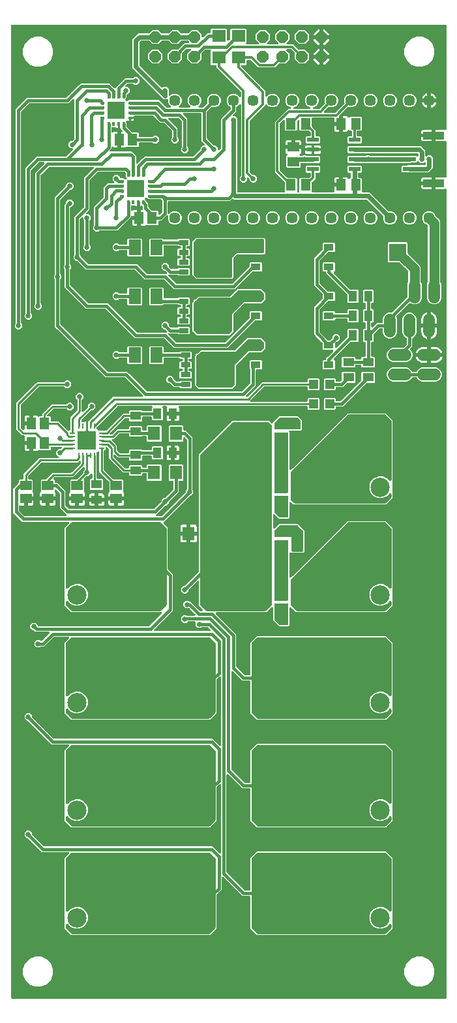
<source format=gbr>
G04 EAGLE Gerber RS-274X export*
G75*
%MOMM*%
%FSLAX34Y34*%
%LPD*%
%INTop Copper*%
%IPPOS*%
%AMOC8*
5,1,8,0,0,1.08239X$1,22.5*%
G01*
%ADD10R,1.300000X1.500000*%
%ADD11R,2.700000X6.200000*%
%ADD12R,0.300000X0.500000*%
%ADD13R,2.250000X2.250000*%
%ADD14R,0.500000X0.300000*%
%ADD15C,2.500000*%
%ADD16R,1.300000X0.900000*%
%ADD17R,1.100000X1.400000*%
%ADD18R,1.600000X2.000000*%
%ADD19R,2.286000X2.286000*%
%ADD20P,1.649562X8X202.500000*%
%ADD21C,1.524000*%
%ADD22R,1.803000X1.600000*%
%ADD23C,1.447800*%
%ADD24R,1.524000X0.609600*%
%ADD25R,1.500000X1.300000*%
%ADD26R,1.700000X0.600000*%
%ADD27R,2.700000X1.000000*%
%ADD28R,1.270000X0.635000*%
%ADD29R,1.020000X0.610000*%
%ADD30R,3.810000X3.910000*%
%ADD31R,0.700000X0.250000*%
%ADD32R,0.250000X0.700000*%
%ADD33R,2.450000X2.450000*%
%ADD34R,1.600000X1.803000*%
%ADD35R,1.400000X1.100000*%
%ADD36R,1.200000X1.200000*%
%ADD37R,1.600000X1.800000*%
%ADD38C,0.406400*%
%ADD39C,0.654800*%
%ADD40C,1.270000*%
%ADD41C,0.406400*%
%ADD42C,0.609600*%
%ADD43C,0.304800*%
%ADD44C,0.254000*%

G36*
X1202427Y561737D02*
X1202427Y561737D01*
X1202546Y561744D01*
X1202584Y561757D01*
X1202625Y561762D01*
X1202735Y561805D01*
X1202848Y561842D01*
X1202883Y561864D01*
X1202920Y561879D01*
X1203016Y561948D01*
X1203117Y562012D01*
X1203145Y562042D01*
X1203178Y562065D01*
X1203254Y562157D01*
X1203335Y562244D01*
X1203355Y562279D01*
X1203380Y562310D01*
X1203431Y562418D01*
X1203489Y562522D01*
X1203499Y562562D01*
X1203516Y562598D01*
X1203538Y562715D01*
X1203568Y562830D01*
X1203572Y562890D01*
X1203576Y562910D01*
X1203574Y562931D01*
X1203578Y562991D01*
X1203578Y1611566D01*
X1203562Y1611697D01*
X1203551Y1611829D01*
X1203542Y1611855D01*
X1203538Y1611881D01*
X1203490Y1612004D01*
X1203446Y1612129D01*
X1203431Y1612152D01*
X1203421Y1612177D01*
X1203344Y1612284D01*
X1203270Y1612394D01*
X1203250Y1612412D01*
X1203235Y1612434D01*
X1203132Y1612519D01*
X1203034Y1612607D01*
X1203010Y1612620D01*
X1202990Y1612637D01*
X1202870Y1612694D01*
X1202752Y1612755D01*
X1202726Y1612761D01*
X1202702Y1612773D01*
X1202572Y1612797D01*
X1202443Y1612828D01*
X1202416Y1612827D01*
X1202390Y1612832D01*
X1202257Y1612824D01*
X1202125Y1612822D01*
X1202099Y1612814D01*
X1202072Y1612813D01*
X1201946Y1612772D01*
X1201818Y1612736D01*
X1201784Y1612719D01*
X1201770Y1612715D01*
X1201751Y1612703D01*
X1201674Y1612665D01*
X1201618Y1612632D01*
X1200972Y1612459D01*
X1189637Y1612459D01*
X1189637Y1618770D01*
X1189622Y1618888D01*
X1189614Y1619007D01*
X1189602Y1619045D01*
X1189597Y1619085D01*
X1189553Y1619196D01*
X1189516Y1619309D01*
X1189495Y1619343D01*
X1189480Y1619381D01*
X1189410Y1619477D01*
X1189346Y1619578D01*
X1189317Y1619606D01*
X1189293Y1619638D01*
X1189201Y1619714D01*
X1189115Y1619796D01*
X1189079Y1619815D01*
X1189048Y1619841D01*
X1188940Y1619892D01*
X1188836Y1619949D01*
X1188797Y1619959D01*
X1188760Y1619977D01*
X1188654Y1619997D01*
X1188683Y1620001D01*
X1188794Y1620045D01*
X1188907Y1620081D01*
X1188941Y1620103D01*
X1188979Y1620118D01*
X1189075Y1620188D01*
X1189176Y1620251D01*
X1189203Y1620281D01*
X1189236Y1620305D01*
X1189312Y1620396D01*
X1189394Y1620483D01*
X1189413Y1620518D01*
X1189439Y1620550D01*
X1189490Y1620657D01*
X1189547Y1620762D01*
X1189557Y1620801D01*
X1189574Y1620837D01*
X1189597Y1620954D01*
X1189627Y1621070D01*
X1189630Y1621130D01*
X1189634Y1621150D01*
X1189633Y1621170D01*
X1189637Y1621230D01*
X1189637Y1627541D01*
X1200972Y1627541D01*
X1201618Y1627368D01*
X1201674Y1627335D01*
X1201797Y1627284D01*
X1201916Y1627227D01*
X1201943Y1627222D01*
X1201967Y1627212D01*
X1202099Y1627192D01*
X1202229Y1627168D01*
X1202255Y1627169D01*
X1202282Y1627165D01*
X1202414Y1627179D01*
X1202546Y1627187D01*
X1202571Y1627196D01*
X1202598Y1627198D01*
X1202723Y1627245D01*
X1202848Y1627285D01*
X1202871Y1627300D01*
X1202896Y1627309D01*
X1203005Y1627385D01*
X1203117Y1627456D01*
X1203136Y1627475D01*
X1203158Y1627490D01*
X1203244Y1627591D01*
X1203335Y1627687D01*
X1203348Y1627711D01*
X1203366Y1627731D01*
X1203425Y1627850D01*
X1203489Y1627966D01*
X1203495Y1627992D01*
X1203507Y1628016D01*
X1203535Y1628145D01*
X1203568Y1628274D01*
X1203570Y1628312D01*
X1203574Y1628327D01*
X1203573Y1628349D01*
X1203578Y1628434D01*
X1203578Y1673566D01*
X1203562Y1673697D01*
X1203551Y1673829D01*
X1203542Y1673855D01*
X1203538Y1673881D01*
X1203490Y1674004D01*
X1203446Y1674129D01*
X1203431Y1674152D01*
X1203421Y1674177D01*
X1203344Y1674284D01*
X1203270Y1674394D01*
X1203250Y1674412D01*
X1203235Y1674434D01*
X1203132Y1674519D01*
X1203034Y1674607D01*
X1203010Y1674620D01*
X1202990Y1674637D01*
X1202870Y1674694D01*
X1202752Y1674755D01*
X1202726Y1674761D01*
X1202702Y1674773D01*
X1202572Y1674797D01*
X1202443Y1674828D01*
X1202416Y1674827D01*
X1202390Y1674832D01*
X1202257Y1674824D01*
X1202125Y1674822D01*
X1202099Y1674814D01*
X1202072Y1674813D01*
X1201946Y1674772D01*
X1201818Y1674736D01*
X1201784Y1674719D01*
X1201770Y1674715D01*
X1201751Y1674703D01*
X1201674Y1674665D01*
X1201618Y1674632D01*
X1200972Y1674459D01*
X1189637Y1674459D01*
X1189637Y1680770D01*
X1189622Y1680888D01*
X1189614Y1681007D01*
X1189602Y1681045D01*
X1189597Y1681085D01*
X1189553Y1681196D01*
X1189516Y1681309D01*
X1189495Y1681343D01*
X1189480Y1681381D01*
X1189410Y1681477D01*
X1189346Y1681578D01*
X1189317Y1681606D01*
X1189293Y1681638D01*
X1189201Y1681714D01*
X1189115Y1681796D01*
X1189079Y1681815D01*
X1189048Y1681841D01*
X1188940Y1681892D01*
X1188836Y1681949D01*
X1188797Y1681959D01*
X1188760Y1681977D01*
X1188654Y1681997D01*
X1188683Y1682001D01*
X1188794Y1682045D01*
X1188907Y1682081D01*
X1188941Y1682103D01*
X1188979Y1682118D01*
X1189075Y1682188D01*
X1189176Y1682251D01*
X1189203Y1682281D01*
X1189236Y1682305D01*
X1189312Y1682396D01*
X1189394Y1682483D01*
X1189413Y1682518D01*
X1189439Y1682550D01*
X1189490Y1682657D01*
X1189547Y1682762D01*
X1189557Y1682801D01*
X1189574Y1682837D01*
X1189597Y1682954D01*
X1189627Y1683070D01*
X1189630Y1683130D01*
X1189634Y1683150D01*
X1189633Y1683170D01*
X1189637Y1683230D01*
X1189637Y1689541D01*
X1200972Y1689541D01*
X1201618Y1689368D01*
X1201674Y1689335D01*
X1201797Y1689284D01*
X1201916Y1689227D01*
X1201943Y1689222D01*
X1201967Y1689212D01*
X1202099Y1689192D01*
X1202229Y1689168D01*
X1202255Y1689169D01*
X1202282Y1689165D01*
X1202414Y1689179D01*
X1202546Y1689187D01*
X1202571Y1689196D01*
X1202598Y1689198D01*
X1202723Y1689245D01*
X1202848Y1689285D01*
X1202871Y1689300D01*
X1202896Y1689309D01*
X1203005Y1689385D01*
X1203117Y1689456D01*
X1203136Y1689475D01*
X1203158Y1689490D01*
X1203244Y1689591D01*
X1203335Y1689687D01*
X1203348Y1689711D01*
X1203366Y1689731D01*
X1203425Y1689850D01*
X1203489Y1689966D01*
X1203495Y1689992D01*
X1203507Y1690016D01*
X1203535Y1690145D01*
X1203568Y1690274D01*
X1203570Y1690312D01*
X1203574Y1690327D01*
X1203573Y1690349D01*
X1203578Y1690434D01*
X1203578Y1824609D01*
X1203563Y1824727D01*
X1203556Y1824846D01*
X1203543Y1824884D01*
X1203538Y1824925D01*
X1203495Y1825035D01*
X1203458Y1825148D01*
X1203436Y1825183D01*
X1203421Y1825220D01*
X1203352Y1825316D01*
X1203288Y1825417D01*
X1203258Y1825445D01*
X1203235Y1825478D01*
X1203143Y1825554D01*
X1203056Y1825635D01*
X1203021Y1825655D01*
X1202990Y1825680D01*
X1202882Y1825731D01*
X1202778Y1825789D01*
X1202738Y1825799D01*
X1202702Y1825816D01*
X1202585Y1825838D01*
X1202470Y1825868D01*
X1202410Y1825872D01*
X1202390Y1825876D01*
X1202369Y1825874D01*
X1202309Y1825878D01*
X639191Y1825878D01*
X639073Y1825863D01*
X638954Y1825856D01*
X638916Y1825843D01*
X638875Y1825838D01*
X638765Y1825795D01*
X638652Y1825758D01*
X638617Y1825736D01*
X638580Y1825721D01*
X638484Y1825652D01*
X638383Y1825588D01*
X638355Y1825558D01*
X638322Y1825535D01*
X638246Y1825443D01*
X638165Y1825356D01*
X638145Y1825321D01*
X638120Y1825290D01*
X638069Y1825182D01*
X638011Y1825078D01*
X638001Y1825038D01*
X637984Y1825002D01*
X637962Y1824885D01*
X637932Y1824770D01*
X637928Y1824710D01*
X637924Y1824690D01*
X637926Y1824669D01*
X637922Y1824609D01*
X637922Y562991D01*
X637937Y562873D01*
X637944Y562754D01*
X637957Y562716D01*
X637962Y562675D01*
X638005Y562565D01*
X638042Y562452D01*
X638064Y562417D01*
X638079Y562380D01*
X638148Y562284D01*
X638212Y562183D01*
X638242Y562155D01*
X638265Y562122D01*
X638357Y562046D01*
X638444Y561965D01*
X638479Y561945D01*
X638510Y561920D01*
X638618Y561869D01*
X638722Y561811D01*
X638762Y561801D01*
X638798Y561784D01*
X638915Y561762D01*
X639030Y561732D01*
X639090Y561728D01*
X639110Y561724D01*
X639131Y561726D01*
X639191Y561722D01*
X1202309Y561722D01*
X1202427Y561737D01*
G37*
%LPC*%
G36*
X716077Y644143D02*
X716077Y644143D01*
X707643Y652577D01*
X707643Y744423D01*
X713147Y749927D01*
X713232Y750036D01*
X713320Y750143D01*
X713329Y750162D01*
X713342Y750178D01*
X713397Y750306D01*
X713456Y750431D01*
X713460Y750451D01*
X713468Y750470D01*
X713490Y750608D01*
X713516Y750744D01*
X713515Y750764D01*
X713518Y750784D01*
X713505Y750923D01*
X713496Y751061D01*
X713490Y751080D01*
X713488Y751100D01*
X713441Y751232D01*
X713398Y751363D01*
X713387Y751381D01*
X713380Y751400D01*
X713302Y751515D01*
X713228Y751632D01*
X713213Y751646D01*
X713202Y751663D01*
X713097Y751755D01*
X712996Y751850D01*
X712979Y751860D01*
X712963Y751873D01*
X712839Y751937D01*
X712718Y752004D01*
X712698Y752009D01*
X712680Y752018D01*
X712544Y752048D01*
X712410Y752083D01*
X712382Y752085D01*
X712370Y752088D01*
X712349Y752087D01*
X712249Y752093D01*
X677977Y752093D01*
X660541Y769530D01*
X660462Y769590D01*
X660390Y769658D01*
X660337Y769687D01*
X660289Y769724D01*
X660198Y769764D01*
X660112Y769812D01*
X660053Y769827D01*
X659997Y769851D01*
X659899Y769866D01*
X659804Y769891D01*
X659704Y769897D01*
X659683Y769901D01*
X659671Y769899D01*
X659643Y769901D01*
X658412Y769901D01*
X655601Y772712D01*
X655601Y776688D01*
X658412Y779499D01*
X662388Y779499D01*
X665199Y776688D01*
X665199Y775457D01*
X665211Y775359D01*
X665214Y775260D01*
X665231Y775202D01*
X665239Y775141D01*
X665275Y775049D01*
X665303Y774954D01*
X665333Y774902D01*
X665356Y774846D01*
X665414Y774766D01*
X665464Y774680D01*
X665530Y774605D01*
X665542Y774588D01*
X665552Y774581D01*
X665570Y774559D01*
X680551Y759578D01*
X680630Y759518D01*
X680702Y759450D01*
X680755Y759421D01*
X680803Y759384D01*
X680894Y759344D01*
X680980Y759296D01*
X681039Y759281D01*
X681095Y759257D01*
X681193Y759242D01*
X681288Y759217D01*
X681388Y759211D01*
X681409Y759207D01*
X681421Y759209D01*
X681449Y759207D01*
X899998Y759207D01*
X908677Y750528D01*
X908786Y750443D01*
X908893Y750355D01*
X908912Y750346D01*
X908928Y750333D01*
X909056Y750278D01*
X909181Y750219D01*
X909201Y750215D01*
X909220Y750207D01*
X909358Y750185D01*
X909494Y750159D01*
X909514Y750160D01*
X909534Y750157D01*
X909673Y750170D01*
X909811Y750179D01*
X909830Y750185D01*
X909850Y750187D01*
X909982Y750234D01*
X910113Y750277D01*
X910131Y750288D01*
X910150Y750295D01*
X910265Y750373D01*
X910382Y750447D01*
X910396Y750462D01*
X910413Y750473D01*
X910505Y750578D01*
X910600Y750679D01*
X910610Y750696D01*
X910623Y750712D01*
X910687Y750836D01*
X910754Y750957D01*
X910759Y750977D01*
X910768Y750995D01*
X910798Y751131D01*
X910833Y751265D01*
X910835Y751293D01*
X910838Y751305D01*
X910837Y751326D01*
X910843Y751426D01*
X910843Y839249D01*
X910826Y839387D01*
X910813Y839525D01*
X910806Y839545D01*
X910803Y839565D01*
X910752Y839694D01*
X910705Y839825D01*
X910694Y839842D01*
X910686Y839860D01*
X910605Y839973D01*
X910527Y840088D01*
X910511Y840101D01*
X910500Y840118D01*
X910392Y840206D01*
X910288Y840298D01*
X910270Y840308D01*
X910255Y840320D01*
X910129Y840380D01*
X910005Y840443D01*
X909985Y840447D01*
X909967Y840456D01*
X909831Y840482D01*
X909695Y840513D01*
X909674Y840512D01*
X909655Y840516D01*
X909516Y840507D01*
X909377Y840503D01*
X909357Y840497D01*
X909337Y840496D01*
X909205Y840453D01*
X909071Y840415D01*
X909054Y840404D01*
X909035Y840398D01*
X908917Y840323D01*
X908797Y840253D01*
X908776Y840234D01*
X908766Y840228D01*
X908752Y840213D01*
X908677Y840147D01*
X905628Y837099D01*
X905568Y837020D01*
X905500Y836948D01*
X905471Y836895D01*
X905434Y836847D01*
X905394Y836756D01*
X905346Y836670D01*
X905331Y836611D01*
X905307Y836555D01*
X905292Y836457D01*
X905267Y836362D01*
X905261Y836262D01*
X905257Y836241D01*
X905259Y836229D01*
X905257Y836201D01*
X905257Y792277D01*
X899278Y786299D01*
X899278Y786298D01*
X896823Y783843D01*
X716077Y783843D01*
X713622Y786298D01*
X713622Y786299D01*
X710099Y789822D01*
X710098Y789822D01*
X707643Y792277D01*
X707643Y884123D01*
X713147Y889627D01*
X713232Y889736D01*
X713320Y889843D01*
X713329Y889862D01*
X713342Y889878D01*
X713397Y890006D01*
X713456Y890131D01*
X713460Y890151D01*
X713468Y890170D01*
X713490Y890308D01*
X713516Y890444D01*
X713515Y890464D01*
X713518Y890484D01*
X713505Y890623D01*
X713496Y890761D01*
X713490Y890780D01*
X713488Y890800D01*
X713441Y890932D01*
X713398Y891063D01*
X713387Y891081D01*
X713380Y891100D01*
X713302Y891215D01*
X713228Y891332D01*
X713213Y891346D01*
X713202Y891363D01*
X713097Y891455D01*
X712996Y891550D01*
X712979Y891560D01*
X712963Y891573D01*
X712839Y891637D01*
X712718Y891704D01*
X712698Y891709D01*
X712680Y891718D01*
X712544Y891748D01*
X712410Y891783D01*
X712382Y891785D01*
X712370Y891788D01*
X712349Y891787D01*
X712249Y891793D01*
X690677Y891793D01*
X660541Y921930D01*
X660462Y921990D01*
X660390Y922058D01*
X660337Y922087D01*
X660289Y922124D01*
X660198Y922164D01*
X660112Y922212D01*
X660053Y922227D01*
X659997Y922251D01*
X659899Y922266D01*
X659804Y922291D01*
X659704Y922297D01*
X659683Y922301D01*
X659671Y922299D01*
X659643Y922301D01*
X658412Y922301D01*
X655601Y925112D01*
X655601Y929088D01*
X658412Y931899D01*
X662388Y931899D01*
X665199Y929088D01*
X665199Y927857D01*
X665211Y927759D01*
X665214Y927660D01*
X665231Y927602D01*
X665239Y927541D01*
X665275Y927449D01*
X665303Y927354D01*
X665333Y927302D01*
X665356Y927246D01*
X665414Y927166D01*
X665464Y927080D01*
X665530Y927005D01*
X665542Y926988D01*
X665552Y926981D01*
X665570Y926959D01*
X693251Y899278D01*
X693330Y899218D01*
X693402Y899150D01*
X693455Y899121D01*
X693503Y899084D01*
X693594Y899044D01*
X693680Y898996D01*
X693739Y898981D01*
X693795Y898957D01*
X693893Y898942D01*
X693988Y898917D01*
X694088Y898911D01*
X694109Y898907D01*
X694121Y898909D01*
X694149Y898907D01*
X899998Y898907D01*
X902453Y896451D01*
X908677Y890228D01*
X908786Y890143D01*
X908893Y890055D01*
X908912Y890046D01*
X908928Y890033D01*
X909056Y889978D01*
X909181Y889919D01*
X909201Y889915D01*
X909220Y889907D01*
X909358Y889885D01*
X909494Y889859D01*
X909514Y889860D01*
X909534Y889857D01*
X909673Y889870D01*
X909811Y889879D01*
X909830Y889885D01*
X909850Y889887D01*
X909982Y889934D01*
X910113Y889977D01*
X910131Y889988D01*
X910150Y889995D01*
X910265Y890073D01*
X910382Y890147D01*
X910396Y890162D01*
X910413Y890173D01*
X910505Y890278D01*
X910600Y890379D01*
X910610Y890396D01*
X910623Y890412D01*
X910687Y890536D01*
X910754Y890657D01*
X910759Y890677D01*
X910768Y890695D01*
X910798Y890831D01*
X910833Y890965D01*
X910835Y890993D01*
X910838Y891005D01*
X910837Y891026D01*
X910843Y891126D01*
X910843Y978949D01*
X910826Y979087D01*
X910813Y979225D01*
X910806Y979245D01*
X910803Y979265D01*
X910752Y979394D01*
X910705Y979525D01*
X910694Y979542D01*
X910686Y979560D01*
X910605Y979673D01*
X910527Y979788D01*
X910511Y979801D01*
X910500Y979818D01*
X910392Y979906D01*
X910288Y979998D01*
X910270Y980008D01*
X910255Y980020D01*
X910129Y980080D01*
X910005Y980143D01*
X909985Y980147D01*
X909967Y980156D01*
X909831Y980182D01*
X909695Y980213D01*
X909674Y980212D01*
X909655Y980216D01*
X909516Y980207D01*
X909377Y980203D01*
X909357Y980197D01*
X909337Y980196D01*
X909205Y980153D01*
X909071Y980115D01*
X909054Y980104D01*
X909035Y980098D01*
X908917Y980023D01*
X908797Y979953D01*
X908776Y979934D01*
X908766Y979928D01*
X908752Y979913D01*
X908677Y979847D01*
X905628Y976799D01*
X905568Y976720D01*
X905500Y976648D01*
X905471Y976595D01*
X905434Y976547D01*
X905394Y976456D01*
X905346Y976370D01*
X905331Y976311D01*
X905307Y976255D01*
X905292Y976157D01*
X905267Y976062D01*
X905261Y975962D01*
X905257Y975941D01*
X905259Y975929D01*
X905257Y975901D01*
X905257Y931977D01*
X896823Y923543D01*
X716077Y923543D01*
X707643Y931977D01*
X707643Y1023823D01*
X713147Y1029327D01*
X713232Y1029436D01*
X713320Y1029543D01*
X713329Y1029562D01*
X713342Y1029578D01*
X713397Y1029706D01*
X713456Y1029831D01*
X713460Y1029851D01*
X713468Y1029870D01*
X713490Y1030008D01*
X713516Y1030144D01*
X713515Y1030164D01*
X713518Y1030184D01*
X713505Y1030323D01*
X713496Y1030461D01*
X713490Y1030480D01*
X713488Y1030500D01*
X713441Y1030632D01*
X713398Y1030763D01*
X713387Y1030781D01*
X713380Y1030800D01*
X713302Y1030915D01*
X713228Y1031032D01*
X713213Y1031046D01*
X713202Y1031063D01*
X713097Y1031155D01*
X712996Y1031250D01*
X712979Y1031260D01*
X712963Y1031273D01*
X712839Y1031337D01*
X712718Y1031404D01*
X712698Y1031409D01*
X712680Y1031418D01*
X712544Y1031448D01*
X712410Y1031483D01*
X712382Y1031485D01*
X712370Y1031488D01*
X712349Y1031487D01*
X712249Y1031493D01*
X694149Y1031493D01*
X694051Y1031481D01*
X693952Y1031478D01*
X693894Y1031461D01*
X693833Y1031453D01*
X693741Y1031417D01*
X693646Y1031389D01*
X693594Y1031359D01*
X693538Y1031336D01*
X693458Y1031278D01*
X693372Y1031228D01*
X693297Y1031162D01*
X693280Y1031150D01*
X693273Y1031140D01*
X693251Y1031122D01*
X680923Y1018793D01*
X676855Y1018793D01*
X676757Y1018781D01*
X676658Y1018778D01*
X676600Y1018761D01*
X676540Y1018753D01*
X676448Y1018717D01*
X676353Y1018689D01*
X676301Y1018659D01*
X676244Y1018636D01*
X676164Y1018578D01*
X676079Y1018528D01*
X676003Y1018462D01*
X675987Y1018450D01*
X675979Y1018440D01*
X675958Y1018422D01*
X675088Y1017551D01*
X671112Y1017551D01*
X668301Y1020362D01*
X668301Y1024338D01*
X671112Y1027149D01*
X675088Y1027149D01*
X675958Y1026278D01*
X676036Y1026218D01*
X676108Y1026150D01*
X676161Y1026121D01*
X676209Y1026084D01*
X676300Y1026044D01*
X676387Y1025996D01*
X676445Y1025981D01*
X676501Y1025957D01*
X676599Y1025942D01*
X676695Y1025917D01*
X676795Y1025911D01*
X676815Y1025907D01*
X676827Y1025909D01*
X676855Y1025907D01*
X677451Y1025907D01*
X677549Y1025919D01*
X677648Y1025922D01*
X677706Y1025939D01*
X677767Y1025947D01*
X677859Y1025983D01*
X677954Y1026011D01*
X678006Y1026041D01*
X678062Y1026064D01*
X678142Y1026122D01*
X678228Y1026172D01*
X678303Y1026238D01*
X678320Y1026250D01*
X678327Y1026260D01*
X678349Y1026278D01*
X687747Y1035677D01*
X687832Y1035786D01*
X687920Y1035893D01*
X687929Y1035912D01*
X687942Y1035928D01*
X687997Y1036056D01*
X688056Y1036181D01*
X688060Y1036201D01*
X688068Y1036220D01*
X688090Y1036358D01*
X688116Y1036494D01*
X688115Y1036514D01*
X688118Y1036534D01*
X688105Y1036673D01*
X688096Y1036811D01*
X688090Y1036830D01*
X688088Y1036850D01*
X688041Y1036982D01*
X687998Y1037113D01*
X687987Y1037131D01*
X687980Y1037150D01*
X687902Y1037265D01*
X687828Y1037382D01*
X687813Y1037396D01*
X687802Y1037413D01*
X687697Y1037505D01*
X687596Y1037600D01*
X687579Y1037610D01*
X687563Y1037623D01*
X687439Y1037687D01*
X687318Y1037754D01*
X687298Y1037759D01*
X687280Y1037768D01*
X687144Y1037798D01*
X687010Y1037833D01*
X686982Y1037835D01*
X686970Y1037838D01*
X686949Y1037837D01*
X686849Y1037843D01*
X669440Y1037843D01*
X667879Y1039405D01*
X667800Y1039465D01*
X667728Y1039533D01*
X667675Y1039562D01*
X667627Y1039599D01*
X667536Y1039639D01*
X667450Y1039687D01*
X667391Y1039702D01*
X667335Y1039726D01*
X667237Y1039741D01*
X667142Y1039766D01*
X667042Y1039772D01*
X667021Y1039776D01*
X667009Y1039774D01*
X666981Y1039776D01*
X665750Y1039776D01*
X662939Y1042587D01*
X662939Y1046563D01*
X665750Y1049374D01*
X669726Y1049374D01*
X672537Y1046563D01*
X672537Y1046226D01*
X672552Y1046108D01*
X672559Y1045989D01*
X672572Y1045951D01*
X672577Y1045910D01*
X672620Y1045800D01*
X672657Y1045687D01*
X672679Y1045652D01*
X672694Y1045615D01*
X672763Y1045519D01*
X672827Y1045418D01*
X672857Y1045390D01*
X672880Y1045357D01*
X672972Y1045281D01*
X673059Y1045200D01*
X673094Y1045180D01*
X673125Y1045155D01*
X673233Y1045104D01*
X673337Y1045046D01*
X673377Y1045036D01*
X673413Y1045019D01*
X673530Y1044997D01*
X673645Y1044967D01*
X673705Y1044963D01*
X673725Y1044959D01*
X673746Y1044961D01*
X673806Y1044957D01*
X817151Y1044957D01*
X817249Y1044969D01*
X817348Y1044972D01*
X817406Y1044989D01*
X817467Y1044997D01*
X817559Y1045033D01*
X817654Y1045061D01*
X817706Y1045091D01*
X817762Y1045114D01*
X817842Y1045172D01*
X817928Y1045222D01*
X818003Y1045288D01*
X818020Y1045300D01*
X818027Y1045310D01*
X818049Y1045328D01*
X833797Y1061077D01*
X833882Y1061186D01*
X833970Y1061293D01*
X833979Y1061312D01*
X833992Y1061328D01*
X834047Y1061456D01*
X834106Y1061581D01*
X834110Y1061601D01*
X834118Y1061620D01*
X834140Y1061758D01*
X834166Y1061894D01*
X834165Y1061914D01*
X834168Y1061934D01*
X834155Y1062073D01*
X834146Y1062211D01*
X834140Y1062230D01*
X834138Y1062250D01*
X834091Y1062382D01*
X834048Y1062513D01*
X834037Y1062531D01*
X834030Y1062550D01*
X833952Y1062665D01*
X833878Y1062782D01*
X833863Y1062796D01*
X833852Y1062813D01*
X833748Y1062905D01*
X833646Y1063000D01*
X833628Y1063010D01*
X833613Y1063023D01*
X833490Y1063086D01*
X833368Y1063154D01*
X833348Y1063159D01*
X833330Y1063168D01*
X833194Y1063198D01*
X833060Y1063233D01*
X833032Y1063235D01*
X833020Y1063238D01*
X832999Y1063237D01*
X832899Y1063243D01*
X716077Y1063243D01*
X707643Y1071677D01*
X707643Y1173048D01*
X713147Y1178552D01*
X713232Y1178661D01*
X713320Y1178768D01*
X713329Y1178787D01*
X713342Y1178803D01*
X713397Y1178931D01*
X713456Y1179056D01*
X713460Y1179076D01*
X713468Y1179095D01*
X713490Y1179233D01*
X713516Y1179369D01*
X713515Y1179389D01*
X713518Y1179409D01*
X713505Y1179548D01*
X713496Y1179686D01*
X713490Y1179705D01*
X713488Y1179725D01*
X713441Y1179857D01*
X713398Y1179988D01*
X713387Y1180006D01*
X713380Y1180025D01*
X713302Y1180140D01*
X713228Y1180257D01*
X713213Y1180271D01*
X713202Y1180288D01*
X713097Y1180380D01*
X712996Y1180475D01*
X712979Y1180485D01*
X712963Y1180498D01*
X712839Y1180562D01*
X712718Y1180629D01*
X712698Y1180634D01*
X712680Y1180643D01*
X712544Y1180673D01*
X712410Y1180708D01*
X712382Y1180710D01*
X712370Y1180713D01*
X712349Y1180712D01*
X712249Y1180718D01*
X652577Y1180718D01*
X640968Y1192327D01*
X640968Y1223848D01*
X645922Y1228801D01*
X647829Y1230708D01*
X647889Y1230787D01*
X647957Y1230859D01*
X647986Y1230912D01*
X648023Y1230960D01*
X648063Y1231051D01*
X648111Y1231137D01*
X648126Y1231196D01*
X648150Y1231252D01*
X648165Y1231350D01*
X648190Y1231445D01*
X648196Y1231545D01*
X648200Y1231566D01*
X648198Y1231578D01*
X648200Y1231606D01*
X648200Y1234832D01*
X649093Y1235725D01*
X653161Y1235725D01*
X653279Y1235740D01*
X653398Y1235747D01*
X653436Y1235760D01*
X653477Y1235765D01*
X653587Y1235808D01*
X653700Y1235845D01*
X653735Y1235867D01*
X653772Y1235882D01*
X653868Y1235951D01*
X653969Y1236015D01*
X653997Y1236045D01*
X654030Y1236068D01*
X654106Y1236160D01*
X654187Y1236247D01*
X654207Y1236282D01*
X654232Y1236313D01*
X654283Y1236421D01*
X654341Y1236525D01*
X654351Y1236565D01*
X654368Y1236601D01*
X654390Y1236718D01*
X654420Y1236833D01*
X654424Y1236893D01*
X654428Y1236913D01*
X654426Y1236934D01*
X654430Y1236994D01*
X654430Y1242583D01*
X673109Y1261261D01*
X675117Y1263270D01*
X698555Y1263270D01*
X698692Y1263287D01*
X698831Y1263300D01*
X698850Y1263307D01*
X698870Y1263310D01*
X698999Y1263361D01*
X699130Y1263408D01*
X699147Y1263419D01*
X699166Y1263427D01*
X699278Y1263508D01*
X699393Y1263586D01*
X699407Y1263602D01*
X699423Y1263613D01*
X699512Y1263721D01*
X699604Y1263825D01*
X699613Y1263843D01*
X699626Y1263858D01*
X699685Y1263984D01*
X699748Y1264108D01*
X699753Y1264128D01*
X699762Y1264146D01*
X699788Y1264282D01*
X699818Y1264418D01*
X699817Y1264439D01*
X699821Y1264458D01*
X699813Y1264597D01*
X699808Y1264736D01*
X699803Y1264756D01*
X699802Y1264776D01*
X699759Y1264908D01*
X699720Y1265042D01*
X699710Y1265059D01*
X699704Y1265078D01*
X699629Y1265196D01*
X699558Y1265316D01*
X699540Y1265337D01*
X699533Y1265347D01*
X699518Y1265361D01*
X699452Y1265436D01*
X696876Y1268012D01*
X696876Y1271988D01*
X699687Y1274799D01*
X701996Y1274799D01*
X702094Y1274811D01*
X702193Y1274814D01*
X702251Y1274831D01*
X702311Y1274839D01*
X702403Y1274875D01*
X702498Y1274903D01*
X702551Y1274933D01*
X702607Y1274956D01*
X702687Y1275014D01*
X702772Y1275064D01*
X702848Y1275130D01*
X702864Y1275142D01*
X702872Y1275152D01*
X702893Y1275170D01*
X703636Y1275914D01*
X703721Y1276023D01*
X703810Y1276130D01*
X703819Y1276149D01*
X703831Y1276165D01*
X703887Y1276293D01*
X703946Y1276418D01*
X703949Y1276438D01*
X703957Y1276457D01*
X703979Y1276595D01*
X704005Y1276731D01*
X704004Y1276751D01*
X704007Y1276771D01*
X703994Y1276910D01*
X703986Y1277048D01*
X703979Y1277067D01*
X703978Y1277087D01*
X703930Y1277218D01*
X703888Y1277350D01*
X703877Y1277368D01*
X703870Y1277387D01*
X703792Y1277501D01*
X703717Y1277619D01*
X703703Y1277633D01*
X703691Y1277650D01*
X703587Y1277742D01*
X703486Y1277837D01*
X703468Y1277847D01*
X703453Y1277860D01*
X703329Y1277923D01*
X703207Y1277991D01*
X703188Y1277996D01*
X703170Y1278005D01*
X703034Y1278035D01*
X702899Y1278070D01*
X702871Y1278072D01*
X702859Y1278075D01*
X702839Y1278074D01*
X702739Y1278080D01*
X690894Y1278080D01*
X690776Y1278065D01*
X690657Y1278058D01*
X690619Y1278045D01*
X690578Y1278040D01*
X690468Y1277997D01*
X690355Y1277960D01*
X690320Y1277938D01*
X690283Y1277923D01*
X690187Y1277854D01*
X690086Y1277790D01*
X690058Y1277760D01*
X690025Y1277737D01*
X689949Y1277645D01*
X689868Y1277558D01*
X689848Y1277523D01*
X689823Y1277492D01*
X689772Y1277384D01*
X689714Y1277280D01*
X689704Y1277240D01*
X689687Y1277204D01*
X689665Y1277087D01*
X689635Y1276972D01*
X689631Y1276912D01*
X689627Y1276892D01*
X689629Y1276871D01*
X689625Y1276811D01*
X689625Y1274568D01*
X688732Y1273675D01*
X674345Y1273675D01*
X674249Y1273724D01*
X674210Y1273733D01*
X674173Y1273749D01*
X674055Y1273768D01*
X673939Y1273794D01*
X673899Y1273793D01*
X673859Y1273799D01*
X673740Y1273788D01*
X673621Y1273784D01*
X673582Y1273773D01*
X673542Y1273769D01*
X673430Y1273729D01*
X673316Y1273696D01*
X673281Y1273675D01*
X673243Y1273662D01*
X673144Y1273595D01*
X673042Y1273534D01*
X672997Y1273494D01*
X672980Y1273483D01*
X672966Y1273468D01*
X672921Y1273428D01*
X672660Y1273167D01*
X672081Y1272832D01*
X671434Y1272659D01*
X667139Y1272659D01*
X667139Y1281430D01*
X667124Y1281548D01*
X667117Y1281667D01*
X667104Y1281705D01*
X667099Y1281745D01*
X667055Y1281856D01*
X667019Y1281969D01*
X666997Y1282004D01*
X666982Y1282041D01*
X666912Y1282137D01*
X666849Y1282238D01*
X666819Y1282266D01*
X666795Y1282298D01*
X666704Y1282374D01*
X666617Y1282456D01*
X666582Y1282475D01*
X666550Y1282501D01*
X666443Y1282552D01*
X666339Y1282609D01*
X666299Y1282620D01*
X666263Y1282637D01*
X666146Y1282659D01*
X666031Y1282689D01*
X665970Y1282693D01*
X665950Y1282697D01*
X665930Y1282695D01*
X665870Y1282699D01*
X664599Y1282699D01*
X664599Y1283970D01*
X664584Y1284088D01*
X664577Y1284207D01*
X664564Y1284245D01*
X664559Y1284285D01*
X664515Y1284396D01*
X664479Y1284509D01*
X664457Y1284544D01*
X664442Y1284581D01*
X664372Y1284677D01*
X664309Y1284778D01*
X664279Y1284806D01*
X664255Y1284838D01*
X664164Y1284914D01*
X664077Y1284996D01*
X664042Y1285015D01*
X664010Y1285041D01*
X663903Y1285092D01*
X663799Y1285149D01*
X663759Y1285160D01*
X663723Y1285177D01*
X663606Y1285199D01*
X663491Y1285229D01*
X663430Y1285233D01*
X663410Y1285237D01*
X663390Y1285235D01*
X663330Y1285239D01*
X655559Y1285239D01*
X655559Y1290534D01*
X655686Y1291007D01*
X655703Y1291132D01*
X655727Y1291256D01*
X655725Y1291289D01*
X655729Y1291323D01*
X655715Y1291448D01*
X655707Y1291573D01*
X655697Y1291605D01*
X655693Y1291638D01*
X655648Y1291756D01*
X655609Y1291875D01*
X655591Y1291904D01*
X655579Y1291935D01*
X655506Y1292038D01*
X655439Y1292144D01*
X655414Y1292167D01*
X655395Y1292195D01*
X655299Y1292276D01*
X655207Y1292362D01*
X655178Y1292378D01*
X655152Y1292400D01*
X655039Y1292455D01*
X654929Y1292516D01*
X654896Y1292524D01*
X654866Y1292539D01*
X654742Y1292564D01*
X654621Y1292595D01*
X654572Y1292598D01*
X654554Y1292602D01*
X654532Y1292601D01*
X654460Y1292605D01*
X652892Y1292605D01*
X644905Y1300592D01*
X644905Y1334658D01*
X646914Y1336666D01*
X669934Y1359686D01*
X671942Y1361695D01*
X706683Y1361695D01*
X706781Y1361707D01*
X706880Y1361710D01*
X706938Y1361727D01*
X706998Y1361735D01*
X707090Y1361771D01*
X707185Y1361799D01*
X707237Y1361829D01*
X707294Y1361852D01*
X707374Y1361910D01*
X707459Y1361960D01*
X707535Y1362026D01*
X707551Y1362038D01*
X707559Y1362048D01*
X707580Y1362066D01*
X709212Y1363699D01*
X713188Y1363699D01*
X715999Y1360888D01*
X715999Y1356912D01*
X713188Y1354101D01*
X709212Y1354101D01*
X707580Y1355734D01*
X707502Y1355794D01*
X707430Y1355862D01*
X707377Y1355891D01*
X707329Y1355928D01*
X707238Y1355968D01*
X707151Y1356016D01*
X707093Y1356031D01*
X707037Y1356055D01*
X706939Y1356070D01*
X706843Y1356095D01*
X706743Y1356101D01*
X706723Y1356105D01*
X706711Y1356103D01*
X706683Y1356105D01*
X674783Y1356105D01*
X674685Y1356093D01*
X674586Y1356090D01*
X674528Y1356073D01*
X674468Y1356065D01*
X674376Y1356029D01*
X674281Y1356001D01*
X674228Y1355971D01*
X674172Y1355948D01*
X674092Y1355890D01*
X674007Y1355840D01*
X673931Y1355774D01*
X673915Y1355762D01*
X673907Y1355752D01*
X673886Y1355734D01*
X650866Y1332714D01*
X650806Y1332636D01*
X650738Y1332564D01*
X650709Y1332511D01*
X650672Y1332463D01*
X650632Y1332372D01*
X650584Y1332285D01*
X650569Y1332227D01*
X650545Y1332171D01*
X650530Y1332073D01*
X650505Y1331977D01*
X650499Y1331877D01*
X650495Y1331857D01*
X650497Y1331845D01*
X650495Y1331817D01*
X650495Y1303433D01*
X650507Y1303335D01*
X650510Y1303236D01*
X650527Y1303178D01*
X650535Y1303118D01*
X650571Y1303026D01*
X650599Y1302931D01*
X650629Y1302878D01*
X650652Y1302822D01*
X650710Y1302742D01*
X650760Y1302657D01*
X650826Y1302581D01*
X650838Y1302565D01*
X650848Y1302557D01*
X650866Y1302536D01*
X653393Y1300010D01*
X653502Y1299925D01*
X653609Y1299836D01*
X653628Y1299827D01*
X653644Y1299815D01*
X653772Y1299759D01*
X653897Y1299700D01*
X653917Y1299697D01*
X653936Y1299689D01*
X654074Y1299667D01*
X654210Y1299641D01*
X654230Y1299642D01*
X654250Y1299639D01*
X654389Y1299652D01*
X654527Y1299660D01*
X654546Y1299667D01*
X654566Y1299668D01*
X654698Y1299716D01*
X654829Y1299758D01*
X654847Y1299769D01*
X654866Y1299776D01*
X654981Y1299854D01*
X655098Y1299929D01*
X655112Y1299943D01*
X655129Y1299955D01*
X655221Y1300059D01*
X655316Y1300160D01*
X655326Y1300178D01*
X655339Y1300193D01*
X655403Y1300317D01*
X655470Y1300439D01*
X655475Y1300458D01*
X655484Y1300476D01*
X655514Y1300612D01*
X655549Y1300747D01*
X655551Y1300775D01*
X655554Y1300787D01*
X655553Y1300807D01*
X655559Y1300907D01*
X655559Y1305561D01*
X663330Y1305561D01*
X663448Y1305576D01*
X663567Y1305583D01*
X663605Y1305596D01*
X663645Y1305601D01*
X663756Y1305644D01*
X663869Y1305681D01*
X663904Y1305703D01*
X663941Y1305718D01*
X664037Y1305788D01*
X664138Y1305851D01*
X664166Y1305881D01*
X664198Y1305905D01*
X664274Y1305996D01*
X664356Y1306083D01*
X664375Y1306118D01*
X664401Y1306149D01*
X664452Y1306257D01*
X664509Y1306361D01*
X664520Y1306401D01*
X664537Y1306437D01*
X664559Y1306554D01*
X664589Y1306669D01*
X664593Y1306730D01*
X664597Y1306750D01*
X664595Y1306770D01*
X664599Y1306830D01*
X664599Y1308101D01*
X665870Y1308101D01*
X665988Y1308116D01*
X666107Y1308123D01*
X666145Y1308136D01*
X666185Y1308141D01*
X666296Y1308185D01*
X666409Y1308221D01*
X666444Y1308243D01*
X666481Y1308258D01*
X666577Y1308328D01*
X666678Y1308391D01*
X666706Y1308421D01*
X666738Y1308445D01*
X666814Y1308536D01*
X666896Y1308623D01*
X666915Y1308658D01*
X666941Y1308690D01*
X666992Y1308797D01*
X667049Y1308901D01*
X667060Y1308941D01*
X667077Y1308977D01*
X667099Y1309094D01*
X667129Y1309209D01*
X667133Y1309270D01*
X667137Y1309290D01*
X667135Y1309310D01*
X667139Y1309370D01*
X667139Y1318141D01*
X671434Y1318141D01*
X672081Y1317968D01*
X672660Y1317633D01*
X672921Y1317372D01*
X673015Y1317299D01*
X673104Y1317220D01*
X673140Y1317202D01*
X673172Y1317177D01*
X673282Y1317130D01*
X673388Y1317076D01*
X673427Y1317067D01*
X673464Y1317051D01*
X673582Y1317032D01*
X673698Y1317006D01*
X673738Y1317007D01*
X673778Y1317001D01*
X673897Y1317012D01*
X674016Y1317016D01*
X674055Y1317027D01*
X674095Y1317031D01*
X674207Y1317071D01*
X674321Y1317104D01*
X674356Y1317125D01*
X677536Y1317125D01*
X677654Y1317140D01*
X677773Y1317147D01*
X677811Y1317160D01*
X677852Y1317165D01*
X677962Y1317208D01*
X678075Y1317245D01*
X678110Y1317267D01*
X678147Y1317282D01*
X678243Y1317351D01*
X678344Y1317415D01*
X678372Y1317445D01*
X678405Y1317468D01*
X678480Y1317560D01*
X678562Y1317647D01*
X678582Y1317682D01*
X678607Y1317713D01*
X678658Y1317821D01*
X678716Y1317925D01*
X678726Y1317965D01*
X678743Y1318001D01*
X678765Y1318118D01*
X678795Y1318233D01*
X678799Y1318293D01*
X678803Y1318313D01*
X678801Y1318334D01*
X678805Y1318394D01*
X678805Y1320933D01*
X690992Y1333120D01*
X709858Y1333120D01*
X709956Y1333132D01*
X710055Y1333135D01*
X710113Y1333152D01*
X710173Y1333160D01*
X710265Y1333196D01*
X710360Y1333224D01*
X710412Y1333254D01*
X710469Y1333277D01*
X710549Y1333335D01*
X710634Y1333385D01*
X710710Y1333451D01*
X710726Y1333463D01*
X710734Y1333473D01*
X710755Y1333491D01*
X712387Y1335124D01*
X716363Y1335124D01*
X719174Y1332313D01*
X719174Y1328337D01*
X716363Y1325526D01*
X712387Y1325526D01*
X710755Y1327159D01*
X710677Y1327219D01*
X710605Y1327287D01*
X710552Y1327316D01*
X710504Y1327353D01*
X710413Y1327393D01*
X710326Y1327441D01*
X710268Y1327456D01*
X710212Y1327480D01*
X710114Y1327495D01*
X710018Y1327520D01*
X709918Y1327526D01*
X709898Y1327530D01*
X709886Y1327528D01*
X709858Y1327530D01*
X693833Y1327530D01*
X693735Y1327518D01*
X693636Y1327515D01*
X693578Y1327498D01*
X693518Y1327490D01*
X693426Y1327454D01*
X693331Y1327426D01*
X693278Y1327396D01*
X693222Y1327373D01*
X693142Y1327315D01*
X693057Y1327265D01*
X692981Y1327199D01*
X692965Y1327187D01*
X692957Y1327177D01*
X692936Y1327159D01*
X685069Y1319291D01*
X684984Y1319182D01*
X684895Y1319075D01*
X684886Y1319056D01*
X684874Y1319040D01*
X684818Y1318912D01*
X684759Y1318787D01*
X684756Y1318767D01*
X684748Y1318748D01*
X684726Y1318610D01*
X684700Y1318474D01*
X684701Y1318454D01*
X684698Y1318434D01*
X684711Y1318295D01*
X684719Y1318157D01*
X684726Y1318138D01*
X684727Y1318118D01*
X684775Y1317986D01*
X684817Y1317855D01*
X684828Y1317837D01*
X684835Y1317818D01*
X684913Y1317703D01*
X684988Y1317586D01*
X685002Y1317572D01*
X685014Y1317555D01*
X685118Y1317463D01*
X685219Y1317368D01*
X685237Y1317358D01*
X685252Y1317345D01*
X685376Y1317281D01*
X685498Y1317214D01*
X685517Y1317209D01*
X685535Y1317200D01*
X685671Y1317170D01*
X685806Y1317135D01*
X685834Y1317133D01*
X685846Y1317130D01*
X685866Y1317131D01*
X685966Y1317125D01*
X688732Y1317125D01*
X689625Y1316232D01*
X689625Y1312164D01*
X689640Y1312046D01*
X689647Y1311927D01*
X689660Y1311889D01*
X689665Y1311848D01*
X689708Y1311738D01*
X689745Y1311625D01*
X689767Y1311590D01*
X689782Y1311553D01*
X689851Y1311457D01*
X689915Y1311356D01*
X689945Y1311328D01*
X689968Y1311295D01*
X690060Y1311219D01*
X690147Y1311138D01*
X690182Y1311118D01*
X690213Y1311093D01*
X690321Y1311042D01*
X690425Y1310984D01*
X690465Y1310974D01*
X690501Y1310957D01*
X690618Y1310935D01*
X690733Y1310905D01*
X690793Y1310901D01*
X690813Y1310897D01*
X690834Y1310899D01*
X690894Y1310895D01*
X699658Y1310895D01*
X701666Y1308886D01*
X711584Y1298968D01*
X711788Y1298764D01*
X711882Y1298691D01*
X711971Y1298613D01*
X712007Y1298594D01*
X712039Y1298569D01*
X712149Y1298522D01*
X712255Y1298468D01*
X712294Y1298459D01*
X712331Y1298443D01*
X712449Y1298424D01*
X712565Y1298398D01*
X712605Y1298400D01*
X712645Y1298393D01*
X712764Y1298404D01*
X712883Y1298408D01*
X712922Y1298419D01*
X712962Y1298423D01*
X713074Y1298463D01*
X713188Y1298496D01*
X713223Y1298517D01*
X713261Y1298531D01*
X713360Y1298597D01*
X713448Y1298650D01*
X713536Y1298650D01*
X713654Y1298665D01*
X713773Y1298672D01*
X713811Y1298685D01*
X713852Y1298690D01*
X713962Y1298733D01*
X714075Y1298770D01*
X714110Y1298792D01*
X714147Y1298807D01*
X714243Y1298876D01*
X714344Y1298940D01*
X714372Y1298970D01*
X714405Y1298993D01*
X714481Y1299085D01*
X714562Y1299172D01*
X714582Y1299207D01*
X714607Y1299238D01*
X714658Y1299346D01*
X714716Y1299450D01*
X714726Y1299490D01*
X714743Y1299526D01*
X714765Y1299643D01*
X714795Y1299758D01*
X714799Y1299818D01*
X714803Y1299838D01*
X714801Y1299859D01*
X714805Y1299919D01*
X714805Y1315658D01*
X723909Y1324761D01*
X723969Y1324839D01*
X724037Y1324911D01*
X724066Y1324964D01*
X724103Y1325012D01*
X724143Y1325103D01*
X724191Y1325190D01*
X724206Y1325248D01*
X724230Y1325304D01*
X724245Y1325402D01*
X724270Y1325498D01*
X724276Y1325598D01*
X724280Y1325618D01*
X724278Y1325630D01*
X724280Y1325658D01*
X724280Y1338508D01*
X724268Y1338606D01*
X724265Y1338705D01*
X724259Y1338726D01*
X724258Y1338740D01*
X724246Y1338775D01*
X724240Y1338823D01*
X724204Y1338915D01*
X724176Y1339010D01*
X724163Y1339034D01*
X724160Y1339042D01*
X724143Y1339068D01*
X724123Y1339119D01*
X724065Y1339199D01*
X724015Y1339284D01*
X723949Y1339360D01*
X723937Y1339376D01*
X723927Y1339384D01*
X723909Y1339405D01*
X722276Y1341037D01*
X722276Y1345013D01*
X725087Y1347824D01*
X729063Y1347824D01*
X731874Y1345013D01*
X731874Y1341037D01*
X730241Y1339405D01*
X730181Y1339327D01*
X730113Y1339255D01*
X730085Y1339205D01*
X730068Y1339183D01*
X730065Y1339177D01*
X730047Y1339154D01*
X730007Y1339063D01*
X729959Y1338976D01*
X729947Y1338926D01*
X729932Y1338896D01*
X729930Y1338884D01*
X729920Y1338862D01*
X729905Y1338764D01*
X729880Y1338668D01*
X729876Y1338601D01*
X729872Y1338583D01*
X729873Y1338567D01*
X729870Y1338548D01*
X729872Y1338536D01*
X729870Y1338508D01*
X729870Y1324261D01*
X729887Y1324124D01*
X729900Y1323985D01*
X729907Y1323966D01*
X729910Y1323946D01*
X729961Y1323817D01*
X730008Y1323686D01*
X730019Y1323669D01*
X730027Y1323650D01*
X730108Y1323538D01*
X730186Y1323423D01*
X730202Y1323409D01*
X730213Y1323393D01*
X730321Y1323304D01*
X730425Y1323212D01*
X730443Y1323203D01*
X730458Y1323190D01*
X730584Y1323131D01*
X730708Y1323067D01*
X730728Y1323063D01*
X730746Y1323054D01*
X730882Y1323028D01*
X731018Y1322998D01*
X731039Y1322998D01*
X731058Y1322995D01*
X731197Y1323003D01*
X731336Y1323007D01*
X731356Y1323013D01*
X731376Y1323014D01*
X731508Y1323057D01*
X731642Y1323096D01*
X731659Y1323106D01*
X731678Y1323112D01*
X731796Y1323187D01*
X731916Y1323257D01*
X731937Y1323276D01*
X731947Y1323283D01*
X731961Y1323298D01*
X732036Y1323364D01*
X737780Y1329107D01*
X737840Y1329185D01*
X737908Y1329257D01*
X737937Y1329310D01*
X737974Y1329358D01*
X738014Y1329449D01*
X738062Y1329536D01*
X738077Y1329594D01*
X738101Y1329650D01*
X738116Y1329748D01*
X738141Y1329844D01*
X738147Y1329944D01*
X738151Y1329964D01*
X738149Y1329976D01*
X738151Y1330004D01*
X738151Y1332313D01*
X740962Y1335124D01*
X744938Y1335124D01*
X747749Y1332313D01*
X747749Y1328337D01*
X744938Y1325526D01*
X742629Y1325526D01*
X742531Y1325514D01*
X742432Y1325511D01*
X742374Y1325494D01*
X742314Y1325486D01*
X742222Y1325450D01*
X742127Y1325422D01*
X742074Y1325392D01*
X742018Y1325369D01*
X741938Y1325311D01*
X741853Y1325261D01*
X741777Y1325195D01*
X741761Y1325183D01*
X741753Y1325173D01*
X741732Y1325155D01*
X729766Y1313189D01*
X729706Y1313111D01*
X729638Y1313039D01*
X729609Y1312986D01*
X729572Y1312938D01*
X729532Y1312847D01*
X729484Y1312760D01*
X729469Y1312702D01*
X729445Y1312646D01*
X729430Y1312548D01*
X729405Y1312452D01*
X729399Y1312352D01*
X729395Y1312332D01*
X729397Y1312320D01*
X729395Y1312292D01*
X729395Y1311169D01*
X729410Y1311051D01*
X729417Y1310932D01*
X729430Y1310894D01*
X729435Y1310853D01*
X729478Y1310743D01*
X729515Y1310630D01*
X729537Y1310595D01*
X729552Y1310558D01*
X729621Y1310462D01*
X729685Y1310361D01*
X729715Y1310333D01*
X729738Y1310300D01*
X729830Y1310224D01*
X729917Y1310143D01*
X729952Y1310123D01*
X729983Y1310098D01*
X730091Y1310047D01*
X730195Y1309989D01*
X730235Y1309979D01*
X730271Y1309962D01*
X730388Y1309940D01*
X730503Y1309910D01*
X730563Y1309906D01*
X730583Y1309902D01*
X730604Y1309904D01*
X730664Y1309900D01*
X732756Y1309900D01*
X732854Y1309912D01*
X732953Y1309915D01*
X733011Y1309932D01*
X733071Y1309940D01*
X733163Y1309976D01*
X733259Y1310004D01*
X733311Y1310034D01*
X733367Y1310057D01*
X733447Y1310115D01*
X733533Y1310165D01*
X733608Y1310231D01*
X733624Y1310243D01*
X733632Y1310253D01*
X733653Y1310271D01*
X733790Y1310408D01*
X734369Y1310743D01*
X735016Y1310916D01*
X735331Y1310916D01*
X735331Y1304875D01*
X735331Y1298834D01*
X735330Y1298834D01*
X735212Y1298819D01*
X735093Y1298812D01*
X735055Y1298799D01*
X735015Y1298794D01*
X734904Y1298751D01*
X734791Y1298714D01*
X734756Y1298692D01*
X734719Y1298677D01*
X734623Y1298608D01*
X734522Y1298544D01*
X734494Y1298514D01*
X734461Y1298491D01*
X734386Y1298399D01*
X734304Y1298312D01*
X734284Y1298277D01*
X734259Y1298246D01*
X734208Y1298138D01*
X734150Y1298034D01*
X734140Y1297994D01*
X734123Y1297958D01*
X734101Y1297841D01*
X734071Y1297726D01*
X734067Y1297666D01*
X734063Y1297646D01*
X734065Y1297625D01*
X734061Y1297565D01*
X734061Y1287145D01*
X734076Y1287027D01*
X734083Y1286908D01*
X734096Y1286870D01*
X734101Y1286830D01*
X734144Y1286719D01*
X734181Y1286606D01*
X734203Y1286571D01*
X734218Y1286534D01*
X734288Y1286438D01*
X734351Y1286337D01*
X734381Y1286309D01*
X734405Y1286277D01*
X734496Y1286201D01*
X734583Y1286119D01*
X734618Y1286100D01*
X734649Y1286074D01*
X734757Y1286023D01*
X734861Y1285966D01*
X734901Y1285955D01*
X734937Y1285938D01*
X735054Y1285916D01*
X735169Y1285886D01*
X735230Y1285882D01*
X735250Y1285878D01*
X735270Y1285880D01*
X735330Y1285876D01*
X737870Y1285876D01*
X737988Y1285891D01*
X738107Y1285898D01*
X738145Y1285911D01*
X738185Y1285916D01*
X738296Y1285960D01*
X738409Y1285996D01*
X738444Y1286018D01*
X738481Y1286033D01*
X738577Y1286103D01*
X738678Y1286166D01*
X738706Y1286196D01*
X738738Y1286220D01*
X738814Y1286311D01*
X738896Y1286398D01*
X738915Y1286433D01*
X738941Y1286465D01*
X738992Y1286572D01*
X739049Y1286676D01*
X739060Y1286716D01*
X739077Y1286752D01*
X739099Y1286869D01*
X739129Y1286984D01*
X739133Y1287045D01*
X739137Y1287065D01*
X739135Y1287085D01*
X739139Y1287145D01*
X739139Y1297565D01*
X739124Y1297683D01*
X739117Y1297802D01*
X739104Y1297840D01*
X739099Y1297881D01*
X739055Y1297991D01*
X739019Y1298104D01*
X738997Y1298139D01*
X738982Y1298176D01*
X738912Y1298272D01*
X738849Y1298373D01*
X738819Y1298401D01*
X738795Y1298434D01*
X738704Y1298510D01*
X738617Y1298591D01*
X738582Y1298611D01*
X738550Y1298636D01*
X738443Y1298687D01*
X738339Y1298745D01*
X738299Y1298755D01*
X738263Y1298772D01*
X738146Y1298794D01*
X738031Y1298824D01*
X737970Y1298828D01*
X737950Y1298832D01*
X737930Y1298830D01*
X737870Y1298834D01*
X737869Y1298834D01*
X737869Y1304875D01*
X737869Y1310916D01*
X738113Y1310916D01*
X738211Y1310928D01*
X738310Y1310931D01*
X738368Y1310948D01*
X738428Y1310956D01*
X738520Y1310992D01*
X738615Y1311020D01*
X738668Y1311050D01*
X738724Y1311073D01*
X738804Y1311131D01*
X738889Y1311181D01*
X738965Y1311247D01*
X738981Y1311259D01*
X738989Y1311269D01*
X739010Y1311287D01*
X770367Y1342645D01*
X808261Y1342645D01*
X808399Y1342662D01*
X808537Y1342675D01*
X808556Y1342682D01*
X808577Y1342685D01*
X808706Y1342736D01*
X808837Y1342783D01*
X808854Y1342794D01*
X808872Y1342802D01*
X808985Y1342883D01*
X809100Y1342961D01*
X809113Y1342977D01*
X809130Y1342988D01*
X809218Y1343096D01*
X809310Y1343200D01*
X809320Y1343218D01*
X809332Y1343233D01*
X809392Y1343359D01*
X809455Y1343483D01*
X809459Y1343503D01*
X809468Y1343521D01*
X809494Y1343657D01*
X809525Y1343793D01*
X809524Y1343814D01*
X809528Y1343833D01*
X809519Y1343972D01*
X809515Y1344111D01*
X809509Y1344131D01*
X809508Y1344151D01*
X809465Y1344283D01*
X809426Y1344417D01*
X809416Y1344434D01*
X809410Y1344453D01*
X809335Y1344571D01*
X809265Y1344691D01*
X809246Y1344712D01*
X809240Y1344722D01*
X809225Y1344736D01*
X809159Y1344812D01*
X808872Y1345098D01*
X808872Y1345099D01*
X786299Y1367672D01*
X786220Y1367732D01*
X786148Y1367800D01*
X786095Y1367829D01*
X786047Y1367866D01*
X785956Y1367906D01*
X785870Y1367954D01*
X785811Y1367969D01*
X785755Y1367993D01*
X785657Y1368008D01*
X785562Y1368033D01*
X785462Y1368039D01*
X785441Y1368043D01*
X785429Y1368041D01*
X785401Y1368043D01*
X760527Y1368043D01*
X758072Y1370498D01*
X758072Y1370499D01*
X697399Y1431172D01*
X694943Y1433627D01*
X694943Y1494845D01*
X694931Y1494943D01*
X694928Y1495042D01*
X694911Y1495100D01*
X694903Y1495160D01*
X694867Y1495252D01*
X694839Y1495347D01*
X694809Y1495400D01*
X694786Y1495456D01*
X694728Y1495536D01*
X694678Y1495621D01*
X694612Y1495696D01*
X694600Y1495713D01*
X694590Y1495721D01*
X694571Y1495742D01*
X693701Y1496612D01*
X693701Y1500588D01*
X694571Y1501458D01*
X694632Y1501536D01*
X694700Y1501608D01*
X694729Y1501661D01*
X694766Y1501709D01*
X694806Y1501800D01*
X694854Y1501887D01*
X694869Y1501945D01*
X694893Y1502001D01*
X694908Y1502099D01*
X694933Y1502195D01*
X694939Y1502295D01*
X694943Y1502315D01*
X694941Y1502327D01*
X694943Y1502355D01*
X694943Y1601673D01*
X709205Y1615934D01*
X709265Y1616013D01*
X709333Y1616085D01*
X709362Y1616138D01*
X709399Y1616186D01*
X709439Y1616277D01*
X709487Y1616363D01*
X709502Y1616422D01*
X709526Y1616478D01*
X709541Y1616576D01*
X709566Y1616671D01*
X709572Y1616771D01*
X709576Y1616792D01*
X709574Y1616804D01*
X709576Y1616832D01*
X709576Y1618063D01*
X712387Y1620874D01*
X716363Y1620874D01*
X719174Y1618063D01*
X719174Y1614087D01*
X716363Y1611276D01*
X715132Y1611276D01*
X715034Y1611264D01*
X714935Y1611261D01*
X714877Y1611244D01*
X714816Y1611236D01*
X714724Y1611200D01*
X714629Y1611172D01*
X714577Y1611142D01*
X714521Y1611119D01*
X714441Y1611061D01*
X714355Y1611011D01*
X714280Y1610945D01*
X714263Y1610933D01*
X714256Y1610923D01*
X714234Y1610905D01*
X702428Y1599099D01*
X702368Y1599020D01*
X702300Y1598948D01*
X702271Y1598895D01*
X702234Y1598847D01*
X702194Y1598756D01*
X702146Y1598670D01*
X702131Y1598611D01*
X702107Y1598555D01*
X702092Y1598457D01*
X702067Y1598362D01*
X702061Y1598262D01*
X702057Y1598241D01*
X702059Y1598229D01*
X702057Y1598201D01*
X702057Y1502355D01*
X702069Y1502257D01*
X702072Y1502158D01*
X702089Y1502100D01*
X702097Y1502040D01*
X702133Y1501948D01*
X702161Y1501853D01*
X702191Y1501800D01*
X702214Y1501744D01*
X702272Y1501664D01*
X702322Y1501579D01*
X702388Y1501504D01*
X702400Y1501487D01*
X702410Y1501479D01*
X702429Y1501458D01*
X703299Y1500588D01*
X703299Y1496612D01*
X702429Y1495742D01*
X702368Y1495664D01*
X702300Y1495592D01*
X702271Y1495539D01*
X702234Y1495491D01*
X702194Y1495400D01*
X702146Y1495313D01*
X702131Y1495255D01*
X702107Y1495199D01*
X702092Y1495101D01*
X702067Y1495005D01*
X702061Y1494905D01*
X702057Y1494885D01*
X702059Y1494873D01*
X702057Y1494845D01*
X702057Y1437099D01*
X702069Y1437001D01*
X702072Y1436902D01*
X702089Y1436844D01*
X702097Y1436783D01*
X702133Y1436691D01*
X702161Y1436596D01*
X702191Y1436544D01*
X702214Y1436488D01*
X702272Y1436408D01*
X702322Y1436322D01*
X702388Y1436247D01*
X702400Y1436230D01*
X702410Y1436223D01*
X702428Y1436201D01*
X763101Y1375528D01*
X763180Y1375468D01*
X763252Y1375400D01*
X763305Y1375371D01*
X763353Y1375334D01*
X763444Y1375294D01*
X763530Y1375246D01*
X763589Y1375231D01*
X763645Y1375207D01*
X763743Y1375192D01*
X763838Y1375167D01*
X763938Y1375161D01*
X763959Y1375157D01*
X763971Y1375159D01*
X763999Y1375157D01*
X788873Y1375157D01*
X791328Y1372702D01*
X791328Y1372701D01*
X813901Y1350128D01*
X813980Y1350068D01*
X814052Y1350000D01*
X814105Y1349971D01*
X814153Y1349934D01*
X814244Y1349894D01*
X814330Y1349846D01*
X814389Y1349831D01*
X814445Y1349807D01*
X814543Y1349792D01*
X814638Y1349767D01*
X814738Y1349761D01*
X814759Y1349757D01*
X814771Y1349759D01*
X814799Y1349757D01*
X937801Y1349757D01*
X937899Y1349769D01*
X937998Y1349772D01*
X938056Y1349789D01*
X938117Y1349797D01*
X938209Y1349833D01*
X938304Y1349861D01*
X938356Y1349891D01*
X938412Y1349914D01*
X938492Y1349972D01*
X938578Y1350022D01*
X938653Y1350088D01*
X938670Y1350100D01*
X938677Y1350110D01*
X938699Y1350128D01*
X948572Y1360001D01*
X948632Y1360080D01*
X948700Y1360152D01*
X948729Y1360205D01*
X948766Y1360253D01*
X948806Y1360344D01*
X948854Y1360430D01*
X948869Y1360489D01*
X948893Y1360545D01*
X948908Y1360643D01*
X948933Y1360738D01*
X948939Y1360838D01*
X948943Y1360859D01*
X948941Y1360871D01*
X948943Y1360899D01*
X948943Y1377475D01*
X948931Y1377573D01*
X948928Y1377672D01*
X948911Y1377730D01*
X948903Y1377790D01*
X948867Y1377882D01*
X948839Y1377977D01*
X948809Y1378030D01*
X948786Y1378086D01*
X948728Y1378166D01*
X948678Y1378251D01*
X948612Y1378327D01*
X948600Y1378343D01*
X948590Y1378351D01*
X948571Y1378372D01*
X947775Y1379168D01*
X947775Y1389432D01*
X948668Y1390325D01*
X962932Y1390325D01*
X963825Y1389432D01*
X963825Y1379168D01*
X962932Y1378275D01*
X957326Y1378275D01*
X957208Y1378260D01*
X957089Y1378253D01*
X957051Y1378240D01*
X957010Y1378235D01*
X956900Y1378192D01*
X956787Y1378155D01*
X956752Y1378133D01*
X956715Y1378118D01*
X956619Y1378049D01*
X956518Y1377985D01*
X956490Y1377955D01*
X956457Y1377932D01*
X956381Y1377840D01*
X956300Y1377753D01*
X956280Y1377718D01*
X956255Y1377687D01*
X956204Y1377579D01*
X956146Y1377475D01*
X956136Y1377435D01*
X956119Y1377399D01*
X956097Y1377282D01*
X956067Y1377167D01*
X956063Y1377107D01*
X956059Y1377087D01*
X956061Y1377066D01*
X956057Y1377006D01*
X956057Y1357427D01*
X943728Y1345099D01*
X943728Y1345098D01*
X943441Y1344812D01*
X943356Y1344702D01*
X943268Y1344595D01*
X943259Y1344576D01*
X943247Y1344560D01*
X943191Y1344432D01*
X943132Y1344307D01*
X943128Y1344287D01*
X943120Y1344268D01*
X943098Y1344131D01*
X943072Y1343994D01*
X943073Y1343974D01*
X943070Y1343954D01*
X943083Y1343816D01*
X943092Y1343677D01*
X943098Y1343658D01*
X943100Y1343638D01*
X943147Y1343507D01*
X943190Y1343375D01*
X943201Y1343357D01*
X943208Y1343338D01*
X943286Y1343223D01*
X943360Y1343106D01*
X943375Y1343092D01*
X943386Y1343075D01*
X943491Y1342983D01*
X943592Y1342888D01*
X943609Y1342878D01*
X943625Y1342865D01*
X943749Y1342801D01*
X943870Y1342734D01*
X943890Y1342729D01*
X943908Y1342720D01*
X944044Y1342690D01*
X944178Y1342655D01*
X944206Y1342653D01*
X944218Y1342650D01*
X944239Y1342651D01*
X944339Y1342645D01*
X944467Y1342645D01*
X944565Y1342657D01*
X944664Y1342660D01*
X944722Y1342677D01*
X944782Y1342685D01*
X944874Y1342721D01*
X944969Y1342749D01*
X945022Y1342779D01*
X945078Y1342802D01*
X945158Y1342860D01*
X945243Y1342910D01*
X945319Y1342976D01*
X945335Y1342988D01*
X945343Y1342998D01*
X945364Y1343016D01*
X964042Y1361695D01*
X1022106Y1361695D01*
X1022224Y1361710D01*
X1022343Y1361717D01*
X1022381Y1361730D01*
X1022422Y1361735D01*
X1022532Y1361778D01*
X1022645Y1361815D01*
X1022680Y1361837D01*
X1022717Y1361852D01*
X1022813Y1361921D01*
X1022914Y1361985D01*
X1022942Y1362015D01*
X1022975Y1362038D01*
X1023051Y1362130D01*
X1023132Y1362217D01*
X1023152Y1362252D01*
X1023177Y1362283D01*
X1023228Y1362391D01*
X1023286Y1362495D01*
X1023296Y1362535D01*
X1023313Y1362571D01*
X1023335Y1362688D01*
X1023365Y1362803D01*
X1023369Y1362863D01*
X1023373Y1362883D01*
X1023371Y1362904D01*
X1023375Y1362964D01*
X1023375Y1365532D01*
X1024268Y1366425D01*
X1037532Y1366425D01*
X1038425Y1365532D01*
X1038425Y1352268D01*
X1037532Y1351375D01*
X1024268Y1351375D01*
X1023375Y1352268D01*
X1023375Y1354836D01*
X1023360Y1354954D01*
X1023353Y1355073D01*
X1023340Y1355111D01*
X1023335Y1355152D01*
X1023292Y1355262D01*
X1023255Y1355375D01*
X1023233Y1355410D01*
X1023218Y1355447D01*
X1023149Y1355543D01*
X1023085Y1355644D01*
X1023055Y1355672D01*
X1023032Y1355705D01*
X1022940Y1355781D01*
X1022853Y1355862D01*
X1022818Y1355882D01*
X1022787Y1355907D01*
X1022679Y1355958D01*
X1022575Y1356016D01*
X1022535Y1356026D01*
X1022499Y1356043D01*
X1022382Y1356065D01*
X1022267Y1356095D01*
X1022207Y1356099D01*
X1022187Y1356103D01*
X1022166Y1356101D01*
X1022106Y1356105D01*
X966883Y1356105D01*
X966785Y1356093D01*
X966686Y1356090D01*
X966628Y1356073D01*
X966568Y1356065D01*
X966476Y1356029D01*
X966381Y1356001D01*
X966328Y1355971D01*
X966272Y1355948D01*
X966192Y1355890D01*
X966107Y1355840D01*
X966031Y1355774D01*
X966015Y1355762D01*
X966007Y1355752D01*
X965986Y1355734D01*
X949316Y1339064D01*
X948714Y1338462D01*
X948629Y1338352D01*
X948540Y1338245D01*
X948531Y1338226D01*
X948519Y1338210D01*
X948463Y1338082D01*
X948404Y1337957D01*
X948401Y1337937D01*
X948393Y1337918D01*
X948371Y1337780D01*
X948345Y1337644D01*
X948346Y1337624D01*
X948343Y1337604D01*
X948356Y1337465D01*
X948364Y1337327D01*
X948371Y1337308D01*
X948372Y1337288D01*
X948420Y1337157D01*
X948462Y1337025D01*
X948473Y1337007D01*
X948480Y1336988D01*
X948558Y1336874D01*
X948633Y1336756D01*
X948647Y1336742D01*
X948659Y1336725D01*
X948763Y1336633D01*
X948864Y1336538D01*
X948882Y1336528D01*
X948897Y1336515D01*
X949021Y1336452D01*
X949143Y1336384D01*
X949162Y1336379D01*
X949180Y1336370D01*
X949316Y1336340D01*
X949451Y1336305D01*
X949479Y1336303D01*
X949491Y1336300D01*
X949511Y1336301D01*
X949611Y1336295D01*
X1022106Y1336295D01*
X1022224Y1336310D01*
X1022343Y1336317D01*
X1022381Y1336330D01*
X1022422Y1336335D01*
X1022532Y1336378D01*
X1022645Y1336415D01*
X1022680Y1336437D01*
X1022717Y1336452D01*
X1022813Y1336521D01*
X1022914Y1336585D01*
X1022942Y1336615D01*
X1022975Y1336638D01*
X1023051Y1336730D01*
X1023132Y1336817D01*
X1023152Y1336852D01*
X1023177Y1336883D01*
X1023228Y1336991D01*
X1023286Y1337095D01*
X1023296Y1337135D01*
X1023313Y1337171D01*
X1023335Y1337288D01*
X1023365Y1337403D01*
X1023369Y1337463D01*
X1023373Y1337483D01*
X1023371Y1337504D01*
X1023375Y1337564D01*
X1023375Y1340132D01*
X1024268Y1341025D01*
X1037532Y1341025D01*
X1038425Y1340132D01*
X1038425Y1326868D01*
X1037532Y1325975D01*
X1024268Y1325975D01*
X1023375Y1326868D01*
X1023375Y1329436D01*
X1023360Y1329554D01*
X1023353Y1329673D01*
X1023340Y1329711D01*
X1023335Y1329752D01*
X1023292Y1329862D01*
X1023255Y1329975D01*
X1023233Y1330010D01*
X1023218Y1330047D01*
X1023149Y1330143D01*
X1023085Y1330244D01*
X1023055Y1330272D01*
X1023032Y1330305D01*
X1022940Y1330381D01*
X1022853Y1330462D01*
X1022818Y1330482D01*
X1022787Y1330507D01*
X1022679Y1330558D01*
X1022575Y1330616D01*
X1022535Y1330626D01*
X1022499Y1330643D01*
X1022382Y1330665D01*
X1022267Y1330695D01*
X1022207Y1330699D01*
X1022187Y1330703D01*
X1022166Y1330701D01*
X1022106Y1330705D01*
X857155Y1330705D01*
X857024Y1330689D01*
X856891Y1330678D01*
X856866Y1330669D01*
X856839Y1330665D01*
X856716Y1330617D01*
X856591Y1330573D01*
X856569Y1330558D01*
X856544Y1330548D01*
X856437Y1330471D01*
X856326Y1330397D01*
X856308Y1330377D01*
X856286Y1330362D01*
X856202Y1330259D01*
X856113Y1330161D01*
X856101Y1330137D01*
X856083Y1330117D01*
X856027Y1329997D01*
X855966Y1329879D01*
X855959Y1329853D01*
X855948Y1329829D01*
X855923Y1329698D01*
X855893Y1329570D01*
X855893Y1329543D01*
X855888Y1329517D01*
X855896Y1329384D01*
X855899Y1329252D01*
X855906Y1329226D01*
X855908Y1329199D01*
X855949Y1329073D01*
X855984Y1328945D01*
X856001Y1328911D01*
X856006Y1328897D01*
X856018Y1328878D01*
X856056Y1328801D01*
X856068Y1328781D01*
X856241Y1328134D01*
X856241Y1323339D01*
X849470Y1323339D01*
X849352Y1323324D01*
X849233Y1323317D01*
X849195Y1323304D01*
X849155Y1323299D01*
X849044Y1323255D01*
X848931Y1323219D01*
X848896Y1323197D01*
X848859Y1323182D01*
X848763Y1323112D01*
X848662Y1323049D01*
X848634Y1323019D01*
X848602Y1322995D01*
X848526Y1322904D01*
X848444Y1322817D01*
X848425Y1322782D01*
X848399Y1322750D01*
X848348Y1322643D01*
X848291Y1322539D01*
X848280Y1322499D01*
X848263Y1322463D01*
X848241Y1322346D01*
X848211Y1322231D01*
X848207Y1322170D01*
X848203Y1322150D01*
X848205Y1322130D01*
X848201Y1322070D01*
X848201Y1320799D01*
X848199Y1320799D01*
X848199Y1322070D01*
X848184Y1322188D01*
X848177Y1322307D01*
X848164Y1322345D01*
X848159Y1322385D01*
X848115Y1322496D01*
X848079Y1322609D01*
X848057Y1322644D01*
X848042Y1322681D01*
X847972Y1322777D01*
X847909Y1322878D01*
X847879Y1322906D01*
X847855Y1322938D01*
X847764Y1323014D01*
X847677Y1323096D01*
X847642Y1323115D01*
X847610Y1323141D01*
X847503Y1323192D01*
X847399Y1323249D01*
X847359Y1323260D01*
X847323Y1323277D01*
X847206Y1323299D01*
X847091Y1323329D01*
X847030Y1323333D01*
X847010Y1323337D01*
X846990Y1323335D01*
X846930Y1323339D01*
X840159Y1323339D01*
X840159Y1328134D01*
X840332Y1328781D01*
X840344Y1328801D01*
X840396Y1328923D01*
X840452Y1329043D01*
X840457Y1329069D01*
X840468Y1329094D01*
X840487Y1329226D01*
X840512Y1329356D01*
X840510Y1329382D01*
X840514Y1329409D01*
X840500Y1329541D01*
X840492Y1329673D01*
X840484Y1329698D01*
X840481Y1329725D01*
X840435Y1329849D01*
X840394Y1329975D01*
X840380Y1329998D01*
X840370Y1330023D01*
X840295Y1330132D01*
X840224Y1330244D01*
X840204Y1330263D01*
X840189Y1330285D01*
X840089Y1330371D01*
X839992Y1330462D01*
X839969Y1330475D01*
X839948Y1330493D01*
X839830Y1330552D01*
X839714Y1330616D01*
X839688Y1330622D01*
X839664Y1330634D01*
X839534Y1330662D01*
X839406Y1330695D01*
X839368Y1330697D01*
X839353Y1330701D01*
X839331Y1330700D01*
X839245Y1330705D01*
X836015Y1330705D01*
X835877Y1330688D01*
X835739Y1330675D01*
X835720Y1330668D01*
X835700Y1330665D01*
X835570Y1330614D01*
X835440Y1330567D01*
X835423Y1330556D01*
X835404Y1330548D01*
X835291Y1330467D01*
X835176Y1330389D01*
X835163Y1330373D01*
X835147Y1330362D01*
X835058Y1330254D01*
X834966Y1330150D01*
X834957Y1330132D01*
X834944Y1330117D01*
X834885Y1329991D01*
X834821Y1329867D01*
X834817Y1329847D01*
X834808Y1329829D01*
X834782Y1329693D01*
X834752Y1329557D01*
X834752Y1329536D01*
X834749Y1329517D01*
X834757Y1329378D01*
X834761Y1329239D01*
X834767Y1329219D01*
X834768Y1329199D01*
X834811Y1329067D01*
X834850Y1328933D01*
X834860Y1328916D01*
X834866Y1328897D01*
X834941Y1328779D01*
X835011Y1328659D01*
X835030Y1328638D01*
X835037Y1328628D01*
X835051Y1328614D01*
X835118Y1328538D01*
X835225Y1328432D01*
X835225Y1313168D01*
X834332Y1312275D01*
X822068Y1312275D01*
X821175Y1313168D01*
X821175Y1315974D01*
X821160Y1316092D01*
X821153Y1316211D01*
X821140Y1316249D01*
X821135Y1316290D01*
X821092Y1316400D01*
X821055Y1316513D01*
X821033Y1316548D01*
X821018Y1316585D01*
X820949Y1316681D01*
X820885Y1316782D01*
X820855Y1316810D01*
X820832Y1316843D01*
X820740Y1316919D01*
X820653Y1317000D01*
X820618Y1317020D01*
X820587Y1317045D01*
X820479Y1317096D01*
X820375Y1317154D01*
X820335Y1317164D01*
X820299Y1317181D01*
X820182Y1317203D01*
X820067Y1317233D01*
X820007Y1317237D01*
X819987Y1317241D01*
X819966Y1317239D01*
X819906Y1317243D01*
X809894Y1317243D01*
X809776Y1317228D01*
X809657Y1317221D01*
X809619Y1317208D01*
X809578Y1317203D01*
X809468Y1317160D01*
X809355Y1317123D01*
X809320Y1317101D01*
X809283Y1317086D01*
X809187Y1317017D01*
X809086Y1316953D01*
X809058Y1316923D01*
X809025Y1316900D01*
X808949Y1316808D01*
X808868Y1316721D01*
X808848Y1316686D01*
X808823Y1316655D01*
X808772Y1316547D01*
X808714Y1316443D01*
X808704Y1316403D01*
X808687Y1316367D01*
X808665Y1316250D01*
X808635Y1316135D01*
X808631Y1316075D01*
X808627Y1316055D01*
X808629Y1316034D01*
X808625Y1315974D01*
X808625Y1311968D01*
X807732Y1311075D01*
X792468Y1311075D01*
X791575Y1311968D01*
X791575Y1314036D01*
X791560Y1314154D01*
X791553Y1314273D01*
X791540Y1314311D01*
X791535Y1314352D01*
X791492Y1314462D01*
X791455Y1314575D01*
X791433Y1314610D01*
X791418Y1314647D01*
X791349Y1314743D01*
X791285Y1314844D01*
X791255Y1314872D01*
X791232Y1314905D01*
X791140Y1314981D01*
X791053Y1315062D01*
X791018Y1315082D01*
X790987Y1315107D01*
X790879Y1315158D01*
X790775Y1315216D01*
X790735Y1315226D01*
X790699Y1315243D01*
X790582Y1315265D01*
X790467Y1315295D01*
X790407Y1315299D01*
X790387Y1315303D01*
X790366Y1315301D01*
X790306Y1315305D01*
X786383Y1315305D01*
X786285Y1315293D01*
X786186Y1315290D01*
X786128Y1315273D01*
X786068Y1315265D01*
X785976Y1315229D01*
X785881Y1315201D01*
X785828Y1315171D01*
X785772Y1315148D01*
X785692Y1315090D01*
X785607Y1315040D01*
X785531Y1314974D01*
X785515Y1314962D01*
X785507Y1314952D01*
X785486Y1314934D01*
X766389Y1295836D01*
X766304Y1295727D01*
X766215Y1295620D01*
X766206Y1295601D01*
X766194Y1295585D01*
X766138Y1295457D01*
X766079Y1295332D01*
X766076Y1295312D01*
X766068Y1295293D01*
X766046Y1295155D01*
X766020Y1295019D01*
X766021Y1294999D01*
X766018Y1294979D01*
X766031Y1294840D01*
X766039Y1294702D01*
X766046Y1294683D01*
X766047Y1294663D01*
X766095Y1294531D01*
X766137Y1294400D01*
X766148Y1294382D01*
X766155Y1294363D01*
X766233Y1294248D01*
X766308Y1294131D01*
X766322Y1294117D01*
X766334Y1294100D01*
X766438Y1294008D01*
X766539Y1293913D01*
X766557Y1293903D01*
X766572Y1293890D01*
X766696Y1293826D01*
X766818Y1293759D01*
X766837Y1293754D01*
X766855Y1293745D01*
X766991Y1293715D01*
X767126Y1293680D01*
X767154Y1293678D01*
X767166Y1293675D01*
X767186Y1293676D01*
X767286Y1293670D01*
X768492Y1293670D01*
X768590Y1293682D01*
X768689Y1293685D01*
X768747Y1293702D01*
X768807Y1293710D01*
X768899Y1293746D01*
X768994Y1293774D01*
X769047Y1293804D01*
X769103Y1293827D01*
X769183Y1293885D01*
X769268Y1293935D01*
X769344Y1294001D01*
X769360Y1294013D01*
X769368Y1294023D01*
X769389Y1294041D01*
X776242Y1300895D01*
X790306Y1300895D01*
X790424Y1300910D01*
X790543Y1300917D01*
X790581Y1300930D01*
X790622Y1300935D01*
X790732Y1300978D01*
X790845Y1301015D01*
X790880Y1301037D01*
X790917Y1301052D01*
X791013Y1301121D01*
X791114Y1301185D01*
X791142Y1301215D01*
X791175Y1301238D01*
X791250Y1301330D01*
X791332Y1301417D01*
X791352Y1301452D01*
X791377Y1301483D01*
X791428Y1301591D01*
X791486Y1301695D01*
X791496Y1301735D01*
X791513Y1301771D01*
X791535Y1301888D01*
X791565Y1302003D01*
X791569Y1302063D01*
X791573Y1302083D01*
X791571Y1302104D01*
X791575Y1302164D01*
X791575Y1304232D01*
X792468Y1305125D01*
X807732Y1305125D01*
X808625Y1304232D01*
X808625Y1300226D01*
X808640Y1300108D01*
X808647Y1299989D01*
X808660Y1299951D01*
X808665Y1299910D01*
X808708Y1299800D01*
X808745Y1299687D01*
X808767Y1299652D01*
X808782Y1299615D01*
X808851Y1299519D01*
X808915Y1299418D01*
X808945Y1299390D01*
X808968Y1299357D01*
X809060Y1299281D01*
X809147Y1299200D01*
X809182Y1299180D01*
X809213Y1299155D01*
X809321Y1299104D01*
X809425Y1299046D01*
X809465Y1299036D01*
X809501Y1299019D01*
X809618Y1298997D01*
X809733Y1298967D01*
X809793Y1298963D01*
X809813Y1298959D01*
X809834Y1298961D01*
X809894Y1298957D01*
X813186Y1298957D01*
X813304Y1298972D01*
X813423Y1298979D01*
X813461Y1298992D01*
X813502Y1298997D01*
X813612Y1299040D01*
X813725Y1299077D01*
X813760Y1299099D01*
X813797Y1299114D01*
X813893Y1299183D01*
X813994Y1299247D01*
X814022Y1299277D01*
X814055Y1299300D01*
X814131Y1299392D01*
X814212Y1299479D01*
X814232Y1299514D01*
X814257Y1299545D01*
X814308Y1299653D01*
X814366Y1299757D01*
X814376Y1299797D01*
X814393Y1299833D01*
X814415Y1299950D01*
X814445Y1300065D01*
X814449Y1300125D01*
X814453Y1300145D01*
X814451Y1300166D01*
X814455Y1300226D01*
X814455Y1305047D01*
X815348Y1305940D01*
X832612Y1305940D01*
X833505Y1305047D01*
X833505Y1285753D01*
X832612Y1284860D01*
X815348Y1284860D01*
X814455Y1285753D01*
X814455Y1290574D01*
X814440Y1290692D01*
X814433Y1290811D01*
X814420Y1290849D01*
X814415Y1290890D01*
X814372Y1291000D01*
X814335Y1291113D01*
X814313Y1291148D01*
X814298Y1291185D01*
X814229Y1291281D01*
X814165Y1291382D01*
X814135Y1291410D01*
X814112Y1291443D01*
X814020Y1291519D01*
X813933Y1291600D01*
X813898Y1291620D01*
X813867Y1291645D01*
X813759Y1291696D01*
X813655Y1291754D01*
X813615Y1291764D01*
X813579Y1291781D01*
X813462Y1291803D01*
X813347Y1291833D01*
X813287Y1291837D01*
X813267Y1291841D01*
X813246Y1291839D01*
X813186Y1291843D01*
X809025Y1291843D01*
X808927Y1291831D01*
X808828Y1291828D01*
X808770Y1291811D01*
X808710Y1291803D01*
X808618Y1291767D01*
X808523Y1291739D01*
X808470Y1291709D01*
X808414Y1291686D01*
X808334Y1291628D01*
X808249Y1291578D01*
X808173Y1291512D01*
X808157Y1291500D01*
X808149Y1291490D01*
X808128Y1291471D01*
X807732Y1291075D01*
X792468Y1291075D01*
X791575Y1291968D01*
X791575Y1294036D01*
X791560Y1294154D01*
X791553Y1294273D01*
X791540Y1294311D01*
X791535Y1294352D01*
X791492Y1294462D01*
X791455Y1294575D01*
X791433Y1294610D01*
X791418Y1294647D01*
X791349Y1294743D01*
X791285Y1294844D01*
X791255Y1294872D01*
X791232Y1294905D01*
X791140Y1294981D01*
X791053Y1295062D01*
X791018Y1295082D01*
X790987Y1295107D01*
X790879Y1295158D01*
X790775Y1295216D01*
X790735Y1295226D01*
X790699Y1295243D01*
X790582Y1295265D01*
X790467Y1295295D01*
X790407Y1295299D01*
X790387Y1295303D01*
X790366Y1295301D01*
X790306Y1295305D01*
X779083Y1295305D01*
X778985Y1295293D01*
X778886Y1295290D01*
X778828Y1295273D01*
X778768Y1295265D01*
X778676Y1295229D01*
X778581Y1295201D01*
X778528Y1295171D01*
X778472Y1295148D01*
X778392Y1295090D01*
X778307Y1295040D01*
X778231Y1294974D01*
X778215Y1294962D01*
X778207Y1294952D01*
X778186Y1294934D01*
X773341Y1290089D01*
X771333Y1288080D01*
X770102Y1288080D01*
X769965Y1288063D01*
X769826Y1288050D01*
X769807Y1288043D01*
X769787Y1288040D01*
X769658Y1287989D01*
X769526Y1287942D01*
X769510Y1287931D01*
X769491Y1287923D01*
X769378Y1287842D01*
X769263Y1287764D01*
X769250Y1287748D01*
X769234Y1287737D01*
X769145Y1287629D01*
X769053Y1287525D01*
X769044Y1287507D01*
X769031Y1287492D01*
X768971Y1287366D01*
X768908Y1287242D01*
X768904Y1287222D01*
X768895Y1287204D01*
X768869Y1287068D01*
X768839Y1286932D01*
X768839Y1286911D01*
X768835Y1286892D01*
X768844Y1286753D01*
X768848Y1286614D01*
X768854Y1286594D01*
X768855Y1286574D01*
X768898Y1286442D01*
X768937Y1286308D01*
X768947Y1286291D01*
X768953Y1286272D01*
X769028Y1286154D01*
X769098Y1286034D01*
X769117Y1286013D01*
X769123Y1286003D01*
X769138Y1285989D01*
X769205Y1285914D01*
X773708Y1281410D01*
X775717Y1279401D01*
X775717Y1273461D01*
X775729Y1273363D01*
X775732Y1273264D01*
X775749Y1273206D01*
X775757Y1273146D01*
X775793Y1273054D01*
X775821Y1272959D01*
X775851Y1272906D01*
X775874Y1272850D01*
X775932Y1272770D01*
X775982Y1272685D01*
X776048Y1272609D01*
X776060Y1272593D01*
X776070Y1272585D01*
X776088Y1272564D01*
X778661Y1269991D01*
X778739Y1269931D01*
X778811Y1269863D01*
X778864Y1269834D01*
X778912Y1269797D01*
X779003Y1269757D01*
X779090Y1269709D01*
X779148Y1269694D01*
X779204Y1269670D01*
X779302Y1269655D01*
X779398Y1269630D01*
X779498Y1269624D01*
X779518Y1269620D01*
X779530Y1269622D01*
X779558Y1269620D01*
X790306Y1269620D01*
X790424Y1269635D01*
X790543Y1269642D01*
X790581Y1269655D01*
X790622Y1269660D01*
X790732Y1269703D01*
X790845Y1269740D01*
X790880Y1269762D01*
X790917Y1269777D01*
X791013Y1269846D01*
X791114Y1269910D01*
X791142Y1269940D01*
X791175Y1269963D01*
X791251Y1270055D01*
X791332Y1270142D01*
X791352Y1270177D01*
X791377Y1270208D01*
X791428Y1270316D01*
X791486Y1270420D01*
X791496Y1270460D01*
X791513Y1270496D01*
X791535Y1270613D01*
X791565Y1270728D01*
X791569Y1270788D01*
X791573Y1270808D01*
X791571Y1270829D01*
X791575Y1270889D01*
X791575Y1273432D01*
X792468Y1274325D01*
X807732Y1274325D01*
X808128Y1273929D01*
X808206Y1273868D01*
X808278Y1273800D01*
X808331Y1273771D01*
X808379Y1273734D01*
X808470Y1273694D01*
X808557Y1273646D01*
X808615Y1273631D01*
X808671Y1273607D01*
X808769Y1273592D01*
X808865Y1273567D01*
X808965Y1273561D01*
X808985Y1273557D01*
X808997Y1273559D01*
X809025Y1273557D01*
X819906Y1273557D01*
X820024Y1273572D01*
X820143Y1273579D01*
X820181Y1273592D01*
X820222Y1273597D01*
X820332Y1273640D01*
X820445Y1273677D01*
X820480Y1273699D01*
X820517Y1273714D01*
X820613Y1273783D01*
X820714Y1273847D01*
X820742Y1273877D01*
X820775Y1273900D01*
X820851Y1273992D01*
X820932Y1274079D01*
X820952Y1274114D01*
X820977Y1274145D01*
X821028Y1274253D01*
X821086Y1274357D01*
X821096Y1274397D01*
X821113Y1274433D01*
X821135Y1274550D01*
X821165Y1274665D01*
X821169Y1274725D01*
X821173Y1274745D01*
X821171Y1274766D01*
X821175Y1274826D01*
X821175Y1277632D01*
X822068Y1278525D01*
X834332Y1278525D01*
X835225Y1277632D01*
X835225Y1262368D01*
X834332Y1261475D01*
X822068Y1261475D01*
X821175Y1262368D01*
X821175Y1265174D01*
X821160Y1265292D01*
X821153Y1265411D01*
X821140Y1265449D01*
X821135Y1265490D01*
X821092Y1265600D01*
X821055Y1265713D01*
X821033Y1265748D01*
X821018Y1265785D01*
X820949Y1265881D01*
X820885Y1265982D01*
X820855Y1266010D01*
X820832Y1266043D01*
X820740Y1266119D01*
X820653Y1266200D01*
X820618Y1266220D01*
X820587Y1266245D01*
X820479Y1266296D01*
X820375Y1266354D01*
X820335Y1266364D01*
X820299Y1266381D01*
X820182Y1266403D01*
X820067Y1266433D01*
X820007Y1266437D01*
X819987Y1266441D01*
X819966Y1266439D01*
X819906Y1266443D01*
X809894Y1266443D01*
X809776Y1266428D01*
X809657Y1266421D01*
X809619Y1266408D01*
X809578Y1266403D01*
X809468Y1266360D01*
X809355Y1266323D01*
X809320Y1266301D01*
X809283Y1266286D01*
X809187Y1266217D01*
X809086Y1266153D01*
X809058Y1266123D01*
X809025Y1266100D01*
X808949Y1266008D01*
X808868Y1265921D01*
X808848Y1265886D01*
X808823Y1265855D01*
X808772Y1265747D01*
X808714Y1265643D01*
X808704Y1265603D01*
X808687Y1265567D01*
X808665Y1265450D01*
X808635Y1265335D01*
X808631Y1265275D01*
X808627Y1265255D01*
X808629Y1265234D01*
X808625Y1265174D01*
X808625Y1261168D01*
X807732Y1260275D01*
X792468Y1260275D01*
X791575Y1261168D01*
X791575Y1262761D01*
X791560Y1262879D01*
X791553Y1262998D01*
X791540Y1263036D01*
X791535Y1263077D01*
X791492Y1263187D01*
X791455Y1263300D01*
X791433Y1263335D01*
X791418Y1263372D01*
X791349Y1263468D01*
X791285Y1263569D01*
X791255Y1263597D01*
X791232Y1263630D01*
X791140Y1263706D01*
X791053Y1263787D01*
X791018Y1263807D01*
X790987Y1263832D01*
X790879Y1263883D01*
X790775Y1263941D01*
X790735Y1263951D01*
X790699Y1263968D01*
X790582Y1263990D01*
X790467Y1264020D01*
X790407Y1264024D01*
X790387Y1264028D01*
X790366Y1264026D01*
X790306Y1264030D01*
X776717Y1264030D01*
X773311Y1267436D01*
X773202Y1267521D01*
X773095Y1267610D01*
X773076Y1267619D01*
X773060Y1267631D01*
X772932Y1267687D01*
X772807Y1267746D01*
X772787Y1267749D01*
X772768Y1267757D01*
X772630Y1267779D01*
X772494Y1267805D01*
X772474Y1267804D01*
X772454Y1267807D01*
X772315Y1267794D01*
X772177Y1267786D01*
X772158Y1267779D01*
X772138Y1267778D01*
X772006Y1267730D01*
X771875Y1267688D01*
X771857Y1267677D01*
X771838Y1267670D01*
X771723Y1267592D01*
X771606Y1267517D01*
X771592Y1267503D01*
X771575Y1267491D01*
X771483Y1267387D01*
X771388Y1267286D01*
X771378Y1267268D01*
X771365Y1267253D01*
X771301Y1267129D01*
X771234Y1267007D01*
X771229Y1266988D01*
X771220Y1266970D01*
X771190Y1266834D01*
X771155Y1266699D01*
X771153Y1266671D01*
X771150Y1266659D01*
X771151Y1266639D01*
X771145Y1266539D01*
X771145Y1265333D01*
X771157Y1265235D01*
X771160Y1265136D01*
X771177Y1265078D01*
X771185Y1265018D01*
X771221Y1264926D01*
X771249Y1264831D01*
X771279Y1264778D01*
X771302Y1264722D01*
X771360Y1264642D01*
X771410Y1264557D01*
X771476Y1264481D01*
X771488Y1264465D01*
X771498Y1264457D01*
X771516Y1264436D01*
X785486Y1250466D01*
X785564Y1250406D01*
X785636Y1250338D01*
X785689Y1250309D01*
X785737Y1250272D01*
X785828Y1250232D01*
X785915Y1250184D01*
X785973Y1250169D01*
X786029Y1250145D01*
X786127Y1250130D01*
X786223Y1250105D01*
X786323Y1250099D01*
X786343Y1250095D01*
X786355Y1250097D01*
X786383Y1250095D01*
X790306Y1250095D01*
X790424Y1250110D01*
X790543Y1250117D01*
X790581Y1250130D01*
X790622Y1250135D01*
X790732Y1250178D01*
X790845Y1250215D01*
X790880Y1250237D01*
X790917Y1250252D01*
X791013Y1250321D01*
X791114Y1250385D01*
X791142Y1250415D01*
X791175Y1250438D01*
X791251Y1250530D01*
X791332Y1250617D01*
X791352Y1250652D01*
X791377Y1250683D01*
X791428Y1250791D01*
X791486Y1250895D01*
X791496Y1250935D01*
X791513Y1250971D01*
X791535Y1251088D01*
X791565Y1251203D01*
X791569Y1251263D01*
X791573Y1251283D01*
X791571Y1251304D01*
X791575Y1251364D01*
X791575Y1253432D01*
X792468Y1254325D01*
X807732Y1254325D01*
X808625Y1253432D01*
X808625Y1252126D01*
X808640Y1252008D01*
X808647Y1251889D01*
X808660Y1251851D01*
X808665Y1251810D01*
X808708Y1251700D01*
X808745Y1251587D01*
X808767Y1251552D01*
X808782Y1251515D01*
X808851Y1251419D01*
X808915Y1251318D01*
X808945Y1251290D01*
X808968Y1251257D01*
X809060Y1251181D01*
X809147Y1251100D01*
X809182Y1251080D01*
X809213Y1251055D01*
X809321Y1251004D01*
X809425Y1250946D01*
X809465Y1250936D01*
X809501Y1250919D01*
X809618Y1250897D01*
X809733Y1250867D01*
X809793Y1250863D01*
X809813Y1250859D01*
X809834Y1250861D01*
X809894Y1250857D01*
X813186Y1250857D01*
X813304Y1250872D01*
X813423Y1250879D01*
X813461Y1250892D01*
X813502Y1250897D01*
X813612Y1250940D01*
X813725Y1250977D01*
X813760Y1250999D01*
X813797Y1251014D01*
X813893Y1251083D01*
X813994Y1251147D01*
X814022Y1251177D01*
X814055Y1251200D01*
X814131Y1251292D01*
X814212Y1251379D01*
X814232Y1251414D01*
X814257Y1251445D01*
X814308Y1251553D01*
X814366Y1251657D01*
X814376Y1251697D01*
X814393Y1251733D01*
X814415Y1251850D01*
X814445Y1251965D01*
X814449Y1252025D01*
X814453Y1252045D01*
X814451Y1252066D01*
X814455Y1252126D01*
X814455Y1254247D01*
X815348Y1255140D01*
X832612Y1255140D01*
X833505Y1254247D01*
X833505Y1234953D01*
X832612Y1234060D01*
X815348Y1234060D01*
X814455Y1234953D01*
X814455Y1242474D01*
X814440Y1242592D01*
X814433Y1242711D01*
X814420Y1242749D01*
X814415Y1242790D01*
X814372Y1242900D01*
X814335Y1243013D01*
X814313Y1243048D01*
X814298Y1243085D01*
X814229Y1243181D01*
X814165Y1243282D01*
X814135Y1243310D01*
X814112Y1243343D01*
X814020Y1243419D01*
X813933Y1243500D01*
X813898Y1243520D01*
X813867Y1243545D01*
X813759Y1243596D01*
X813655Y1243654D01*
X813615Y1243664D01*
X813579Y1243681D01*
X813462Y1243703D01*
X813347Y1243733D01*
X813287Y1243737D01*
X813267Y1243741D01*
X813246Y1243739D01*
X813186Y1243743D01*
X809894Y1243743D01*
X809776Y1243728D01*
X809657Y1243721D01*
X809619Y1243708D01*
X809578Y1243703D01*
X809468Y1243660D01*
X809355Y1243623D01*
X809320Y1243601D01*
X809283Y1243586D01*
X809187Y1243517D01*
X809086Y1243453D01*
X809058Y1243423D01*
X809025Y1243400D01*
X808949Y1243308D01*
X808868Y1243221D01*
X808848Y1243186D01*
X808823Y1243155D01*
X808772Y1243047D01*
X808714Y1242943D01*
X808704Y1242903D01*
X808687Y1242867D01*
X808665Y1242750D01*
X808635Y1242635D01*
X808631Y1242575D01*
X808627Y1242555D01*
X808629Y1242534D01*
X808625Y1242474D01*
X808625Y1241168D01*
X807732Y1240275D01*
X792468Y1240275D01*
X791575Y1241168D01*
X791575Y1243236D01*
X791560Y1243354D01*
X791553Y1243473D01*
X791540Y1243511D01*
X791535Y1243552D01*
X791492Y1243662D01*
X791455Y1243775D01*
X791433Y1243810D01*
X791418Y1243847D01*
X791349Y1243943D01*
X791285Y1244044D01*
X791255Y1244072D01*
X791232Y1244105D01*
X791140Y1244181D01*
X791053Y1244262D01*
X791018Y1244282D01*
X790987Y1244307D01*
X790879Y1244358D01*
X790775Y1244416D01*
X790735Y1244426D01*
X790699Y1244443D01*
X790582Y1244465D01*
X790467Y1244495D01*
X790407Y1244499D01*
X790387Y1244503D01*
X790366Y1244501D01*
X790306Y1244505D01*
X783542Y1244505D01*
X765555Y1262492D01*
X765555Y1274667D01*
X765543Y1274765D01*
X765540Y1274864D01*
X765523Y1274922D01*
X765515Y1274982D01*
X765479Y1275074D01*
X765451Y1275169D01*
X765421Y1275222D01*
X765398Y1275278D01*
X765340Y1275358D01*
X765290Y1275443D01*
X765224Y1275519D01*
X765212Y1275535D01*
X765202Y1275543D01*
X765184Y1275564D01*
X763039Y1277709D01*
X762961Y1277769D01*
X762889Y1277837D01*
X762836Y1277866D01*
X762788Y1277903D01*
X762697Y1277943D01*
X762610Y1277991D01*
X762552Y1278006D01*
X762496Y1278030D01*
X762398Y1278045D01*
X762302Y1278070D01*
X762202Y1278076D01*
X762182Y1278080D01*
X762170Y1278078D01*
X762142Y1278080D01*
X761894Y1278080D01*
X761776Y1278065D01*
X761657Y1278058D01*
X761619Y1278045D01*
X761578Y1278040D01*
X761468Y1277997D01*
X761355Y1277960D01*
X761320Y1277938D01*
X761283Y1277923D01*
X761187Y1277854D01*
X761086Y1277790D01*
X761058Y1277760D01*
X761025Y1277737D01*
X760949Y1277645D01*
X760868Y1277558D01*
X760848Y1277523D01*
X760823Y1277492D01*
X760772Y1277384D01*
X760714Y1277280D01*
X760704Y1277240D01*
X760687Y1277204D01*
X760665Y1277087D01*
X760635Y1276972D01*
X760631Y1276912D01*
X760627Y1276892D01*
X760629Y1276871D01*
X760625Y1276811D01*
X760625Y1273993D01*
X759732Y1273100D01*
X759664Y1273100D01*
X759546Y1273085D01*
X759427Y1273078D01*
X759389Y1273065D01*
X759348Y1273060D01*
X759238Y1273017D01*
X759125Y1272980D01*
X759090Y1272958D01*
X759053Y1272943D01*
X758957Y1272874D01*
X758856Y1272810D01*
X758828Y1272780D01*
X758795Y1272757D01*
X758719Y1272665D01*
X758638Y1272578D01*
X758618Y1272543D01*
X758593Y1272512D01*
X758542Y1272404D01*
X758484Y1272300D01*
X758474Y1272260D01*
X758457Y1272224D01*
X758435Y1272107D01*
X758405Y1271992D01*
X758401Y1271932D01*
X758397Y1271912D01*
X758399Y1271891D01*
X758395Y1271831D01*
X758395Y1248483D01*
X758407Y1248385D01*
X758410Y1248286D01*
X758427Y1248228D01*
X758435Y1248168D01*
X758471Y1248076D01*
X758499Y1247981D01*
X758529Y1247928D01*
X758552Y1247872D01*
X758610Y1247792D01*
X758660Y1247707D01*
X758726Y1247631D01*
X758738Y1247615D01*
X758748Y1247607D01*
X758766Y1247586D01*
X770256Y1236096D01*
X770334Y1236036D01*
X770406Y1235968D01*
X770459Y1235939D01*
X770507Y1235902D01*
X770598Y1235862D01*
X770685Y1235814D01*
X770743Y1235799D01*
X770799Y1235775D01*
X770897Y1235760D01*
X770993Y1235735D01*
X771093Y1235729D01*
X771113Y1235725D01*
X771125Y1235727D01*
X771153Y1235725D01*
X782832Y1235725D01*
X783725Y1234832D01*
X783725Y1220445D01*
X783676Y1220349D01*
X783667Y1220310D01*
X783651Y1220273D01*
X783632Y1220155D01*
X783606Y1220039D01*
X783607Y1219999D01*
X783601Y1219959D01*
X783612Y1219840D01*
X783616Y1219721D01*
X783627Y1219682D01*
X783631Y1219642D01*
X783671Y1219530D01*
X783704Y1219416D01*
X783725Y1219381D01*
X783738Y1219343D01*
X783805Y1219244D01*
X783866Y1219142D01*
X783906Y1219097D01*
X783917Y1219080D01*
X783932Y1219066D01*
X783972Y1219021D01*
X784233Y1218760D01*
X784568Y1218181D01*
X784741Y1217534D01*
X784741Y1213239D01*
X775970Y1213239D01*
X775852Y1213224D01*
X775733Y1213217D01*
X775695Y1213204D01*
X775655Y1213199D01*
X775544Y1213155D01*
X775431Y1213119D01*
X775396Y1213097D01*
X775359Y1213082D01*
X775263Y1213012D01*
X775162Y1212949D01*
X775134Y1212919D01*
X775102Y1212895D01*
X775026Y1212804D01*
X774944Y1212717D01*
X774925Y1212682D01*
X774899Y1212650D01*
X774848Y1212543D01*
X774791Y1212439D01*
X774780Y1212399D01*
X774763Y1212363D01*
X774741Y1212246D01*
X774711Y1212131D01*
X774707Y1212070D01*
X774703Y1212050D01*
X774705Y1212030D01*
X774701Y1211970D01*
X774701Y1210699D01*
X774699Y1210699D01*
X774699Y1211970D01*
X774684Y1212088D01*
X774677Y1212207D01*
X774664Y1212245D01*
X774659Y1212285D01*
X774615Y1212396D01*
X774579Y1212509D01*
X774557Y1212544D01*
X774542Y1212581D01*
X774472Y1212677D01*
X774409Y1212778D01*
X774379Y1212806D01*
X774355Y1212838D01*
X774264Y1212914D01*
X774177Y1212996D01*
X774142Y1213015D01*
X774110Y1213041D01*
X774003Y1213092D01*
X773899Y1213149D01*
X773859Y1213160D01*
X773823Y1213177D01*
X773706Y1213199D01*
X773591Y1213229D01*
X773530Y1213233D01*
X773510Y1213237D01*
X773490Y1213235D01*
X773430Y1213239D01*
X764659Y1213239D01*
X764659Y1217534D01*
X764832Y1218181D01*
X765167Y1218760D01*
X765428Y1219021D01*
X765501Y1219115D01*
X765580Y1219204D01*
X765598Y1219240D01*
X765623Y1219272D01*
X765670Y1219382D01*
X765724Y1219488D01*
X765733Y1219527D01*
X765749Y1219564D01*
X765768Y1219682D01*
X765794Y1219798D01*
X765793Y1219838D01*
X765799Y1219878D01*
X765788Y1219997D01*
X765784Y1220116D01*
X765773Y1220155D01*
X765769Y1220195D01*
X765729Y1220307D01*
X765696Y1220421D01*
X765675Y1220456D01*
X765675Y1232247D01*
X765663Y1232345D01*
X765660Y1232444D01*
X765643Y1232502D01*
X765635Y1232562D01*
X765599Y1232654D01*
X765571Y1232749D01*
X765541Y1232802D01*
X765518Y1232858D01*
X765460Y1232938D01*
X765410Y1233023D01*
X765344Y1233099D01*
X765332Y1233115D01*
X765322Y1233123D01*
X765304Y1233144D01*
X752805Y1245642D01*
X752805Y1270923D01*
X752788Y1271061D01*
X752775Y1271199D01*
X752768Y1271218D01*
X752765Y1271238D01*
X752714Y1271368D01*
X752667Y1271499D01*
X752656Y1271515D01*
X752648Y1271534D01*
X752567Y1271647D01*
X752489Y1271762D01*
X752473Y1271775D01*
X752462Y1271791D01*
X752354Y1271880D01*
X752250Y1271972D01*
X752232Y1271981D01*
X752217Y1271994D01*
X752091Y1272053D01*
X751967Y1272117D01*
X751947Y1272121D01*
X751929Y1272130D01*
X751793Y1272156D01*
X751657Y1272186D01*
X751636Y1272186D01*
X751617Y1272190D01*
X751478Y1272181D01*
X751339Y1272177D01*
X751319Y1272171D01*
X751299Y1272170D01*
X751167Y1272127D01*
X751033Y1272088D01*
X751016Y1272078D01*
X750997Y1272072D01*
X750879Y1271998D01*
X750759Y1271927D01*
X750738Y1271908D01*
X750728Y1271902D01*
X750714Y1271887D01*
X750638Y1271820D01*
X750410Y1271592D01*
X750009Y1271361D01*
X749925Y1271297D01*
X749836Y1271240D01*
X749799Y1271201D01*
X749756Y1271168D01*
X749690Y1271085D01*
X749618Y1271009D01*
X749592Y1270961D01*
X749558Y1270919D01*
X749515Y1270822D01*
X749464Y1270730D01*
X749451Y1270678D01*
X749429Y1270629D01*
X749411Y1270524D01*
X749385Y1270422D01*
X749380Y1270337D01*
X749376Y1270315D01*
X749377Y1270300D01*
X749375Y1270261D01*
X749375Y1268578D01*
X749387Y1268480D01*
X749390Y1268381D01*
X749395Y1268365D01*
X749395Y1237494D01*
X749410Y1237376D01*
X749417Y1237257D01*
X749430Y1237219D01*
X749435Y1237178D01*
X749478Y1237068D01*
X749515Y1236955D01*
X749537Y1236920D01*
X749552Y1236883D01*
X749621Y1236787D01*
X749685Y1236686D01*
X749715Y1236658D01*
X749738Y1236625D01*
X749830Y1236549D01*
X749917Y1236468D01*
X749952Y1236448D01*
X749983Y1236423D01*
X750091Y1236372D01*
X750195Y1236314D01*
X750235Y1236304D01*
X750271Y1236287D01*
X750388Y1236265D01*
X750503Y1236235D01*
X750563Y1236231D01*
X750583Y1236227D01*
X750604Y1236229D01*
X750664Y1236225D01*
X756932Y1236225D01*
X757825Y1235332D01*
X757825Y1223068D01*
X756932Y1222175D01*
X741668Y1222175D01*
X740775Y1223068D01*
X740775Y1235332D01*
X741668Y1236225D01*
X742536Y1236225D01*
X742654Y1236240D01*
X742773Y1236247D01*
X742811Y1236260D01*
X742852Y1236265D01*
X742962Y1236308D01*
X743075Y1236345D01*
X743110Y1236367D01*
X743147Y1236382D01*
X743243Y1236451D01*
X743344Y1236515D01*
X743372Y1236545D01*
X743405Y1236568D01*
X743481Y1236660D01*
X743562Y1236747D01*
X743582Y1236782D01*
X743607Y1236813D01*
X743658Y1236921D01*
X743716Y1237025D01*
X743726Y1237065D01*
X743743Y1237101D01*
X743765Y1237218D01*
X743795Y1237333D01*
X743799Y1237393D01*
X743803Y1237413D01*
X743801Y1237434D01*
X743805Y1237494D01*
X743805Y1241955D01*
X743788Y1242092D01*
X743775Y1242231D01*
X743768Y1242250D01*
X743765Y1242270D01*
X743714Y1242399D01*
X743667Y1242530D01*
X743656Y1242547D01*
X743648Y1242566D01*
X743567Y1242678D01*
X743489Y1242793D01*
X743473Y1242807D01*
X743462Y1242823D01*
X743354Y1242912D01*
X743250Y1243004D01*
X743232Y1243013D01*
X743217Y1243026D01*
X743091Y1243085D01*
X742967Y1243148D01*
X742947Y1243153D01*
X742929Y1243162D01*
X742793Y1243188D01*
X742657Y1243218D01*
X742636Y1243217D01*
X742617Y1243221D01*
X742478Y1243213D01*
X742339Y1243208D01*
X742319Y1243203D01*
X742299Y1243202D01*
X742167Y1243159D01*
X742033Y1243120D01*
X742016Y1243110D01*
X741997Y1243104D01*
X741879Y1243029D01*
X741759Y1242958D01*
X741738Y1242940D01*
X741728Y1242933D01*
X741714Y1242918D01*
X741639Y1242852D01*
X738588Y1239801D01*
X736279Y1239801D01*
X736181Y1239789D01*
X736082Y1239786D01*
X736024Y1239769D01*
X735964Y1239761D01*
X735872Y1239725D01*
X735777Y1239697D01*
X735724Y1239667D01*
X735668Y1239644D01*
X735588Y1239586D01*
X735503Y1239536D01*
X735427Y1239470D01*
X735411Y1239458D01*
X735403Y1239448D01*
X735382Y1239430D01*
X732752Y1236799D01*
X732679Y1236705D01*
X732600Y1236616D01*
X732582Y1236580D01*
X732557Y1236548D01*
X732509Y1236439D01*
X732455Y1236333D01*
X732447Y1236293D01*
X732431Y1236256D01*
X732412Y1236139D01*
X732386Y1236023D01*
X732387Y1235982D01*
X732381Y1235942D01*
X732392Y1235823D01*
X732395Y1235705D01*
X732407Y1235666D01*
X732410Y1235626D01*
X732451Y1235513D01*
X732484Y1235399D01*
X732504Y1235364D01*
X732518Y1235326D01*
X732585Y1235228D01*
X732645Y1235125D01*
X732685Y1235080D01*
X732697Y1235063D01*
X732712Y1235050D01*
X732752Y1235004D01*
X732925Y1234832D01*
X732925Y1220445D01*
X732876Y1220349D01*
X732867Y1220310D01*
X732851Y1220273D01*
X732832Y1220155D01*
X732806Y1220039D01*
X732807Y1219999D01*
X732801Y1219959D01*
X732812Y1219840D01*
X732816Y1219721D01*
X732827Y1219682D01*
X732831Y1219642D01*
X732871Y1219530D01*
X732904Y1219416D01*
X732925Y1219381D01*
X732938Y1219343D01*
X733005Y1219244D01*
X733066Y1219142D01*
X733106Y1219097D01*
X733117Y1219080D01*
X733132Y1219066D01*
X733172Y1219021D01*
X733433Y1218760D01*
X733768Y1218181D01*
X733941Y1217534D01*
X733941Y1213239D01*
X725170Y1213239D01*
X725052Y1213224D01*
X724933Y1213217D01*
X724895Y1213204D01*
X724855Y1213199D01*
X724744Y1213155D01*
X724631Y1213119D01*
X724596Y1213097D01*
X724559Y1213082D01*
X724463Y1213012D01*
X724362Y1212949D01*
X724334Y1212919D01*
X724302Y1212895D01*
X724226Y1212804D01*
X724144Y1212717D01*
X724125Y1212682D01*
X724099Y1212650D01*
X724048Y1212543D01*
X723991Y1212439D01*
X723980Y1212399D01*
X723963Y1212363D01*
X723941Y1212246D01*
X723911Y1212131D01*
X723907Y1212070D01*
X723903Y1212050D01*
X723905Y1212030D01*
X723901Y1211970D01*
X723901Y1210699D01*
X723899Y1210699D01*
X723899Y1211970D01*
X723884Y1212088D01*
X723877Y1212207D01*
X723864Y1212245D01*
X723859Y1212285D01*
X723815Y1212396D01*
X723779Y1212509D01*
X723757Y1212544D01*
X723742Y1212581D01*
X723672Y1212677D01*
X723609Y1212778D01*
X723579Y1212806D01*
X723555Y1212838D01*
X723464Y1212914D01*
X723377Y1212996D01*
X723342Y1213015D01*
X723310Y1213041D01*
X723203Y1213092D01*
X723099Y1213149D01*
X723059Y1213160D01*
X723023Y1213177D01*
X722906Y1213199D01*
X722791Y1213229D01*
X722730Y1213233D01*
X722710Y1213237D01*
X722690Y1213235D01*
X722630Y1213239D01*
X713859Y1213239D01*
X713859Y1217534D01*
X714032Y1218181D01*
X714367Y1218760D01*
X714628Y1219021D01*
X714701Y1219115D01*
X714780Y1219204D01*
X714798Y1219240D01*
X714823Y1219272D01*
X714870Y1219381D01*
X714924Y1219487D01*
X714933Y1219527D01*
X714949Y1219564D01*
X714968Y1219681D01*
X714994Y1219798D01*
X714993Y1219838D01*
X714999Y1219878D01*
X714988Y1219996D01*
X714984Y1220116D01*
X714973Y1220154D01*
X714969Y1220195D01*
X714929Y1220307D01*
X714896Y1220421D01*
X714875Y1220456D01*
X714875Y1234832D01*
X715768Y1235725D01*
X723247Y1235725D01*
X723345Y1235737D01*
X723444Y1235740D01*
X723502Y1235757D01*
X723562Y1235765D01*
X723654Y1235801D01*
X723749Y1235829D01*
X723802Y1235859D01*
X723858Y1235882D01*
X723938Y1235940D01*
X724023Y1235990D01*
X724099Y1236056D01*
X724115Y1236068D01*
X724123Y1236078D01*
X724144Y1236096D01*
X731430Y1243382D01*
X731490Y1243460D01*
X731558Y1243532D01*
X731587Y1243585D01*
X731624Y1243633D01*
X731664Y1243724D01*
X731712Y1243811D01*
X731727Y1243869D01*
X731751Y1243925D01*
X731766Y1244023D01*
X731791Y1244119D01*
X731797Y1244219D01*
X731801Y1244239D01*
X731799Y1244251D01*
X731801Y1244279D01*
X731801Y1246588D01*
X733434Y1248220D01*
X733494Y1248298D01*
X733562Y1248370D01*
X733591Y1248423D01*
X733628Y1248471D01*
X733668Y1248562D01*
X733716Y1248649D01*
X733731Y1248707D01*
X733755Y1248763D01*
X733770Y1248861D01*
X733795Y1248957D01*
X733801Y1249057D01*
X733805Y1249077D01*
X733803Y1249089D01*
X733805Y1249117D01*
X733805Y1250664D01*
X733788Y1250801D01*
X733775Y1250940D01*
X733768Y1250959D01*
X733765Y1250979D01*
X733714Y1251108D01*
X733667Y1251239D01*
X733656Y1251256D01*
X733648Y1251275D01*
X733567Y1251387D01*
X733489Y1251502D01*
X733473Y1251516D01*
X733462Y1251532D01*
X733354Y1251621D01*
X733250Y1251713D01*
X733232Y1251722D01*
X733217Y1251735D01*
X733091Y1251794D01*
X732967Y1251858D01*
X732947Y1251862D01*
X732929Y1251871D01*
X732793Y1251897D01*
X732657Y1251927D01*
X732636Y1251927D01*
X732617Y1251930D01*
X732478Y1251922D01*
X732339Y1251918D01*
X732319Y1251912D01*
X732299Y1251911D01*
X732167Y1251868D01*
X732033Y1251829D01*
X732016Y1251819D01*
X731997Y1251813D01*
X731879Y1251738D01*
X731759Y1251668D01*
X731738Y1251649D01*
X731728Y1251642D01*
X731714Y1251627D01*
X731639Y1251561D01*
X718708Y1238630D01*
X694858Y1238630D01*
X694760Y1238618D01*
X694661Y1238615D01*
X694603Y1238598D01*
X694543Y1238590D01*
X694451Y1238554D01*
X694356Y1238526D01*
X694303Y1238496D01*
X694247Y1238473D01*
X694167Y1238415D01*
X694082Y1238365D01*
X694006Y1238299D01*
X693990Y1238287D01*
X693982Y1238277D01*
X693961Y1238259D01*
X693577Y1237875D01*
X693504Y1237780D01*
X693425Y1237691D01*
X693407Y1237655D01*
X693382Y1237623D01*
X693335Y1237514D01*
X693280Y1237408D01*
X693272Y1237368D01*
X693256Y1237331D01*
X693237Y1237214D01*
X693211Y1237098D01*
X693212Y1237057D01*
X693206Y1237017D01*
X693217Y1236899D01*
X693220Y1236780D01*
X693232Y1236741D01*
X693235Y1236701D01*
X693276Y1236589D01*
X693309Y1236474D01*
X693329Y1236439D01*
X693343Y1236401D01*
X693410Y1236303D01*
X693470Y1236200D01*
X693508Y1236158D01*
X693510Y1236155D01*
X693512Y1236153D01*
X693522Y1236138D01*
X693537Y1236125D01*
X693577Y1236079D01*
X694825Y1234832D01*
X694825Y1232526D01*
X694840Y1232407D01*
X694847Y1232289D01*
X694860Y1232251D01*
X694865Y1232210D01*
X694908Y1232100D01*
X694945Y1231987D01*
X694967Y1231952D01*
X694982Y1231915D01*
X695051Y1231819D01*
X695115Y1231718D01*
X695145Y1231690D01*
X695168Y1231657D01*
X695260Y1231581D01*
X695347Y1231500D01*
X695382Y1231480D01*
X695413Y1231455D01*
X695521Y1231404D01*
X695625Y1231346D01*
X695665Y1231336D01*
X695701Y1231319D01*
X695818Y1231297D01*
X695933Y1231267D01*
X695993Y1231263D01*
X696013Y1231259D01*
X696034Y1231261D01*
X696094Y1231257D01*
X697823Y1231257D01*
X708407Y1220673D01*
X708407Y1202149D01*
X708419Y1202051D01*
X708422Y1201952D01*
X708439Y1201894D01*
X708447Y1201833D01*
X708483Y1201741D01*
X708511Y1201646D01*
X708541Y1201594D01*
X708564Y1201538D01*
X708622Y1201458D01*
X708672Y1201372D01*
X708738Y1201297D01*
X708750Y1201280D01*
X708760Y1201273D01*
X708778Y1201251D01*
X712301Y1197728D01*
X712380Y1197668D01*
X712452Y1197600D01*
X712505Y1197571D01*
X712553Y1197534D01*
X712644Y1197494D01*
X712730Y1197446D01*
X712789Y1197431D01*
X712845Y1197407D01*
X712943Y1197392D01*
X713038Y1197367D01*
X713138Y1197361D01*
X713159Y1197357D01*
X713171Y1197359D01*
X713199Y1197357D01*
X823501Y1197357D01*
X823599Y1197369D01*
X823698Y1197372D01*
X823756Y1197389D01*
X823817Y1197397D01*
X823909Y1197433D01*
X824004Y1197461D01*
X824056Y1197491D01*
X824112Y1197514D01*
X824192Y1197572D01*
X824278Y1197622D01*
X824353Y1197688D01*
X824370Y1197700D01*
X824377Y1197710D01*
X824399Y1197728D01*
X833030Y1206359D01*
X833090Y1206438D01*
X833158Y1206510D01*
X833187Y1206563D01*
X833224Y1206611D01*
X833264Y1206702D01*
X833312Y1206788D01*
X833327Y1206847D01*
X833351Y1206903D01*
X833366Y1207001D01*
X833391Y1207096D01*
X833397Y1207196D01*
X833401Y1207217D01*
X833399Y1207229D01*
X833401Y1207257D01*
X833401Y1208488D01*
X836212Y1211299D01*
X837443Y1211299D01*
X837541Y1211311D01*
X837640Y1211314D01*
X837698Y1211331D01*
X837759Y1211339D01*
X837851Y1211375D01*
X837946Y1211403D01*
X837998Y1211433D01*
X838054Y1211456D01*
X838134Y1211514D01*
X838220Y1211564D01*
X838295Y1211630D01*
X838312Y1211642D01*
X838319Y1211652D01*
X838341Y1211670D01*
X848492Y1221821D01*
X848552Y1221900D01*
X848620Y1221972D01*
X848649Y1222025D01*
X848686Y1222073D01*
X848726Y1222164D01*
X848774Y1222250D01*
X848789Y1222309D01*
X848813Y1222365D01*
X848828Y1222463D01*
X848853Y1222558D01*
X848859Y1222658D01*
X848863Y1222679D01*
X848861Y1222691D01*
X848863Y1222719D01*
X848863Y1232791D01*
X848848Y1232909D01*
X848841Y1233028D01*
X848828Y1233066D01*
X848823Y1233107D01*
X848780Y1233217D01*
X848743Y1233330D01*
X848721Y1233365D01*
X848706Y1233402D01*
X848637Y1233498D01*
X848573Y1233599D01*
X848543Y1233627D01*
X848520Y1233660D01*
X848428Y1233736D01*
X848341Y1233817D01*
X848306Y1233837D01*
X848275Y1233862D01*
X848167Y1233913D01*
X848063Y1233971D01*
X848023Y1233981D01*
X847987Y1233998D01*
X847870Y1234020D01*
X847755Y1234050D01*
X847695Y1234054D01*
X847675Y1234058D01*
X847654Y1234056D01*
X847594Y1234060D01*
X843788Y1234060D01*
X842895Y1234953D01*
X842895Y1254247D01*
X843788Y1255140D01*
X861052Y1255140D01*
X861945Y1254247D01*
X861945Y1234953D01*
X861052Y1234060D01*
X857246Y1234060D01*
X857128Y1234045D01*
X857009Y1234038D01*
X856971Y1234025D01*
X856930Y1234020D01*
X856820Y1233977D01*
X856707Y1233940D01*
X856672Y1233918D01*
X856635Y1233903D01*
X856539Y1233834D01*
X856438Y1233770D01*
X856410Y1233740D01*
X856377Y1233717D01*
X856301Y1233625D01*
X856220Y1233538D01*
X856200Y1233503D01*
X856175Y1233472D01*
X856124Y1233364D01*
X856066Y1233260D01*
X856056Y1233220D01*
X856039Y1233184D01*
X856017Y1233067D01*
X855987Y1232952D01*
X855983Y1232892D01*
X855979Y1232872D01*
X855981Y1232851D01*
X855977Y1232791D01*
X855977Y1219247D01*
X843370Y1206641D01*
X843310Y1206562D01*
X843242Y1206490D01*
X843213Y1206437D01*
X843176Y1206389D01*
X843136Y1206298D01*
X843088Y1206212D01*
X843073Y1206153D01*
X843049Y1206097D01*
X843034Y1205999D01*
X843009Y1205904D01*
X843003Y1205804D01*
X842999Y1205783D01*
X843001Y1205771D01*
X842999Y1205743D01*
X842999Y1204512D01*
X840188Y1201701D01*
X838957Y1201701D01*
X838859Y1201689D01*
X838760Y1201686D01*
X838702Y1201669D01*
X838641Y1201661D01*
X838549Y1201625D01*
X838454Y1201597D01*
X838402Y1201567D01*
X838346Y1201544D01*
X838266Y1201486D01*
X838180Y1201436D01*
X838105Y1201370D01*
X838088Y1201358D01*
X838081Y1201348D01*
X838059Y1201330D01*
X829428Y1192699D01*
X826728Y1189998D01*
X826643Y1189889D01*
X826555Y1189782D01*
X826546Y1189763D01*
X826533Y1189747D01*
X826478Y1189619D01*
X826419Y1189494D01*
X826415Y1189474D01*
X826407Y1189455D01*
X826385Y1189317D01*
X826359Y1189181D01*
X826360Y1189161D01*
X826357Y1189141D01*
X826370Y1189002D01*
X826379Y1188864D01*
X826385Y1188845D01*
X826387Y1188825D01*
X826434Y1188693D01*
X826477Y1188562D01*
X826488Y1188544D01*
X826495Y1188525D01*
X826573Y1188410D01*
X826647Y1188293D01*
X826662Y1188279D01*
X826673Y1188262D01*
X826778Y1188170D01*
X826879Y1188075D01*
X826896Y1188065D01*
X826912Y1188052D01*
X827036Y1187988D01*
X827157Y1187921D01*
X827177Y1187916D01*
X827195Y1187907D01*
X827331Y1187877D01*
X827465Y1187842D01*
X827493Y1187840D01*
X827505Y1187837D01*
X827526Y1187838D01*
X827626Y1187832D01*
X833026Y1187832D01*
X833124Y1187844D01*
X833223Y1187847D01*
X833281Y1187864D01*
X833342Y1187872D01*
X833434Y1187908D01*
X833529Y1187936D01*
X833581Y1187966D01*
X833637Y1187989D01*
X833717Y1188047D01*
X833803Y1188097D01*
X833878Y1188163D01*
X833895Y1188175D01*
X833902Y1188185D01*
X833924Y1188203D01*
X864780Y1219059D01*
X864840Y1219138D01*
X864908Y1219210D01*
X864937Y1219263D01*
X864974Y1219311D01*
X865014Y1219402D01*
X865062Y1219488D01*
X865077Y1219547D01*
X865101Y1219603D01*
X865116Y1219701D01*
X865141Y1219796D01*
X865147Y1219896D01*
X865151Y1219917D01*
X865149Y1219929D01*
X865151Y1219957D01*
X865151Y1221188D01*
X866022Y1222058D01*
X866082Y1222136D01*
X866150Y1222208D01*
X866179Y1222261D01*
X866216Y1222309D01*
X866256Y1222400D01*
X866304Y1222487D01*
X866319Y1222545D01*
X866343Y1222601D01*
X866358Y1222699D01*
X866383Y1222795D01*
X866389Y1222895D01*
X866393Y1222915D01*
X866391Y1222927D01*
X866393Y1222955D01*
X866393Y1287051D01*
X866381Y1287149D01*
X866378Y1287248D01*
X866361Y1287306D01*
X866353Y1287367D01*
X866317Y1287459D01*
X866289Y1287554D01*
X866259Y1287606D01*
X866236Y1287662D01*
X866178Y1287742D01*
X866128Y1287828D01*
X866062Y1287903D01*
X866050Y1287920D01*
X866040Y1287927D01*
X866022Y1287949D01*
X864111Y1289859D01*
X864002Y1289944D01*
X863895Y1290032D01*
X863876Y1290041D01*
X863860Y1290054D01*
X863732Y1290109D01*
X863607Y1290168D01*
X863587Y1290172D01*
X863568Y1290180D01*
X863430Y1290202D01*
X863294Y1290228D01*
X863274Y1290227D01*
X863254Y1290230D01*
X863115Y1290217D01*
X862977Y1290208D01*
X862958Y1290202D01*
X862938Y1290200D01*
X862806Y1290153D01*
X862675Y1290110D01*
X862657Y1290099D01*
X862638Y1290092D01*
X862523Y1290014D01*
X862406Y1289940D01*
X862392Y1289925D01*
X862375Y1289914D01*
X862283Y1289809D01*
X862188Y1289708D01*
X862178Y1289691D01*
X862165Y1289675D01*
X862101Y1289551D01*
X862034Y1289430D01*
X862029Y1289410D01*
X862020Y1289392D01*
X861990Y1289256D01*
X861955Y1289122D01*
X861953Y1289094D01*
X861950Y1289082D01*
X861951Y1289061D01*
X861945Y1288961D01*
X861945Y1285753D01*
X861052Y1284860D01*
X843788Y1284860D01*
X842895Y1285753D01*
X842895Y1305047D01*
X843788Y1305940D01*
X861052Y1305940D01*
X861945Y1305047D01*
X861945Y1300226D01*
X861960Y1300108D01*
X861967Y1299989D01*
X861980Y1299951D01*
X861985Y1299910D01*
X862028Y1299800D01*
X862065Y1299687D01*
X862087Y1299652D01*
X862102Y1299615D01*
X862171Y1299519D01*
X862235Y1299418D01*
X862265Y1299390D01*
X862288Y1299357D01*
X862380Y1299281D01*
X862467Y1299200D01*
X862502Y1299180D01*
X862533Y1299155D01*
X862641Y1299104D01*
X862745Y1299046D01*
X862785Y1299036D01*
X862821Y1299019D01*
X862938Y1298997D01*
X863053Y1298967D01*
X863113Y1298963D01*
X863133Y1298959D01*
X863154Y1298961D01*
X863214Y1298957D01*
X865073Y1298957D01*
X873507Y1290523D01*
X873507Y1222955D01*
X873519Y1222857D01*
X873522Y1222758D01*
X873539Y1222700D01*
X873547Y1222640D01*
X873583Y1222548D01*
X873611Y1222453D01*
X873641Y1222401D01*
X873664Y1222344D01*
X873722Y1222264D01*
X873772Y1222179D01*
X873838Y1222103D01*
X873850Y1222087D01*
X873860Y1222079D01*
X873878Y1222058D01*
X874749Y1221188D01*
X874749Y1217212D01*
X871938Y1214401D01*
X870707Y1214401D01*
X870609Y1214389D01*
X870510Y1214386D01*
X870452Y1214369D01*
X870391Y1214361D01*
X870299Y1214325D01*
X870204Y1214297D01*
X870152Y1214267D01*
X870096Y1214244D01*
X870016Y1214186D01*
X869930Y1214136D01*
X869855Y1214070D01*
X869838Y1214058D01*
X869831Y1214048D01*
X869809Y1214030D01*
X838953Y1183174D01*
X838953Y1183173D01*
X836190Y1180410D01*
X836117Y1180316D01*
X836038Y1180227D01*
X836020Y1180191D01*
X835995Y1180159D01*
X835948Y1180049D01*
X835894Y1179943D01*
X835885Y1179904D01*
X835869Y1179867D01*
X835850Y1179749D01*
X835824Y1179633D01*
X835825Y1179593D01*
X835819Y1179553D01*
X835830Y1179434D01*
X835834Y1179315D01*
X835845Y1179276D01*
X835849Y1179236D01*
X835889Y1179124D01*
X835922Y1179010D01*
X835943Y1178975D01*
X835956Y1178937D01*
X836023Y1178838D01*
X836084Y1178736D01*
X836123Y1178691D01*
X836135Y1178674D01*
X836150Y1178660D01*
X836190Y1178615D01*
X841757Y1173048D01*
X841757Y1119599D01*
X841769Y1119501D01*
X841772Y1119402D01*
X841789Y1119344D01*
X841797Y1119283D01*
X841833Y1119191D01*
X841861Y1119096D01*
X841891Y1119044D01*
X841914Y1118988D01*
X841972Y1118908D01*
X842022Y1118822D01*
X842088Y1118747D01*
X842100Y1118730D01*
X842110Y1118723D01*
X842128Y1118701D01*
X848107Y1112723D01*
X848107Y1065327D01*
X845651Y1062872D01*
X823553Y1040773D01*
X823468Y1040664D01*
X823380Y1040557D01*
X823371Y1040538D01*
X823358Y1040522D01*
X823303Y1040394D01*
X823244Y1040269D01*
X823240Y1040249D01*
X823232Y1040230D01*
X823210Y1040092D01*
X823184Y1039956D01*
X823185Y1039936D01*
X823182Y1039916D01*
X823195Y1039777D01*
X823204Y1039639D01*
X823210Y1039620D01*
X823212Y1039600D01*
X823259Y1039468D01*
X823302Y1039337D01*
X823313Y1039319D01*
X823320Y1039300D01*
X823398Y1039185D01*
X823472Y1039068D01*
X823487Y1039054D01*
X823498Y1039037D01*
X823602Y1038945D01*
X823704Y1038850D01*
X823722Y1038840D01*
X823737Y1038827D01*
X823861Y1038763D01*
X823982Y1038696D01*
X824002Y1038691D01*
X824020Y1038682D01*
X824156Y1038652D01*
X824290Y1038617D01*
X824318Y1038615D01*
X824330Y1038612D01*
X824351Y1038613D01*
X824451Y1038607D01*
X896399Y1038607D01*
X896537Y1038624D01*
X896675Y1038637D01*
X896695Y1038644D01*
X896715Y1038647D01*
X896844Y1038698D01*
X896975Y1038745D01*
X896992Y1038756D01*
X897010Y1038764D01*
X897123Y1038845D01*
X897238Y1038923D01*
X897251Y1038939D01*
X897268Y1038950D01*
X897356Y1039058D01*
X897448Y1039162D01*
X897458Y1039180D01*
X897470Y1039195D01*
X897530Y1039321D01*
X897593Y1039445D01*
X897597Y1039465D01*
X897606Y1039483D01*
X897632Y1039619D01*
X897663Y1039755D01*
X897662Y1039776D01*
X897666Y1039795D01*
X897657Y1039934D01*
X897653Y1040073D01*
X897647Y1040093D01*
X897646Y1040113D01*
X897603Y1040245D01*
X897565Y1040379D01*
X897554Y1040396D01*
X897548Y1040415D01*
X897473Y1040533D01*
X897403Y1040653D01*
X897384Y1040674D01*
X897378Y1040684D01*
X897363Y1040698D01*
X897297Y1040773D01*
X894249Y1043822D01*
X894170Y1043882D01*
X894098Y1043950D01*
X894045Y1043979D01*
X893997Y1044016D01*
X893906Y1044056D01*
X893820Y1044104D01*
X893761Y1044119D01*
X893705Y1044143D01*
X893607Y1044158D01*
X893512Y1044183D01*
X893412Y1044189D01*
X893391Y1044193D01*
X893379Y1044191D01*
X893351Y1044193D01*
X886405Y1044193D01*
X886307Y1044181D01*
X886208Y1044178D01*
X886150Y1044161D01*
X886090Y1044153D01*
X885998Y1044117D01*
X885903Y1044089D01*
X885851Y1044059D01*
X885794Y1044036D01*
X885714Y1043978D01*
X885629Y1043928D01*
X885553Y1043862D01*
X885537Y1043850D01*
X885529Y1043840D01*
X885508Y1043822D01*
X884638Y1042951D01*
X880662Y1042951D01*
X877851Y1045762D01*
X877851Y1050262D01*
X877836Y1050380D01*
X877829Y1050499D01*
X877816Y1050537D01*
X877811Y1050578D01*
X877768Y1050688D01*
X877731Y1050801D01*
X877709Y1050836D01*
X877694Y1050873D01*
X877625Y1050969D01*
X877561Y1051070D01*
X877531Y1051098D01*
X877508Y1051131D01*
X877416Y1051207D01*
X877329Y1051288D01*
X877294Y1051308D01*
X877263Y1051333D01*
X877155Y1051384D01*
X877051Y1051442D01*
X877011Y1051452D01*
X876975Y1051469D01*
X876858Y1051491D01*
X876743Y1051521D01*
X876683Y1051525D01*
X876663Y1051529D01*
X876642Y1051527D01*
X876582Y1051531D01*
X868343Y1051531D01*
X868245Y1051519D01*
X868146Y1051516D01*
X868088Y1051499D01*
X868028Y1051491D01*
X867936Y1051455D01*
X867841Y1051427D01*
X867789Y1051397D01*
X867732Y1051374D01*
X867652Y1051316D01*
X867567Y1051266D01*
X867491Y1051200D01*
X867475Y1051188D01*
X867467Y1051178D01*
X867446Y1051160D01*
X865588Y1049301D01*
X861612Y1049301D01*
X858801Y1052112D01*
X858801Y1056088D01*
X861612Y1058899D01*
X865609Y1058899D01*
X865620Y1058888D01*
X865673Y1058859D01*
X865721Y1058822D01*
X865812Y1058782D01*
X865899Y1058734D01*
X865957Y1058719D01*
X866013Y1058695D01*
X866111Y1058680D01*
X866207Y1058655D01*
X866307Y1058649D01*
X866327Y1058645D01*
X866339Y1058647D01*
X866367Y1058645D01*
X876361Y1058645D01*
X876499Y1058662D01*
X876637Y1058675D01*
X876657Y1058682D01*
X876677Y1058685D01*
X876806Y1058736D01*
X876937Y1058783D01*
X876954Y1058794D01*
X876972Y1058802D01*
X877084Y1058883D01*
X877200Y1058961D01*
X877213Y1058977D01*
X877230Y1058988D01*
X877318Y1059096D01*
X877410Y1059200D01*
X877420Y1059218D01*
X877432Y1059233D01*
X877492Y1059359D01*
X877555Y1059483D01*
X877559Y1059503D01*
X877568Y1059521D01*
X877594Y1059657D01*
X877625Y1059793D01*
X877624Y1059814D01*
X877628Y1059833D01*
X877619Y1059972D01*
X877615Y1060111D01*
X877609Y1060131D01*
X877608Y1060151D01*
X877565Y1060283D01*
X877527Y1060417D01*
X877516Y1060434D01*
X877510Y1060453D01*
X877435Y1060571D01*
X877365Y1060691D01*
X877346Y1060712D01*
X877340Y1060722D01*
X877325Y1060736D01*
X877259Y1060811D01*
X870091Y1067980D01*
X870012Y1068040D01*
X869940Y1068108D01*
X869887Y1068137D01*
X869839Y1068174D01*
X869748Y1068214D01*
X869662Y1068262D01*
X869603Y1068277D01*
X869547Y1068301D01*
X869449Y1068316D01*
X869354Y1068341D01*
X869254Y1068347D01*
X869233Y1068351D01*
X869221Y1068349D01*
X869193Y1068351D01*
X864787Y1068351D01*
X861976Y1071162D01*
X861976Y1075138D01*
X864787Y1077949D01*
X868763Y1077949D01*
X869633Y1077079D01*
X869711Y1077018D01*
X869783Y1076950D01*
X869836Y1076921D01*
X869884Y1076884D01*
X869975Y1076844D01*
X870062Y1076796D01*
X870120Y1076781D01*
X870176Y1076757D01*
X870274Y1076742D01*
X870370Y1076717D01*
X870470Y1076711D01*
X870490Y1076707D01*
X870502Y1076709D01*
X870530Y1076707D01*
X871423Y1076707D01*
X883017Y1065112D01*
X883096Y1065052D01*
X883168Y1064984D01*
X883221Y1064955D01*
X883269Y1064918D01*
X883360Y1064878D01*
X883446Y1064830D01*
X883505Y1064815D01*
X883561Y1064791D01*
X883659Y1064776D01*
X883754Y1064751D01*
X883854Y1064745D01*
X883875Y1064741D01*
X883887Y1064743D01*
X883915Y1064741D01*
X886140Y1064741D01*
X886278Y1064758D01*
X886416Y1064771D01*
X886436Y1064778D01*
X886456Y1064781D01*
X886585Y1064832D01*
X886716Y1064879D01*
X886733Y1064890D01*
X886751Y1064898D01*
X886864Y1064979D01*
X886979Y1065057D01*
X886992Y1065073D01*
X887009Y1065084D01*
X887097Y1065192D01*
X887189Y1065296D01*
X887199Y1065314D01*
X887211Y1065329D01*
X887271Y1065455D01*
X887334Y1065579D01*
X887338Y1065599D01*
X887347Y1065617D01*
X887373Y1065753D01*
X887404Y1065889D01*
X887403Y1065910D01*
X887407Y1065929D01*
X887398Y1066068D01*
X887394Y1066207D01*
X887388Y1066227D01*
X887387Y1066247D01*
X887344Y1066379D01*
X887306Y1066513D01*
X887295Y1066530D01*
X887289Y1066549D01*
X887214Y1066667D01*
X887144Y1066787D01*
X887125Y1066808D01*
X887119Y1066818D01*
X887104Y1066832D01*
X887038Y1066907D01*
X884724Y1069222D01*
X882268Y1071677D01*
X882268Y1102774D01*
X882251Y1102912D01*
X882238Y1103050D01*
X882231Y1103070D01*
X882228Y1103090D01*
X882177Y1103219D01*
X882130Y1103350D01*
X882119Y1103367D01*
X882111Y1103385D01*
X882030Y1103497D01*
X881952Y1103613D01*
X881936Y1103626D01*
X881925Y1103643D01*
X881817Y1103731D01*
X881713Y1103823D01*
X881695Y1103833D01*
X881680Y1103845D01*
X881554Y1103905D01*
X881430Y1103968D01*
X881410Y1103972D01*
X881392Y1103981D01*
X881256Y1104007D01*
X881120Y1104038D01*
X881099Y1104037D01*
X881080Y1104041D01*
X880941Y1104032D01*
X880802Y1104028D01*
X880782Y1104022D01*
X880762Y1104021D01*
X880630Y1103978D01*
X880496Y1103940D01*
X880479Y1103929D01*
X880460Y1103923D01*
X880342Y1103848D01*
X880222Y1103778D01*
X880201Y1103759D01*
X880191Y1103753D01*
X880177Y1103738D01*
X880102Y1103672D01*
X868770Y1092341D01*
X868710Y1092262D01*
X868642Y1092190D01*
X868613Y1092137D01*
X868576Y1092089D01*
X868536Y1091998D01*
X868488Y1091912D01*
X868473Y1091853D01*
X868449Y1091797D01*
X868434Y1091699D01*
X868409Y1091604D01*
X868403Y1091504D01*
X868399Y1091483D01*
X868401Y1091471D01*
X868399Y1091443D01*
X868399Y1090212D01*
X865588Y1087401D01*
X861612Y1087401D01*
X858801Y1090212D01*
X858801Y1094188D01*
X861612Y1096999D01*
X862843Y1096999D01*
X862941Y1097011D01*
X863040Y1097014D01*
X863098Y1097031D01*
X863159Y1097039D01*
X863251Y1097075D01*
X863346Y1097103D01*
X863398Y1097133D01*
X863454Y1097156D01*
X863534Y1097214D01*
X863620Y1097264D01*
X863695Y1097330D01*
X863712Y1097342D01*
X863719Y1097352D01*
X863741Y1097370D01*
X881897Y1115526D01*
X881957Y1115605D01*
X882025Y1115677D01*
X882054Y1115730D01*
X882091Y1115778D01*
X882131Y1115869D01*
X882179Y1115955D01*
X882194Y1116014D01*
X882218Y1116070D01*
X882233Y1116168D01*
X882258Y1116263D01*
X882264Y1116363D01*
X882268Y1116384D01*
X882266Y1116396D01*
X882268Y1116424D01*
X882268Y1268298D01*
X925627Y1311657D01*
X973023Y1311657D01*
X975826Y1308853D01*
X975827Y1308853D01*
X976113Y1308566D01*
X976223Y1308481D01*
X976330Y1308393D01*
X976349Y1308384D01*
X976365Y1308372D01*
X976493Y1308316D01*
X976618Y1308257D01*
X976638Y1308253D01*
X976657Y1308245D01*
X976794Y1308223D01*
X976931Y1308197D01*
X976951Y1308198D01*
X976971Y1308195D01*
X977109Y1308208D01*
X977248Y1308217D01*
X977267Y1308223D01*
X977287Y1308225D01*
X977418Y1308272D01*
X977550Y1308315D01*
X977568Y1308326D01*
X977587Y1308333D01*
X977702Y1308411D01*
X977819Y1308485D01*
X977833Y1308500D01*
X977850Y1308511D01*
X977942Y1308616D01*
X978037Y1308717D01*
X978047Y1308734D01*
X978060Y1308750D01*
X978124Y1308874D01*
X978191Y1308995D01*
X978196Y1309015D01*
X978205Y1309033D01*
X978235Y1309169D01*
X978251Y1309228D01*
X980289Y1311266D01*
X984259Y1315236D01*
X986267Y1317245D01*
X1010808Y1317245D01*
X1015620Y1312433D01*
X1015620Y1300592D01*
X1013983Y1298955D01*
X1000411Y1298955D01*
X1000273Y1298938D01*
X1000135Y1298925D01*
X1000116Y1298918D01*
X1000096Y1298915D01*
X999966Y1298864D01*
X999836Y1298817D01*
X999819Y1298806D01*
X999800Y1298798D01*
X999688Y1298717D01*
X999573Y1298639D01*
X999559Y1298623D01*
X999543Y1298612D01*
X999454Y1298504D01*
X999362Y1298400D01*
X999353Y1298382D01*
X999340Y1298367D01*
X999281Y1298241D01*
X999217Y1298117D01*
X999213Y1298097D01*
X999204Y1298079D01*
X999178Y1297943D01*
X999148Y1297807D01*
X999148Y1297786D01*
X999145Y1297767D01*
X999153Y1297628D01*
X999157Y1297489D01*
X999163Y1297469D01*
X999164Y1297449D01*
X999207Y1297317D01*
X999246Y1297183D01*
X999256Y1297166D01*
X999262Y1297147D01*
X999337Y1297029D01*
X999407Y1296909D01*
X999426Y1296888D01*
X999433Y1296878D01*
X999447Y1296864D01*
X999514Y1296788D01*
X999745Y1296558D01*
X999745Y1249139D01*
X999762Y1249001D01*
X999775Y1248862D01*
X999782Y1248843D01*
X999785Y1248823D01*
X999836Y1248694D01*
X999883Y1248563D01*
X999894Y1248546D01*
X999902Y1248528D01*
X999983Y1248415D01*
X1000062Y1248300D01*
X1000077Y1248287D01*
X1000088Y1248270D01*
X1000196Y1248181D01*
X1000300Y1248089D01*
X1000318Y1248080D01*
X1000333Y1248068D01*
X1000460Y1248008D01*
X1000583Y1247945D01*
X1000603Y1247941D01*
X1000621Y1247932D01*
X1000757Y1247906D01*
X1000894Y1247875D01*
X1000914Y1247876D01*
X1000933Y1247872D01*
X1001072Y1247881D01*
X1001212Y1247885D01*
X1001231Y1247891D01*
X1001251Y1247892D01*
X1001383Y1247935D01*
X1001517Y1247974D01*
X1001534Y1247984D01*
X1001553Y1247990D01*
X1001671Y1248065D01*
X1001791Y1248135D01*
X1001812Y1248154D01*
X1001822Y1248160D01*
X1001836Y1248175D01*
X1001912Y1248242D01*
X1001954Y1248284D01*
X1002014Y1248362D01*
X1002082Y1248434D01*
X1002111Y1248487D01*
X1002149Y1248535D01*
X1002188Y1248626D01*
X1002236Y1248712D01*
X1002251Y1248771D01*
X1002275Y1248827D01*
X1002280Y1248862D01*
X1003258Y1249839D01*
X1003260Y1249840D01*
X1003352Y1249876D01*
X1003447Y1249904D01*
X1003499Y1249934D01*
X1003555Y1249957D01*
X1003635Y1250015D01*
X1003721Y1250065D01*
X1003796Y1250131D01*
X1003813Y1250143D01*
X1003820Y1250153D01*
X1003842Y1250171D01*
X1074852Y1321182D01*
X1125423Y1321182D01*
X1133857Y1312748D01*
X1133857Y1211377D01*
X1125423Y1202943D01*
X1005002Y1202943D01*
X1002199Y1205747D01*
X1002198Y1205747D01*
X1001912Y1206034D01*
X1001802Y1206119D01*
X1001695Y1206207D01*
X1001676Y1206216D01*
X1001660Y1206228D01*
X1001532Y1206284D01*
X1001407Y1206343D01*
X1001387Y1206347D01*
X1001368Y1206355D01*
X1001231Y1206377D01*
X1001094Y1206403D01*
X1001074Y1206402D01*
X1001054Y1206405D01*
X1000916Y1206392D01*
X1000777Y1206383D01*
X1000758Y1206377D01*
X1000738Y1206375D01*
X1000607Y1206328D01*
X1000475Y1206285D01*
X1000457Y1206274D01*
X1000438Y1206267D01*
X1000323Y1206189D01*
X1000206Y1206115D01*
X1000192Y1206100D01*
X1000175Y1206089D01*
X1000083Y1205984D01*
X999988Y1205883D01*
X999978Y1205866D01*
X999965Y1205850D01*
X999901Y1205726D01*
X999834Y1205605D01*
X999829Y1205585D01*
X999820Y1205567D01*
X999790Y1205431D01*
X999755Y1205297D01*
X999753Y1205269D01*
X999750Y1205257D01*
X999751Y1205236D01*
X999745Y1205136D01*
X999745Y1186292D01*
X998108Y1184655D01*
X986267Y1184655D01*
X984259Y1186664D01*
X980448Y1190474D01*
X980339Y1190559D01*
X980232Y1190648D01*
X980213Y1190657D01*
X980197Y1190669D01*
X980069Y1190725D01*
X979944Y1190784D01*
X979924Y1190787D01*
X979905Y1190795D01*
X979767Y1190817D01*
X979631Y1190843D01*
X979611Y1190842D01*
X979591Y1190845D01*
X979452Y1190832D01*
X979314Y1190824D01*
X979295Y1190817D01*
X979275Y1190816D01*
X979143Y1190768D01*
X979012Y1190726D01*
X978994Y1190715D01*
X978975Y1190708D01*
X978860Y1190630D01*
X978743Y1190555D01*
X978729Y1190541D01*
X978712Y1190529D01*
X978620Y1190425D01*
X978525Y1190324D01*
X978515Y1190306D01*
X978502Y1190291D01*
X978438Y1190167D01*
X978371Y1190045D01*
X978366Y1190026D01*
X978357Y1190008D01*
X978327Y1189872D01*
X978292Y1189737D01*
X978290Y1189709D01*
X978287Y1189697D01*
X978288Y1189677D01*
X978282Y1189577D01*
X978282Y1172623D01*
X978299Y1172486D01*
X978312Y1172347D01*
X978319Y1172328D01*
X978322Y1172308D01*
X978373Y1172179D01*
X978420Y1172048D01*
X978431Y1172031D01*
X978439Y1172012D01*
X978520Y1171900D01*
X978598Y1171785D01*
X978614Y1171771D01*
X978625Y1171755D01*
X978733Y1171666D01*
X978837Y1171574D01*
X978855Y1171565D01*
X978870Y1171552D01*
X978996Y1171493D01*
X979120Y1171429D01*
X979140Y1171425D01*
X979158Y1171416D01*
X979294Y1171390D01*
X979430Y1171360D01*
X979451Y1171360D01*
X979470Y1171357D01*
X979609Y1171365D01*
X979748Y1171369D01*
X979768Y1171375D01*
X979788Y1171376D01*
X979920Y1171419D01*
X980054Y1171458D01*
X980071Y1171468D01*
X980090Y1171474D01*
X980208Y1171549D01*
X980328Y1171619D01*
X980349Y1171638D01*
X980359Y1171645D01*
X980373Y1171659D01*
X980448Y1171726D01*
X984259Y1175536D01*
X986267Y1177545D01*
X1010808Y1177545D01*
X1018795Y1169558D01*
X1018795Y1141842D01*
X1017158Y1140205D01*
X1002142Y1140205D01*
X1001912Y1140436D01*
X1001802Y1140521D01*
X1001695Y1140610D01*
X1001676Y1140619D01*
X1001660Y1140631D01*
X1001532Y1140687D01*
X1001407Y1140746D01*
X1001387Y1140749D01*
X1001368Y1140757D01*
X1001230Y1140779D01*
X1001094Y1140805D01*
X1001074Y1140804D01*
X1001054Y1140807D01*
X1000915Y1140794D01*
X1000777Y1140786D01*
X1000758Y1140779D01*
X1000738Y1140778D01*
X1000607Y1140730D01*
X1000475Y1140688D01*
X1000457Y1140677D01*
X1000438Y1140670D01*
X1000324Y1140592D01*
X1000206Y1140517D01*
X1000192Y1140503D01*
X1000175Y1140491D01*
X1000083Y1140387D01*
X999988Y1140286D01*
X999978Y1140268D01*
X999965Y1140253D01*
X999902Y1140129D01*
X999834Y1140007D01*
X999829Y1139988D01*
X999820Y1139970D01*
X999790Y1139834D01*
X999755Y1139699D01*
X999753Y1139671D01*
X999750Y1139659D01*
X999751Y1139639D01*
X999745Y1139539D01*
X999745Y1109439D01*
X999762Y1109301D01*
X999775Y1109162D01*
X999782Y1109143D01*
X999785Y1109123D01*
X999836Y1108994D01*
X999883Y1108863D01*
X999894Y1108846D01*
X999902Y1108828D01*
X999983Y1108715D01*
X1000062Y1108600D01*
X1000077Y1108587D01*
X1000088Y1108570D01*
X1000196Y1108481D01*
X1000300Y1108389D01*
X1000318Y1108380D01*
X1000333Y1108368D01*
X1000460Y1108308D01*
X1000583Y1108245D01*
X1000603Y1108241D01*
X1000621Y1108232D01*
X1000757Y1108206D01*
X1000894Y1108175D01*
X1000914Y1108176D01*
X1000933Y1108172D01*
X1001072Y1108181D01*
X1001212Y1108185D01*
X1001231Y1108191D01*
X1001251Y1108192D01*
X1001383Y1108235D01*
X1001517Y1108274D01*
X1001534Y1108284D01*
X1001553Y1108290D01*
X1001671Y1108365D01*
X1001791Y1108435D01*
X1001812Y1108454D01*
X1001822Y1108460D01*
X1001836Y1108475D01*
X1001912Y1108542D01*
X1001954Y1108584D01*
X1002014Y1108662D01*
X1002082Y1108734D01*
X1002111Y1108787D01*
X1002149Y1108835D01*
X1002188Y1108926D01*
X1002236Y1109012D01*
X1002251Y1109071D01*
X1002275Y1109127D01*
X1002280Y1109162D01*
X1003258Y1110139D01*
X1003260Y1110140D01*
X1003352Y1110176D01*
X1003447Y1110204D01*
X1003499Y1110234D01*
X1003555Y1110257D01*
X1003635Y1110315D01*
X1003721Y1110365D01*
X1003796Y1110431D01*
X1003813Y1110443D01*
X1003820Y1110453D01*
X1003842Y1110471D01*
X1074852Y1181482D01*
X1125423Y1181482D01*
X1133857Y1173048D01*
X1133857Y1071677D01*
X1125423Y1063243D01*
X1008177Y1063243D01*
X1003842Y1067579D01*
X1003763Y1067639D01*
X1003691Y1067707D01*
X1003638Y1067736D01*
X1003590Y1067773D01*
X1003499Y1067813D01*
X1003413Y1067861D01*
X1003354Y1067876D01*
X1003298Y1067900D01*
X1003263Y1067905D01*
X1002286Y1068883D01*
X1002285Y1068885D01*
X1002249Y1068976D01*
X1002222Y1069071D01*
X1002191Y1069124D01*
X1002168Y1069180D01*
X1002110Y1069260D01*
X1002060Y1069345D01*
X1001994Y1069421D01*
X1001982Y1069438D01*
X1001972Y1069445D01*
X1001954Y1069466D01*
X1001912Y1069508D01*
X1001802Y1069594D01*
X1001695Y1069682D01*
X1001676Y1069691D01*
X1001661Y1069703D01*
X1001532Y1069759D01*
X1001407Y1069818D01*
X1001387Y1069822D01*
X1001369Y1069830D01*
X1001231Y1069852D01*
X1001094Y1069878D01*
X1001075Y1069877D01*
X1001055Y1069880D01*
X1000916Y1069867D01*
X1000777Y1069858D01*
X1000758Y1069852D01*
X1000738Y1069850D01*
X1000607Y1069803D01*
X1000475Y1069760D01*
X1000458Y1069749D01*
X1000439Y1069743D01*
X1000323Y1069664D01*
X1000206Y1069590D01*
X1000192Y1069575D01*
X1000176Y1069564D01*
X1000083Y1069460D01*
X999988Y1069358D01*
X999978Y1069341D01*
X999965Y1069326D01*
X999902Y1069202D01*
X999834Y1069080D01*
X999829Y1069060D01*
X999820Y1069042D01*
X999790Y1068906D01*
X999755Y1068772D01*
X999753Y1068744D01*
X999751Y1068732D01*
X999751Y1068712D01*
X999745Y1068611D01*
X999745Y1046592D01*
X998108Y1044955D01*
X986267Y1044955D01*
X978280Y1052942D01*
X978280Y1068611D01*
X978263Y1068749D01*
X978250Y1068887D01*
X978243Y1068907D01*
X978240Y1068927D01*
X978189Y1069056D01*
X978142Y1069187D01*
X978131Y1069204D01*
X978123Y1069222D01*
X978042Y1069335D01*
X977964Y1069450D01*
X977948Y1069463D01*
X977937Y1069480D01*
X977829Y1069568D01*
X977725Y1069660D01*
X977707Y1069670D01*
X977692Y1069682D01*
X977566Y1069742D01*
X977442Y1069805D01*
X977422Y1069809D01*
X977404Y1069818D01*
X977268Y1069844D01*
X977132Y1069875D01*
X977111Y1069874D01*
X977092Y1069878D01*
X976953Y1069869D01*
X976814Y1069865D01*
X976794Y1069859D01*
X976774Y1069858D01*
X976642Y1069815D01*
X976508Y1069777D01*
X976491Y1069766D01*
X976472Y1069760D01*
X976354Y1069685D01*
X976234Y1069615D01*
X976213Y1069596D01*
X976203Y1069590D01*
X976189Y1069575D01*
X976114Y1069509D01*
X972303Y1065699D01*
X969848Y1063243D01*
X905193Y1063243D01*
X905055Y1063226D01*
X904917Y1063213D01*
X904898Y1063206D01*
X904878Y1063203D01*
X904748Y1063152D01*
X904617Y1063105D01*
X904601Y1063094D01*
X904582Y1063086D01*
X904470Y1063005D01*
X904354Y1062927D01*
X904341Y1062911D01*
X904324Y1062900D01*
X904236Y1062792D01*
X904144Y1062688D01*
X904135Y1062670D01*
X904122Y1062655D01*
X904063Y1062529D01*
X903999Y1062405D01*
X903995Y1062385D01*
X903986Y1062367D01*
X903960Y1062231D01*
X903930Y1062095D01*
X903930Y1062074D01*
X903926Y1062055D01*
X903935Y1061916D01*
X903939Y1061777D01*
X903945Y1061757D01*
X903946Y1061737D01*
X903989Y1061605D01*
X904028Y1061471D01*
X904038Y1061454D01*
X904044Y1061435D01*
X904118Y1061317D01*
X904189Y1061197D01*
X904208Y1061176D01*
X904214Y1061166D01*
X904229Y1061152D01*
X904296Y1061077D01*
X930657Y1034715D01*
X930657Y992599D01*
X930669Y992501D01*
X930672Y992402D01*
X930689Y992344D01*
X930697Y992283D01*
X930733Y992191D01*
X930761Y992096D01*
X930791Y992044D01*
X930814Y991988D01*
X930872Y991908D01*
X930922Y991822D01*
X930988Y991747D01*
X931000Y991730D01*
X931010Y991723D01*
X931028Y991701D01*
X940901Y981828D01*
X940980Y981768D01*
X941052Y981700D01*
X941105Y981671D01*
X941153Y981634D01*
X941244Y981594D01*
X941330Y981546D01*
X941389Y981531D01*
X941445Y981507D01*
X941543Y981492D01*
X941638Y981467D01*
X941738Y981461D01*
X941759Y981457D01*
X941771Y981459D01*
X941799Y981457D01*
X947674Y981457D01*
X947792Y981472D01*
X947911Y981479D01*
X947949Y981492D01*
X947990Y981497D01*
X948100Y981540D01*
X948213Y981577D01*
X948248Y981599D01*
X948285Y981614D01*
X948381Y981683D01*
X948482Y981747D01*
X948510Y981777D01*
X948543Y981800D01*
X948619Y981892D01*
X948700Y981979D01*
X948720Y982014D01*
X948745Y982045D01*
X948796Y982153D01*
X948854Y982257D01*
X948864Y982297D01*
X948881Y982333D01*
X948903Y982450D01*
X948933Y982565D01*
X948937Y982625D01*
X948941Y982645D01*
X948939Y982666D01*
X948943Y982726D01*
X948943Y1023823D01*
X957377Y1032257D01*
X1125423Y1032257D01*
X1133857Y1023823D01*
X1133857Y931977D01*
X1125423Y923543D01*
X957377Y923543D01*
X948943Y931977D01*
X948943Y973074D01*
X948928Y973192D01*
X948921Y973311D01*
X948908Y973349D01*
X948903Y973390D01*
X948860Y973500D01*
X948823Y973613D01*
X948801Y973648D01*
X948786Y973685D01*
X948717Y973781D01*
X948653Y973882D01*
X948623Y973910D01*
X948600Y973943D01*
X948508Y974019D01*
X948421Y974100D01*
X948386Y974120D01*
X948355Y974145D01*
X948247Y974196D01*
X948143Y974254D01*
X948103Y974264D01*
X948067Y974281D01*
X947950Y974303D01*
X947835Y974333D01*
X947775Y974337D01*
X947755Y974341D01*
X947734Y974339D01*
X947674Y974343D01*
X938327Y974343D01*
X935872Y976799D01*
X926219Y986451D01*
X926110Y986536D01*
X926003Y986624D01*
X925984Y986633D01*
X925968Y986646D01*
X925840Y986701D01*
X925715Y986760D01*
X925695Y986764D01*
X925676Y986772D01*
X925538Y986794D01*
X925402Y986820D01*
X925382Y986819D01*
X925362Y986822D01*
X925223Y986809D01*
X925085Y986800D01*
X925066Y986794D01*
X925046Y986792D01*
X924914Y986745D01*
X924783Y986702D01*
X924765Y986691D01*
X924746Y986684D01*
X924631Y986606D01*
X924514Y986532D01*
X924500Y986517D01*
X924483Y986506D01*
X924391Y986401D01*
X924296Y986300D01*
X924286Y986283D01*
X924273Y986267D01*
X924209Y986143D01*
X924142Y986022D01*
X924137Y986002D01*
X924128Y985984D01*
X924098Y985848D01*
X924063Y985714D01*
X924061Y985686D01*
X924058Y985674D01*
X924059Y985653D01*
X924053Y985553D01*
X924053Y859503D01*
X924065Y859405D01*
X924068Y859306D01*
X924085Y859248D01*
X924093Y859187D01*
X924129Y859095D01*
X924157Y859000D01*
X924187Y858948D01*
X924210Y858892D01*
X924268Y858812D01*
X924318Y858726D01*
X924384Y858651D01*
X924396Y858634D01*
X924406Y858627D01*
X924424Y858605D01*
X940901Y842128D01*
X940980Y842068D01*
X941052Y842000D01*
X941105Y841971D01*
X941153Y841934D01*
X941244Y841894D01*
X941330Y841846D01*
X941389Y841831D01*
X941445Y841807D01*
X941543Y841792D01*
X941638Y841767D01*
X941738Y841761D01*
X941759Y841757D01*
X941771Y841759D01*
X941799Y841757D01*
X947674Y841757D01*
X947792Y841772D01*
X947911Y841779D01*
X947949Y841792D01*
X947990Y841797D01*
X948100Y841840D01*
X948213Y841877D01*
X948248Y841899D01*
X948285Y841914D01*
X948381Y841983D01*
X948482Y842047D01*
X948510Y842077D01*
X948543Y842100D01*
X948619Y842192D01*
X948700Y842279D01*
X948720Y842314D01*
X948745Y842345D01*
X948796Y842453D01*
X948854Y842557D01*
X948864Y842597D01*
X948881Y842633D01*
X948903Y842750D01*
X948933Y842865D01*
X948937Y842925D01*
X948941Y842945D01*
X948939Y842966D01*
X948943Y843026D01*
X948943Y884123D01*
X957377Y892557D01*
X1125423Y892557D01*
X1133857Y884123D01*
X1133857Y792277D01*
X1125423Y783843D01*
X957377Y783843D01*
X948943Y792277D01*
X948943Y833374D01*
X948928Y833492D01*
X948921Y833611D01*
X948908Y833649D01*
X948903Y833690D01*
X948860Y833800D01*
X948823Y833913D01*
X948801Y833948D01*
X948786Y833985D01*
X948717Y834081D01*
X948653Y834182D01*
X948623Y834210D01*
X948600Y834243D01*
X948508Y834319D01*
X948421Y834400D01*
X948386Y834420D01*
X948355Y834445D01*
X948247Y834496D01*
X948143Y834554D01*
X948103Y834564D01*
X948067Y834581D01*
X947950Y834603D01*
X947835Y834633D01*
X947775Y834637D01*
X947755Y834641D01*
X947734Y834639D01*
X947674Y834643D01*
X938327Y834643D01*
X935872Y837099D01*
X920123Y852847D01*
X920014Y852932D01*
X919907Y853020D01*
X919888Y853029D01*
X919872Y853042D01*
X919744Y853097D01*
X919619Y853156D01*
X919599Y853160D01*
X919580Y853168D01*
X919442Y853190D01*
X919306Y853216D01*
X919286Y853215D01*
X919266Y853218D01*
X919127Y853205D01*
X918989Y853196D01*
X918970Y853190D01*
X918950Y853188D01*
X918818Y853141D01*
X918687Y853098D01*
X918669Y853087D01*
X918650Y853080D01*
X918535Y853002D01*
X918418Y852928D01*
X918404Y852913D01*
X918387Y852902D01*
X918295Y852798D01*
X918200Y852696D01*
X918190Y852678D01*
X918177Y852663D01*
X918113Y852539D01*
X918046Y852418D01*
X918041Y852398D01*
X918032Y852380D01*
X918002Y852244D01*
X917967Y852110D01*
X917965Y852082D01*
X917962Y852070D01*
X917963Y852049D01*
X917957Y851949D01*
X917957Y725899D01*
X917969Y725801D01*
X917972Y725702D01*
X917989Y725644D01*
X917997Y725583D01*
X918033Y725491D01*
X918061Y725396D01*
X918091Y725344D01*
X918114Y725288D01*
X918172Y725208D01*
X918222Y725122D01*
X918288Y725047D01*
X918300Y725030D01*
X918310Y725023D01*
X918328Y725001D01*
X940901Y702428D01*
X940980Y702368D01*
X941052Y702300D01*
X941105Y702271D01*
X941153Y702234D01*
X941244Y702194D01*
X941330Y702146D01*
X941389Y702131D01*
X941445Y702107D01*
X941543Y702092D01*
X941638Y702067D01*
X941738Y702061D01*
X941759Y702057D01*
X941771Y702059D01*
X941799Y702057D01*
X947674Y702057D01*
X947792Y702072D01*
X947911Y702079D01*
X947949Y702092D01*
X947990Y702097D01*
X948100Y702140D01*
X948213Y702177D01*
X948248Y702199D01*
X948285Y702214D01*
X948381Y702283D01*
X948482Y702347D01*
X948510Y702377D01*
X948543Y702400D01*
X948619Y702492D01*
X948700Y702579D01*
X948720Y702614D01*
X948745Y702645D01*
X948796Y702753D01*
X948854Y702857D01*
X948864Y702897D01*
X948881Y702933D01*
X948903Y703050D01*
X948933Y703165D01*
X948937Y703225D01*
X948941Y703245D01*
X948939Y703266D01*
X948943Y703326D01*
X948943Y744423D01*
X957377Y752857D01*
X1125423Y752857D01*
X1133857Y744423D01*
X1133857Y652577D01*
X1125423Y644143D01*
X957377Y644143D01*
X948943Y652577D01*
X948943Y693674D01*
X948928Y693792D01*
X948921Y693911D01*
X948908Y693949D01*
X948903Y693990D01*
X948860Y694100D01*
X948823Y694213D01*
X948801Y694248D01*
X948786Y694285D01*
X948717Y694381D01*
X948653Y694482D01*
X948623Y694510D01*
X948600Y694543D01*
X948508Y694619D01*
X948421Y694700D01*
X948386Y694720D01*
X948355Y694745D01*
X948247Y694796D01*
X948143Y694854D01*
X948103Y694864D01*
X948067Y694881D01*
X947950Y694903D01*
X947835Y694933D01*
X947775Y694937D01*
X947755Y694941D01*
X947734Y694939D01*
X947674Y694943D01*
X938327Y694943D01*
X913773Y719497D01*
X913664Y719582D01*
X913557Y719670D01*
X913538Y719679D01*
X913522Y719692D01*
X913394Y719747D01*
X913269Y719806D01*
X913249Y719810D01*
X913230Y719818D01*
X913092Y719840D01*
X912956Y719866D01*
X912936Y719865D01*
X912916Y719868D01*
X912777Y719855D01*
X912639Y719846D01*
X912620Y719840D01*
X912600Y719838D01*
X912468Y719791D01*
X912337Y719748D01*
X912319Y719737D01*
X912300Y719730D01*
X912185Y719652D01*
X912068Y719578D01*
X912054Y719563D01*
X912037Y719552D01*
X911945Y719448D01*
X911850Y719346D01*
X911840Y719328D01*
X911827Y719313D01*
X911763Y719189D01*
X911696Y719068D01*
X911691Y719048D01*
X911682Y719030D01*
X911652Y718894D01*
X911617Y718760D01*
X911615Y718732D01*
X911612Y718720D01*
X911613Y718699D01*
X911607Y718599D01*
X911607Y703377D01*
X905628Y697399D01*
X905568Y697320D01*
X905500Y697248D01*
X905471Y697195D01*
X905434Y697147D01*
X905394Y697056D01*
X905346Y696970D01*
X905331Y696911D01*
X905307Y696855D01*
X905292Y696757D01*
X905267Y696662D01*
X905261Y696562D01*
X905257Y696541D01*
X905259Y696529D01*
X905257Y696501D01*
X905257Y652577D01*
X896823Y644143D01*
X716077Y644143D01*
G37*
%LPD*%
%LPC*%
G36*
X645712Y1430301D02*
X645712Y1430301D01*
X642901Y1433112D01*
X642901Y1437088D01*
X643772Y1437958D01*
X643832Y1438036D01*
X643900Y1438108D01*
X643929Y1438161D01*
X643966Y1438209D01*
X644006Y1438300D01*
X644054Y1438387D01*
X644069Y1438445D01*
X644093Y1438501D01*
X644108Y1438599D01*
X644133Y1438695D01*
X644139Y1438795D01*
X644143Y1438815D01*
X644141Y1438827D01*
X644143Y1438855D01*
X644143Y1715973D01*
X658927Y1730757D01*
X709201Y1730757D01*
X709299Y1730769D01*
X709398Y1730772D01*
X709456Y1730789D01*
X709517Y1730797D01*
X709609Y1730833D01*
X709704Y1730861D01*
X709756Y1730891D01*
X709812Y1730914D01*
X709892Y1730972D01*
X709978Y1731022D01*
X710053Y1731088D01*
X710070Y1731100D01*
X710077Y1731110D01*
X710099Y1731128D01*
X726068Y1747097D01*
X726068Y1747098D01*
X728523Y1749553D01*
X765998Y1749553D01*
X772147Y1743404D01*
X772226Y1743325D01*
X772336Y1743239D01*
X772443Y1743151D01*
X772462Y1743142D01*
X772478Y1743130D01*
X772606Y1743074D01*
X772731Y1743015D01*
X772751Y1743011D01*
X772769Y1743003D01*
X772907Y1742981D01*
X773044Y1742955D01*
X773064Y1742957D01*
X773083Y1742953D01*
X773222Y1742966D01*
X773361Y1742975D01*
X773380Y1742981D01*
X773400Y1742983D01*
X773531Y1743030D01*
X773663Y1743073D01*
X773680Y1743084D01*
X773699Y1743091D01*
X773815Y1743169D01*
X773932Y1743243D01*
X773946Y1743258D01*
X773963Y1743269D01*
X774054Y1743373D01*
X774150Y1743475D01*
X774160Y1743493D01*
X774173Y1743508D01*
X774236Y1743631D01*
X774304Y1743753D01*
X774309Y1743773D01*
X774318Y1743791D01*
X774348Y1743926D01*
X774383Y1744061D01*
X774385Y1744089D01*
X774387Y1744101D01*
X774387Y1744121D01*
X774393Y1744222D01*
X774393Y1744623D01*
X785927Y1756157D01*
X796345Y1756157D01*
X796443Y1756169D01*
X796542Y1756172D01*
X796600Y1756189D01*
X796660Y1756197D01*
X796752Y1756233D01*
X796847Y1756261D01*
X796899Y1756291D01*
X796956Y1756314D01*
X797036Y1756372D01*
X797121Y1756422D01*
X797197Y1756488D01*
X797213Y1756500D01*
X797221Y1756510D01*
X797242Y1756528D01*
X798112Y1757399D01*
X802088Y1757399D01*
X804899Y1754588D01*
X804899Y1750612D01*
X802088Y1747801D01*
X798112Y1747801D01*
X797242Y1748672D01*
X797164Y1748732D01*
X797092Y1748800D01*
X797039Y1748829D01*
X796991Y1748866D01*
X796900Y1748906D01*
X796813Y1748954D01*
X796755Y1748969D01*
X796699Y1748993D01*
X796601Y1749008D01*
X796505Y1749033D01*
X796405Y1749039D01*
X796385Y1749043D01*
X796373Y1749041D01*
X796345Y1749043D01*
X789399Y1749043D01*
X789301Y1749031D01*
X789202Y1749028D01*
X789144Y1749011D01*
X789083Y1749003D01*
X788991Y1748967D01*
X788896Y1748939D01*
X788844Y1748909D01*
X788788Y1748886D01*
X788708Y1748828D01*
X788622Y1748778D01*
X788547Y1748712D01*
X788530Y1748700D01*
X788523Y1748690D01*
X788501Y1748672D01*
X786695Y1746865D01*
X786610Y1746756D01*
X786522Y1746649D01*
X786513Y1746630D01*
X786500Y1746614D01*
X786445Y1746486D01*
X786386Y1746361D01*
X786382Y1746341D01*
X786374Y1746322D01*
X786352Y1746184D01*
X786326Y1746048D01*
X786327Y1746028D01*
X786324Y1746008D01*
X786337Y1745869D01*
X786346Y1745731D01*
X786352Y1745712D01*
X786354Y1745692D01*
X786401Y1745560D01*
X786444Y1745429D01*
X786455Y1745411D01*
X786462Y1745392D01*
X786540Y1745277D01*
X786614Y1745160D01*
X786629Y1745146D01*
X786640Y1745129D01*
X786745Y1745037D01*
X786846Y1744942D01*
X786863Y1744932D01*
X786879Y1744919D01*
X787003Y1744855D01*
X787124Y1744788D01*
X787144Y1744783D01*
X787162Y1744774D01*
X787298Y1744744D01*
X787432Y1744709D01*
X787460Y1744707D01*
X787472Y1744704D01*
X787493Y1744705D01*
X787593Y1744699D01*
X789388Y1744699D01*
X792199Y1741888D01*
X792199Y1737912D01*
X789388Y1735101D01*
X789276Y1735101D01*
X789158Y1735086D01*
X789039Y1735079D01*
X789001Y1735066D01*
X788960Y1735061D01*
X788850Y1735018D01*
X788737Y1734981D01*
X788702Y1734959D01*
X788665Y1734944D01*
X788569Y1734875D01*
X788468Y1734811D01*
X788440Y1734781D01*
X788407Y1734758D01*
X788331Y1734666D01*
X788250Y1734579D01*
X788230Y1734544D01*
X788205Y1734513D01*
X788154Y1734405D01*
X788096Y1734301D01*
X788086Y1734261D01*
X788069Y1734225D01*
X788047Y1734108D01*
X788017Y1733993D01*
X788013Y1733933D01*
X788009Y1733913D01*
X788011Y1733892D01*
X788007Y1733832D01*
X788007Y1731027D01*
X787846Y1730867D01*
X787786Y1730788D01*
X787718Y1730716D01*
X787689Y1730663D01*
X787652Y1730615D01*
X787612Y1730524D01*
X787564Y1730438D01*
X787549Y1730379D01*
X787525Y1730323D01*
X787510Y1730225D01*
X787485Y1730130D01*
X787479Y1730030D01*
X787475Y1730009D01*
X787477Y1729997D01*
X787475Y1729969D01*
X787475Y1729368D01*
X786879Y1728773D01*
X786806Y1728679D01*
X786727Y1728589D01*
X786709Y1728553D01*
X786684Y1728521D01*
X786637Y1728412D01*
X786582Y1728306D01*
X786574Y1728267D01*
X786558Y1728229D01*
X786539Y1728112D01*
X786513Y1727996D01*
X786514Y1727955D01*
X786508Y1727915D01*
X786519Y1727797D01*
X786522Y1727678D01*
X786534Y1727639D01*
X786537Y1727599D01*
X786578Y1727486D01*
X786611Y1727372D01*
X786631Y1727338D01*
X786645Y1727299D01*
X786712Y1727201D01*
X786772Y1727098D01*
X786812Y1727053D01*
X786824Y1727036D01*
X786839Y1727023D01*
X786879Y1726978D01*
X787178Y1726679D01*
X787272Y1726606D01*
X787361Y1726527D01*
X787397Y1726509D01*
X787429Y1726484D01*
X787538Y1726436D01*
X787644Y1726382D01*
X787683Y1726374D01*
X787721Y1726358D01*
X787838Y1726339D01*
X787954Y1726313D01*
X787995Y1726314D01*
X788035Y1726308D01*
X788153Y1726319D01*
X788272Y1726322D01*
X788311Y1726334D01*
X788351Y1726337D01*
X788463Y1726378D01*
X788578Y1726411D01*
X788613Y1726431D01*
X788651Y1726445D01*
X788749Y1726512D01*
X788852Y1726572D01*
X788897Y1726612D01*
X788914Y1726624D01*
X788927Y1726639D01*
X788973Y1726679D01*
X789568Y1727275D01*
X790169Y1727275D01*
X790267Y1727287D01*
X790366Y1727290D01*
X790424Y1727307D01*
X790485Y1727315D01*
X790577Y1727351D01*
X790672Y1727379D01*
X790724Y1727409D01*
X790780Y1727432D01*
X790860Y1727490D01*
X790946Y1727540D01*
X791021Y1727606D01*
X791038Y1727618D01*
X791045Y1727628D01*
X791067Y1727646D01*
X791227Y1727807D01*
X829923Y1727807D01*
X839301Y1718428D01*
X839380Y1718368D01*
X839452Y1718300D01*
X839505Y1718271D01*
X839553Y1718234D01*
X839644Y1718194D01*
X839730Y1718146D01*
X839789Y1718131D01*
X839845Y1718107D01*
X839943Y1718092D01*
X840038Y1718067D01*
X840138Y1718061D01*
X840159Y1718057D01*
X840171Y1718059D01*
X840199Y1718057D01*
X844585Y1718057D01*
X844723Y1718074D01*
X844862Y1718087D01*
X844881Y1718094D01*
X844901Y1718097D01*
X845030Y1718148D01*
X845161Y1718195D01*
X845178Y1718206D01*
X845196Y1718214D01*
X845309Y1718295D01*
X845424Y1718373D01*
X845437Y1718389D01*
X845454Y1718400D01*
X845543Y1718508D01*
X845635Y1718612D01*
X845644Y1718630D01*
X845657Y1718645D01*
X845716Y1718771D01*
X845779Y1718895D01*
X845784Y1718915D01*
X845792Y1718933D01*
X845818Y1719069D01*
X845849Y1719205D01*
X845848Y1719226D01*
X845852Y1719245D01*
X845843Y1719384D01*
X845839Y1719523D01*
X845833Y1719543D01*
X845832Y1719563D01*
X845789Y1719695D01*
X845751Y1719829D01*
X845740Y1719846D01*
X845734Y1719865D01*
X845660Y1719983D01*
X845589Y1720103D01*
X845571Y1720124D01*
X845564Y1720134D01*
X845549Y1720148D01*
X845483Y1720223D01*
X843470Y1722236D01*
X842136Y1725457D01*
X842136Y1727955D01*
X842119Y1728093D01*
X842106Y1728232D01*
X842099Y1728251D01*
X842096Y1728271D01*
X842045Y1728400D01*
X841998Y1728531D01*
X841987Y1728548D01*
X841979Y1728566D01*
X841898Y1728679D01*
X841820Y1728794D01*
X841804Y1728807D01*
X841793Y1728824D01*
X841685Y1728913D01*
X841581Y1729005D01*
X841563Y1729014D01*
X841548Y1729027D01*
X841422Y1729086D01*
X841298Y1729149D01*
X841278Y1729154D01*
X841260Y1729162D01*
X841123Y1729188D01*
X840988Y1729219D01*
X840967Y1729218D01*
X840948Y1729222D01*
X840809Y1729213D01*
X840670Y1729209D01*
X840650Y1729203D01*
X840630Y1729202D01*
X840498Y1729159D01*
X840364Y1729121D01*
X840347Y1729110D01*
X840328Y1729104D01*
X840210Y1729030D01*
X840121Y1728977D01*
X836306Y1728977D01*
X798578Y1766706D01*
X795527Y1769756D01*
X795527Y1806882D01*
X802968Y1814323D01*
X816614Y1814323D01*
X816713Y1814335D01*
X816812Y1814338D01*
X816870Y1814355D01*
X816930Y1814363D01*
X817022Y1814399D01*
X817117Y1814427D01*
X817169Y1814457D01*
X817226Y1814480D01*
X817306Y1814538D01*
X817391Y1814588D01*
X817466Y1814654D01*
X817483Y1814666D01*
X817491Y1814676D01*
X817512Y1814694D01*
X821712Y1818895D01*
X829288Y1818895D01*
X833488Y1814694D01*
X833566Y1814634D01*
X833638Y1814566D01*
X833691Y1814537D01*
X833739Y1814500D01*
X833830Y1814460D01*
X833917Y1814412D01*
X833976Y1814397D01*
X834031Y1814373D01*
X834129Y1814358D01*
X834225Y1814333D01*
X834325Y1814327D01*
X834345Y1814323D01*
X834358Y1814325D01*
X834386Y1814323D01*
X842014Y1814323D01*
X842113Y1814335D01*
X842212Y1814338D01*
X842270Y1814355D01*
X842330Y1814363D01*
X842422Y1814399D01*
X842517Y1814427D01*
X842569Y1814457D01*
X842626Y1814480D01*
X842706Y1814538D01*
X842791Y1814588D01*
X842866Y1814654D01*
X842883Y1814666D01*
X842891Y1814676D01*
X842912Y1814694D01*
X847112Y1818895D01*
X854688Y1818895D01*
X858888Y1814694D01*
X858966Y1814634D01*
X859038Y1814566D01*
X859091Y1814537D01*
X859139Y1814500D01*
X859230Y1814460D01*
X859317Y1814412D01*
X859376Y1814397D01*
X859431Y1814373D01*
X859529Y1814358D01*
X859625Y1814333D01*
X859725Y1814327D01*
X859745Y1814323D01*
X859758Y1814325D01*
X859786Y1814323D01*
X867414Y1814323D01*
X867513Y1814335D01*
X867612Y1814338D01*
X867670Y1814355D01*
X867730Y1814363D01*
X867822Y1814399D01*
X867917Y1814427D01*
X867969Y1814457D01*
X868026Y1814480D01*
X868106Y1814538D01*
X868191Y1814588D01*
X868266Y1814654D01*
X868283Y1814666D01*
X868291Y1814676D01*
X868312Y1814694D01*
X872512Y1818895D01*
X880088Y1818895D01*
X885445Y1813538D01*
X885445Y1810465D01*
X885462Y1810328D01*
X885475Y1810189D01*
X885482Y1810170D01*
X885485Y1810150D01*
X885536Y1810021D01*
X885583Y1809890D01*
X885594Y1809873D01*
X885602Y1809854D01*
X885683Y1809742D01*
X885761Y1809626D01*
X885777Y1809613D01*
X885788Y1809597D01*
X885896Y1809508D01*
X886000Y1809416D01*
X886018Y1809407D01*
X886033Y1809394D01*
X886159Y1809335D01*
X886283Y1809271D01*
X886303Y1809267D01*
X886321Y1809258D01*
X886457Y1809232D01*
X886593Y1809202D01*
X886614Y1809202D01*
X886633Y1809199D01*
X886772Y1809207D01*
X886911Y1809211D01*
X886931Y1809217D01*
X886951Y1809218D01*
X887083Y1809261D01*
X887217Y1809300D01*
X887234Y1809310D01*
X887253Y1809316D01*
X887371Y1809391D01*
X887491Y1809461D01*
X887512Y1809480D01*
X887522Y1809486D01*
X887536Y1809501D01*
X887611Y1809568D01*
X892870Y1814827D01*
X896241Y1814827D01*
X896359Y1814842D01*
X896478Y1814849D01*
X896516Y1814862D01*
X896557Y1814867D01*
X896667Y1814910D01*
X896780Y1814947D01*
X896815Y1814969D01*
X896852Y1814984D01*
X896948Y1815053D01*
X897049Y1815117D01*
X897077Y1815147D01*
X897110Y1815170D01*
X897186Y1815262D01*
X897267Y1815349D01*
X897287Y1815384D01*
X897312Y1815415D01*
X897363Y1815523D01*
X897421Y1815627D01*
X897431Y1815667D01*
X897448Y1815703D01*
X897470Y1815820D01*
X897500Y1815935D01*
X897504Y1815995D01*
X897508Y1816015D01*
X897506Y1816036D01*
X897510Y1816096D01*
X897510Y1819902D01*
X898403Y1820795D01*
X917697Y1820795D01*
X918590Y1819902D01*
X918590Y1806159D01*
X918607Y1806021D01*
X918620Y1805883D01*
X918627Y1805863D01*
X918630Y1805843D01*
X918681Y1805714D01*
X918728Y1805583D01*
X918739Y1805566D01*
X918747Y1805548D01*
X918828Y1805435D01*
X918906Y1805320D01*
X918922Y1805307D01*
X918933Y1805290D01*
X919041Y1805202D01*
X919145Y1805110D01*
X919163Y1805100D01*
X919178Y1805088D01*
X919304Y1805028D01*
X919428Y1804965D01*
X919448Y1804961D01*
X919466Y1804952D01*
X919603Y1804926D01*
X919738Y1804895D01*
X919759Y1804896D01*
X919778Y1804892D01*
X919917Y1804901D01*
X920056Y1804905D01*
X920076Y1804911D01*
X920096Y1804912D01*
X920228Y1804955D01*
X920362Y1804993D01*
X920379Y1805004D01*
X920398Y1805010D01*
X920516Y1805085D01*
X920636Y1805155D01*
X920657Y1805174D01*
X920667Y1805180D01*
X920681Y1805195D01*
X920756Y1805261D01*
X922539Y1807043D01*
X922599Y1807122D01*
X922667Y1807194D01*
X922696Y1807247D01*
X922733Y1807295D01*
X922773Y1807386D01*
X922821Y1807472D01*
X922836Y1807531D01*
X922860Y1807587D01*
X922875Y1807685D01*
X922900Y1807780D01*
X922906Y1807880D01*
X922910Y1807901D01*
X922908Y1807913D01*
X922910Y1807941D01*
X922910Y1819902D01*
X923803Y1820795D01*
X943097Y1820795D01*
X943990Y1819902D01*
X943990Y1802638D01*
X943617Y1802265D01*
X943532Y1802156D01*
X943443Y1802049D01*
X943434Y1802030D01*
X943422Y1802014D01*
X943366Y1801886D01*
X943307Y1801761D01*
X943304Y1801741D01*
X943295Y1801722D01*
X943274Y1801584D01*
X943248Y1801448D01*
X943249Y1801428D01*
X943246Y1801408D01*
X943259Y1801269D01*
X943267Y1801131D01*
X943274Y1801112D01*
X943275Y1801092D01*
X943323Y1800961D01*
X943365Y1800829D01*
X943376Y1800811D01*
X943383Y1800792D01*
X943461Y1800678D01*
X943536Y1800560D01*
X943550Y1800546D01*
X943562Y1800529D01*
X943666Y1800437D01*
X943767Y1800342D01*
X943785Y1800332D01*
X943800Y1800319D01*
X943924Y1800256D01*
X944046Y1800188D01*
X944065Y1800183D01*
X944083Y1800174D01*
X944219Y1800144D01*
X944354Y1800109D01*
X944382Y1800107D01*
X944394Y1800104D01*
X944414Y1800105D01*
X944514Y1800099D01*
X958854Y1800099D01*
X958992Y1800116D01*
X959131Y1800129D01*
X959150Y1800136D01*
X959170Y1800139D01*
X959299Y1800190D01*
X959430Y1800237D01*
X959447Y1800248D01*
X959466Y1800256D01*
X959578Y1800337D01*
X959693Y1800415D01*
X959707Y1800431D01*
X959723Y1800442D01*
X959812Y1800550D01*
X959904Y1800654D01*
X959913Y1800672D01*
X959926Y1800687D01*
X959985Y1800813D01*
X960048Y1800937D01*
X960053Y1800957D01*
X960061Y1800975D01*
X960087Y1801111D01*
X960118Y1801247D01*
X960117Y1801268D01*
X960121Y1801287D01*
X960113Y1801426D01*
X960108Y1801565D01*
X960103Y1801585D01*
X960101Y1801605D01*
X960059Y1801737D01*
X960020Y1801871D01*
X960010Y1801888D01*
X960003Y1801907D01*
X959929Y1802025D01*
X959858Y1802145D01*
X959840Y1802166D01*
X959833Y1802176D01*
X959818Y1802190D01*
X959752Y1802265D01*
X956055Y1805962D01*
X956055Y1813538D01*
X961412Y1818895D01*
X968988Y1818895D01*
X974345Y1813538D01*
X974345Y1805962D01*
X970648Y1802265D01*
X970563Y1802156D01*
X970474Y1802049D01*
X970466Y1802030D01*
X970453Y1802014D01*
X970398Y1801886D01*
X970339Y1801761D01*
X970335Y1801741D01*
X970327Y1801722D01*
X970305Y1801584D01*
X970279Y1801448D01*
X970280Y1801428D01*
X970277Y1801408D01*
X970290Y1801269D01*
X970299Y1801131D01*
X970305Y1801112D01*
X970307Y1801092D01*
X970354Y1800960D01*
X970397Y1800829D01*
X970407Y1800811D01*
X970414Y1800792D01*
X970492Y1800677D01*
X970567Y1800560D01*
X970582Y1800546D01*
X970593Y1800529D01*
X970697Y1800437D01*
X970798Y1800342D01*
X970816Y1800332D01*
X970831Y1800319D01*
X970955Y1800255D01*
X971077Y1800188D01*
X971096Y1800183D01*
X971115Y1800174D01*
X971250Y1800144D01*
X971385Y1800109D01*
X971413Y1800107D01*
X971425Y1800104D01*
X971445Y1800105D01*
X971546Y1800099D01*
X984254Y1800099D01*
X984392Y1800116D01*
X984531Y1800129D01*
X984550Y1800136D01*
X984570Y1800139D01*
X984699Y1800190D01*
X984830Y1800237D01*
X984847Y1800248D01*
X984866Y1800256D01*
X984978Y1800337D01*
X985093Y1800415D01*
X985107Y1800431D01*
X985123Y1800442D01*
X985212Y1800550D01*
X985304Y1800654D01*
X985313Y1800672D01*
X985326Y1800687D01*
X985385Y1800813D01*
X985448Y1800937D01*
X985453Y1800957D01*
X985461Y1800975D01*
X985487Y1801111D01*
X985518Y1801247D01*
X985517Y1801268D01*
X985521Y1801287D01*
X985513Y1801426D01*
X985508Y1801565D01*
X985503Y1801585D01*
X985501Y1801605D01*
X985459Y1801737D01*
X985420Y1801871D01*
X985410Y1801888D01*
X985403Y1801907D01*
X985329Y1802025D01*
X985258Y1802145D01*
X985240Y1802166D01*
X985233Y1802176D01*
X985218Y1802190D01*
X985152Y1802265D01*
X981455Y1805962D01*
X981455Y1813538D01*
X986812Y1818895D01*
X994388Y1818895D01*
X999745Y1813538D01*
X999745Y1805962D01*
X996048Y1802265D01*
X995963Y1802156D01*
X995874Y1802049D01*
X995866Y1802030D01*
X995853Y1802014D01*
X995798Y1801886D01*
X995739Y1801761D01*
X995735Y1801741D01*
X995727Y1801722D01*
X995705Y1801584D01*
X995679Y1801448D01*
X995680Y1801428D01*
X995677Y1801408D01*
X995690Y1801269D01*
X995699Y1801131D01*
X995705Y1801112D01*
X995707Y1801092D01*
X995754Y1800960D01*
X995797Y1800829D01*
X995807Y1800811D01*
X995814Y1800792D01*
X995892Y1800677D01*
X995967Y1800560D01*
X995982Y1800546D01*
X995993Y1800529D01*
X996097Y1800437D01*
X996198Y1800342D01*
X996216Y1800332D01*
X996231Y1800319D01*
X996355Y1800255D01*
X996477Y1800188D01*
X996496Y1800183D01*
X996515Y1800174D01*
X996650Y1800144D01*
X996785Y1800109D01*
X996813Y1800107D01*
X996825Y1800104D01*
X996845Y1800105D01*
X996946Y1800099D01*
X1004563Y1800099D01*
X1010795Y1793866D01*
X1010873Y1793806D01*
X1010945Y1793738D01*
X1010998Y1793709D01*
X1011046Y1793672D01*
X1011137Y1793632D01*
X1011224Y1793584D01*
X1011283Y1793569D01*
X1011338Y1793545D01*
X1011436Y1793530D01*
X1011532Y1793505D01*
X1011632Y1793499D01*
X1011652Y1793495D01*
X1011665Y1793497D01*
X1011693Y1793495D01*
X1019788Y1793495D01*
X1025145Y1788138D01*
X1025145Y1780562D01*
X1019788Y1775205D01*
X1012212Y1775205D01*
X1006855Y1780562D01*
X1006855Y1788657D01*
X1006843Y1788756D01*
X1006840Y1788855D01*
X1006823Y1788913D01*
X1006815Y1788973D01*
X1006779Y1789065D01*
X1006751Y1789160D01*
X1006721Y1789212D01*
X1006698Y1789269D01*
X1006640Y1789349D01*
X1006590Y1789434D01*
X1006524Y1789509D01*
X1006512Y1789526D01*
X1006502Y1789534D01*
X1006484Y1789555D01*
X1002409Y1793630D01*
X1002331Y1793690D01*
X1002259Y1793758D01*
X1002206Y1793787D01*
X1002158Y1793824D01*
X1002067Y1793864D01*
X1001980Y1793912D01*
X1001921Y1793927D01*
X1001866Y1793951D01*
X1001768Y1793966D01*
X1001672Y1793991D01*
X1001572Y1793997D01*
X1001552Y1794001D01*
X1001539Y1793999D01*
X1001511Y1794001D01*
X996946Y1794001D01*
X996808Y1793984D01*
X996669Y1793971D01*
X996650Y1793964D01*
X996630Y1793961D01*
X996501Y1793910D01*
X996370Y1793863D01*
X996353Y1793852D01*
X996334Y1793844D01*
X996222Y1793763D01*
X996107Y1793685D01*
X996093Y1793669D01*
X996077Y1793658D01*
X995988Y1793550D01*
X995896Y1793446D01*
X995887Y1793428D01*
X995874Y1793413D01*
X995815Y1793287D01*
X995752Y1793163D01*
X995747Y1793143D01*
X995739Y1793125D01*
X995713Y1792989D01*
X995682Y1792853D01*
X995683Y1792832D01*
X995679Y1792813D01*
X995687Y1792674D01*
X995692Y1792535D01*
X995697Y1792515D01*
X995699Y1792495D01*
X995741Y1792363D01*
X995780Y1792229D01*
X995790Y1792212D01*
X995797Y1792193D01*
X995871Y1792075D01*
X995942Y1791955D01*
X995960Y1791934D01*
X995967Y1791924D01*
X995982Y1791910D01*
X996048Y1791835D01*
X999745Y1788138D01*
X999745Y1780562D01*
X994388Y1775205D01*
X986293Y1775205D01*
X986194Y1775193D01*
X986095Y1775190D01*
X986037Y1775173D01*
X985977Y1775165D01*
X985885Y1775129D01*
X985790Y1775101D01*
X985738Y1775071D01*
X985681Y1775048D01*
X985601Y1774990D01*
X985516Y1774940D01*
X985441Y1774874D01*
X985424Y1774862D01*
X985416Y1774852D01*
X985395Y1774834D01*
X980687Y1770125D01*
X959308Y1770125D01*
X950024Y1779410D01*
X949945Y1779470D01*
X949873Y1779538D01*
X949820Y1779567D01*
X949772Y1779604D01*
X949681Y1779644D01*
X949595Y1779692D01*
X949536Y1779707D01*
X949480Y1779731D01*
X949383Y1779746D01*
X949287Y1779771D01*
X949187Y1779777D01*
X949166Y1779781D01*
X949154Y1779779D01*
X949126Y1779781D01*
X945259Y1779781D01*
X945141Y1779766D01*
X945022Y1779759D01*
X944984Y1779746D01*
X944943Y1779741D01*
X944833Y1779698D01*
X944720Y1779661D01*
X944685Y1779639D01*
X944648Y1779624D01*
X944552Y1779555D01*
X944451Y1779491D01*
X944423Y1779461D01*
X944390Y1779438D01*
X944314Y1779346D01*
X944233Y1779259D01*
X944213Y1779224D01*
X944188Y1779193D01*
X944137Y1779085D01*
X944079Y1778981D01*
X944069Y1778941D01*
X944052Y1778905D01*
X944030Y1778788D01*
X944000Y1778673D01*
X943996Y1778613D01*
X943992Y1778593D01*
X943994Y1778572D01*
X943990Y1778512D01*
X943990Y1774198D01*
X943097Y1773305D01*
X937768Y1773305D01*
X937650Y1773290D01*
X937531Y1773283D01*
X937493Y1773270D01*
X937452Y1773265D01*
X937342Y1773222D01*
X937229Y1773185D01*
X937194Y1773163D01*
X937157Y1773148D01*
X937061Y1773079D01*
X936960Y1773015D01*
X936932Y1772985D01*
X936899Y1772962D01*
X936823Y1772870D01*
X936742Y1772783D01*
X936722Y1772748D01*
X936697Y1772717D01*
X936646Y1772609D01*
X936588Y1772505D01*
X936578Y1772465D01*
X936561Y1772429D01*
X936539Y1772312D01*
X936509Y1772197D01*
X936505Y1772137D01*
X936501Y1772117D01*
X936503Y1772096D01*
X936499Y1772036D01*
X936499Y1771919D01*
X936511Y1771820D01*
X936514Y1771721D01*
X936531Y1771663D01*
X936539Y1771603D01*
X936575Y1771511D01*
X936603Y1771416D01*
X936633Y1771364D01*
X936656Y1771307D01*
X936714Y1771227D01*
X936764Y1771142D01*
X936830Y1771067D01*
X936842Y1771050D01*
X936852Y1771042D01*
X936870Y1771021D01*
X968249Y1739643D01*
X968249Y1733007D01*
X968266Y1732869D01*
X968279Y1732730D01*
X968286Y1732711D01*
X968289Y1732691D01*
X968340Y1732562D01*
X968387Y1732431D01*
X968398Y1732414D01*
X968406Y1732396D01*
X968487Y1732283D01*
X968565Y1732168D01*
X968581Y1732155D01*
X968592Y1732138D01*
X968700Y1732049D01*
X968804Y1731957D01*
X968822Y1731948D01*
X968837Y1731935D01*
X968963Y1731876D01*
X969087Y1731813D01*
X969107Y1731808D01*
X969125Y1731800D01*
X969261Y1731774D01*
X969397Y1731743D01*
X969418Y1731744D01*
X969437Y1731740D01*
X969576Y1731749D01*
X969715Y1731753D01*
X969735Y1731759D01*
X969755Y1731760D01*
X969887Y1731803D01*
X970021Y1731841D01*
X970038Y1731852D01*
X970057Y1731858D01*
X970175Y1731932D01*
X970295Y1732003D01*
X970316Y1732021D01*
X970326Y1732028D01*
X970340Y1732043D01*
X970415Y1732109D01*
X972936Y1734630D01*
X976157Y1735964D01*
X979643Y1735964D01*
X982864Y1734630D01*
X985330Y1732164D01*
X986664Y1728943D01*
X986664Y1725457D01*
X985330Y1722236D01*
X982864Y1719770D01*
X979643Y1718436D01*
X976157Y1718436D01*
X972936Y1719770D01*
X970415Y1722291D01*
X970306Y1722376D01*
X970199Y1722465D01*
X970180Y1722473D01*
X970164Y1722486D01*
X970036Y1722541D01*
X969911Y1722600D01*
X969891Y1722604D01*
X969872Y1722612D01*
X969734Y1722634D01*
X969598Y1722660D01*
X969578Y1722659D01*
X969558Y1722662D01*
X969419Y1722649D01*
X969281Y1722640D01*
X969262Y1722634D01*
X969242Y1722632D01*
X969110Y1722585D01*
X968979Y1722542D01*
X968961Y1722531D01*
X968942Y1722524D01*
X968827Y1722446D01*
X968710Y1722372D01*
X968696Y1722357D01*
X968679Y1722346D01*
X968587Y1722242D01*
X968492Y1722140D01*
X968482Y1722123D01*
X968469Y1722107D01*
X968405Y1721983D01*
X968338Y1721862D01*
X968333Y1721842D01*
X968324Y1721824D01*
X968294Y1721688D01*
X968259Y1721554D01*
X968257Y1721526D01*
X968254Y1721514D01*
X968255Y1721493D01*
X968249Y1721393D01*
X968249Y1721175D01*
X948300Y1701226D01*
X948240Y1701148D01*
X948172Y1701076D01*
X948143Y1701023D01*
X948106Y1700975D01*
X948066Y1700884D01*
X948018Y1700798D01*
X948003Y1700739D01*
X947979Y1700683D01*
X947964Y1700585D01*
X947939Y1700490D01*
X947933Y1700390D01*
X947929Y1700369D01*
X947931Y1700357D01*
X947929Y1700329D01*
X947929Y1635009D01*
X947941Y1634910D01*
X947944Y1634811D01*
X947961Y1634753D01*
X947969Y1634693D01*
X948005Y1634601D01*
X948033Y1634506D01*
X948063Y1634454D01*
X948086Y1634397D01*
X948144Y1634317D01*
X948194Y1634232D01*
X948260Y1634157D01*
X948272Y1634140D01*
X948282Y1634132D01*
X948300Y1634111D01*
X951641Y1630770D01*
X951719Y1630710D01*
X951791Y1630642D01*
X951844Y1630613D01*
X951892Y1630576D01*
X951983Y1630536D01*
X952070Y1630488D01*
X952129Y1630473D01*
X952184Y1630449D01*
X952282Y1630434D01*
X952378Y1630409D01*
X952478Y1630403D01*
X952498Y1630399D01*
X952511Y1630401D01*
X952539Y1630399D01*
X954488Y1630399D01*
X957299Y1627588D01*
X957299Y1623612D01*
X954488Y1620801D01*
X950512Y1620801D01*
X947701Y1623612D01*
X947701Y1625561D01*
X947689Y1625660D01*
X947686Y1625759D01*
X947669Y1625817D01*
X947661Y1625877D01*
X947625Y1625969D01*
X947597Y1626064D01*
X947567Y1626116D01*
X947544Y1626173D01*
X947486Y1626253D01*
X947436Y1626338D01*
X947370Y1626413D01*
X947358Y1626430D01*
X947348Y1626438D01*
X947330Y1626459D01*
X946766Y1627023D01*
X946656Y1627108D01*
X946549Y1627197D01*
X946530Y1627205D01*
X946514Y1627218D01*
X946386Y1627273D01*
X946261Y1627332D01*
X946241Y1627336D01*
X946222Y1627344D01*
X946084Y1627366D01*
X945948Y1627392D01*
X945928Y1627391D01*
X945908Y1627394D01*
X945769Y1627381D01*
X945631Y1627372D01*
X945612Y1627366D01*
X945592Y1627364D01*
X945461Y1627317D01*
X945329Y1627274D01*
X945311Y1627264D01*
X945292Y1627257D01*
X945178Y1627179D01*
X945060Y1627104D01*
X945046Y1627089D01*
X945029Y1627078D01*
X944937Y1626974D01*
X944842Y1626873D01*
X944832Y1626855D01*
X944819Y1626840D01*
X944756Y1626716D01*
X944688Y1626594D01*
X944683Y1626575D01*
X944674Y1626556D01*
X944644Y1626420D01*
X944609Y1626286D01*
X944607Y1626258D01*
X944604Y1626246D01*
X944605Y1626226D01*
X944599Y1626125D01*
X944599Y1623612D01*
X941788Y1620801D01*
X937812Y1620801D01*
X935001Y1623612D01*
X935001Y1627588D01*
X936380Y1628966D01*
X936440Y1629044D01*
X936508Y1629116D01*
X936537Y1629169D01*
X936574Y1629217D01*
X936614Y1629308D01*
X936662Y1629395D01*
X936677Y1629453D01*
X936701Y1629509D01*
X936716Y1629607D01*
X936741Y1629703D01*
X936747Y1629803D01*
X936751Y1629823D01*
X936749Y1629835D01*
X936751Y1629863D01*
X936751Y1721393D01*
X936734Y1721531D01*
X936721Y1721670D01*
X936714Y1721689D01*
X936711Y1721709D01*
X936660Y1721837D01*
X936613Y1721969D01*
X936602Y1721986D01*
X936594Y1722004D01*
X936513Y1722117D01*
X936435Y1722232D01*
X936419Y1722245D01*
X936408Y1722262D01*
X936300Y1722351D01*
X936196Y1722443D01*
X936178Y1722452D01*
X936163Y1722465D01*
X936037Y1722524D01*
X935913Y1722587D01*
X935893Y1722592D01*
X935875Y1722600D01*
X935739Y1722626D01*
X935603Y1722657D01*
X935582Y1722656D01*
X935563Y1722660D01*
X935424Y1722651D01*
X935285Y1722647D01*
X935265Y1722641D01*
X935245Y1722640D01*
X935113Y1722597D01*
X934979Y1722559D01*
X934962Y1722548D01*
X934943Y1722542D01*
X934825Y1722468D01*
X934705Y1722397D01*
X934684Y1722379D01*
X934674Y1722372D01*
X934660Y1722357D01*
X934585Y1722291D01*
X932064Y1719770D01*
X931440Y1719512D01*
X931415Y1719497D01*
X931387Y1719488D01*
X931277Y1719419D01*
X931164Y1719354D01*
X931143Y1719334D01*
X931118Y1719318D01*
X931029Y1719223D01*
X930936Y1719133D01*
X930920Y1719108D01*
X930900Y1719087D01*
X930837Y1718973D01*
X930769Y1718862D01*
X930761Y1718834D01*
X930746Y1718808D01*
X930714Y1718682D01*
X930676Y1718558D01*
X930674Y1718529D01*
X930667Y1718500D01*
X930657Y1718339D01*
X930657Y1713027D01*
X926395Y1708765D01*
X926310Y1708656D01*
X926222Y1708549D01*
X926213Y1708530D01*
X926200Y1708514D01*
X926145Y1708386D01*
X926086Y1708261D01*
X926082Y1708241D01*
X926074Y1708222D01*
X926052Y1708084D01*
X926026Y1707948D01*
X926027Y1707928D01*
X926024Y1707908D01*
X926037Y1707769D01*
X926046Y1707631D01*
X926052Y1707612D01*
X926054Y1707592D01*
X926101Y1707460D01*
X926144Y1707329D01*
X926155Y1707311D01*
X926162Y1707292D01*
X926240Y1707177D01*
X926314Y1707060D01*
X926329Y1707046D01*
X926340Y1707029D01*
X926445Y1706937D01*
X926546Y1706842D01*
X926563Y1706832D01*
X926579Y1706819D01*
X926703Y1706755D01*
X926824Y1706688D01*
X926844Y1706683D01*
X926862Y1706674D01*
X926998Y1706644D01*
X927132Y1706609D01*
X927160Y1706607D01*
X927172Y1706604D01*
X927193Y1706605D01*
X927293Y1706599D01*
X929088Y1706599D01*
X931899Y1703788D01*
X931899Y1699776D01*
X931887Y1699755D01*
X931850Y1699707D01*
X931810Y1699616D01*
X931762Y1699529D01*
X931747Y1699471D01*
X931723Y1699415D01*
X931708Y1699317D01*
X931683Y1699221D01*
X931677Y1699121D01*
X931673Y1699101D01*
X931675Y1699089D01*
X931673Y1699061D01*
X931673Y1609289D01*
X931685Y1609191D01*
X931688Y1609092D01*
X931705Y1609034D01*
X931713Y1608974D01*
X931749Y1608882D01*
X931777Y1608787D01*
X931807Y1608735D01*
X931830Y1608678D01*
X931888Y1608598D01*
X931938Y1608513D01*
X932004Y1608437D01*
X932016Y1608421D01*
X932026Y1608413D01*
X932044Y1608392D01*
X932117Y1608319D01*
X932195Y1608259D01*
X932267Y1608191D01*
X932320Y1608162D01*
X932368Y1608125D01*
X932459Y1608085D01*
X932546Y1608037D01*
X932604Y1608022D01*
X932660Y1607998D01*
X932758Y1607983D01*
X932854Y1607958D01*
X932954Y1607952D01*
X932974Y1607948D01*
X932986Y1607950D01*
X933014Y1607948D01*
X992444Y1607948D01*
X992562Y1607963D01*
X992680Y1607970D01*
X992719Y1607983D01*
X992759Y1607988D01*
X992870Y1608031D01*
X992983Y1608068D01*
X993017Y1608090D01*
X993055Y1608105D01*
X993151Y1608174D01*
X993252Y1608238D01*
X993279Y1608268D01*
X993312Y1608291D01*
X993388Y1608383D01*
X993470Y1608470D01*
X993489Y1608505D01*
X993515Y1608536D01*
X993566Y1608644D01*
X993623Y1608748D01*
X993633Y1608788D01*
X993650Y1608824D01*
X993673Y1608941D01*
X993703Y1609056D01*
X993706Y1609116D01*
X993710Y1609136D01*
X993709Y1609157D01*
X993713Y1609217D01*
X993713Y1620850D01*
X993700Y1620948D01*
X993697Y1621047D01*
X993681Y1621105D01*
X993673Y1621165D01*
X993636Y1621258D01*
X993609Y1621353D01*
X993578Y1621405D01*
X993556Y1621461D01*
X993498Y1621541D01*
X993447Y1621627D01*
X993381Y1621702D01*
X993369Y1621718D01*
X993360Y1621726D01*
X993341Y1621747D01*
X980721Y1634367D01*
X980721Y1699362D01*
X997582Y1716222D01*
X1000521Y1716222D01*
X1000590Y1716231D01*
X1000660Y1716230D01*
X1000748Y1716251D01*
X1000837Y1716262D01*
X1000901Y1716288D01*
X1000969Y1716304D01*
X1001049Y1716346D01*
X1001132Y1716379D01*
X1001189Y1716420D01*
X1001250Y1716453D01*
X1001317Y1716513D01*
X1001390Y1716566D01*
X1001434Y1716620D01*
X1001486Y1716667D01*
X1001535Y1716742D01*
X1001592Y1716811D01*
X1001622Y1716874D01*
X1001661Y1716932D01*
X1001690Y1717017D01*
X1001728Y1717099D01*
X1001741Y1717167D01*
X1001764Y1717233D01*
X1001771Y1717323D01*
X1001788Y1717411D01*
X1001783Y1717480D01*
X1001789Y1717550D01*
X1001774Y1717639D01*
X1001768Y1717728D01*
X1001747Y1717795D01*
X1001735Y1717864D01*
X1001698Y1717946D01*
X1001670Y1718031D01*
X1001633Y1718090D01*
X1001604Y1718153D01*
X1001548Y1718224D01*
X1001500Y1718300D01*
X1001449Y1718347D01*
X1001405Y1718402D01*
X1001334Y1718456D01*
X1001268Y1718518D01*
X1001207Y1718551D01*
X1001151Y1718593D01*
X1001007Y1718664D01*
X998336Y1719770D01*
X995870Y1722236D01*
X994536Y1725457D01*
X994536Y1728943D01*
X995870Y1732164D01*
X998336Y1734630D01*
X1001557Y1735964D01*
X1005043Y1735964D01*
X1008264Y1734630D01*
X1010730Y1732164D01*
X1012064Y1728943D01*
X1012064Y1725457D01*
X1010730Y1722236D01*
X1008264Y1719770D01*
X1005593Y1718664D01*
X1005533Y1718630D01*
X1005468Y1718604D01*
X1005395Y1718551D01*
X1005317Y1718507D01*
X1005267Y1718458D01*
X1005210Y1718417D01*
X1005153Y1718348D01*
X1005089Y1718285D01*
X1005052Y1718226D01*
X1005008Y1718172D01*
X1004969Y1718091D01*
X1004922Y1718014D01*
X1004902Y1717947D01*
X1004872Y1717884D01*
X1004855Y1717796D01*
X1004829Y1717710D01*
X1004825Y1717640D01*
X1004812Y1717572D01*
X1004818Y1717482D01*
X1004814Y1717393D01*
X1004828Y1717324D01*
X1004832Y1717255D01*
X1004860Y1717169D01*
X1004878Y1717081D01*
X1004909Y1717018D01*
X1004930Y1716952D01*
X1004978Y1716876D01*
X1005018Y1716795D01*
X1005063Y1716742D01*
X1005100Y1716683D01*
X1005166Y1716622D01*
X1005224Y1716553D01*
X1005281Y1716513D01*
X1005332Y1716465D01*
X1005410Y1716422D01*
X1005484Y1716370D01*
X1005549Y1716346D01*
X1005610Y1716312D01*
X1005697Y1716289D01*
X1005781Y1716258D01*
X1005851Y1716250D01*
X1005918Y1716232D01*
X1006079Y1716222D01*
X1025921Y1716222D01*
X1025990Y1716231D01*
X1026060Y1716230D01*
X1026148Y1716251D01*
X1026237Y1716262D01*
X1026301Y1716288D01*
X1026369Y1716304D01*
X1026449Y1716346D01*
X1026532Y1716379D01*
X1026589Y1716420D01*
X1026650Y1716453D01*
X1026717Y1716513D01*
X1026790Y1716566D01*
X1026834Y1716620D01*
X1026886Y1716667D01*
X1026935Y1716742D01*
X1026992Y1716811D01*
X1027022Y1716874D01*
X1027061Y1716932D01*
X1027090Y1717017D01*
X1027128Y1717099D01*
X1027141Y1717167D01*
X1027164Y1717233D01*
X1027171Y1717323D01*
X1027188Y1717411D01*
X1027183Y1717480D01*
X1027189Y1717550D01*
X1027174Y1717639D01*
X1027168Y1717728D01*
X1027147Y1717795D01*
X1027135Y1717864D01*
X1027098Y1717946D01*
X1027070Y1718031D01*
X1027033Y1718090D01*
X1027004Y1718153D01*
X1026948Y1718224D01*
X1026900Y1718300D01*
X1026849Y1718347D01*
X1026805Y1718402D01*
X1026734Y1718456D01*
X1026668Y1718518D01*
X1026607Y1718551D01*
X1026551Y1718593D01*
X1026407Y1718664D01*
X1023736Y1719770D01*
X1021270Y1722236D01*
X1019936Y1725457D01*
X1019936Y1728943D01*
X1021270Y1732164D01*
X1023736Y1734630D01*
X1026957Y1735964D01*
X1030443Y1735964D01*
X1033664Y1734630D01*
X1036130Y1732164D01*
X1037464Y1728943D01*
X1037464Y1725457D01*
X1036130Y1722236D01*
X1033664Y1719770D01*
X1030993Y1718664D01*
X1030933Y1718630D01*
X1030868Y1718604D01*
X1030795Y1718551D01*
X1030717Y1718507D01*
X1030667Y1718458D01*
X1030610Y1718417D01*
X1030553Y1718348D01*
X1030489Y1718285D01*
X1030452Y1718226D01*
X1030408Y1718172D01*
X1030369Y1718091D01*
X1030322Y1718014D01*
X1030302Y1717947D01*
X1030272Y1717884D01*
X1030255Y1717796D01*
X1030229Y1717710D01*
X1030225Y1717641D01*
X1030212Y1717572D01*
X1030218Y1717482D01*
X1030214Y1717393D01*
X1030228Y1717324D01*
X1030232Y1717255D01*
X1030260Y1717169D01*
X1030278Y1717081D01*
X1030309Y1717018D01*
X1030330Y1716952D01*
X1030378Y1716876D01*
X1030418Y1716795D01*
X1030463Y1716742D01*
X1030500Y1716683D01*
X1030566Y1716622D01*
X1030624Y1716553D01*
X1030681Y1716513D01*
X1030732Y1716465D01*
X1030810Y1716422D01*
X1030884Y1716370D01*
X1030949Y1716346D01*
X1031010Y1716312D01*
X1031097Y1716290D01*
X1031181Y1716258D01*
X1031251Y1716250D01*
X1031318Y1716232D01*
X1031479Y1716222D01*
X1038285Y1716222D01*
X1038383Y1716235D01*
X1038482Y1716238D01*
X1038540Y1716254D01*
X1038600Y1716262D01*
X1038693Y1716299D01*
X1038788Y1716326D01*
X1038840Y1716357D01*
X1038896Y1716379D01*
X1038976Y1716437D01*
X1039062Y1716488D01*
X1039137Y1716554D01*
X1039153Y1716566D01*
X1039161Y1716575D01*
X1039182Y1716594D01*
X1045530Y1722942D01*
X1045548Y1722965D01*
X1045571Y1722984D01*
X1045645Y1723090D01*
X1045725Y1723193D01*
X1045737Y1723220D01*
X1045754Y1723244D01*
X1045800Y1723365D01*
X1045851Y1723485D01*
X1045856Y1723514D01*
X1045866Y1723541D01*
X1045881Y1723670D01*
X1045901Y1723799D01*
X1045898Y1723828D01*
X1045902Y1723858D01*
X1045884Y1723986D01*
X1045871Y1724115D01*
X1045861Y1724143D01*
X1045857Y1724172D01*
X1045805Y1724325D01*
X1045336Y1725457D01*
X1045336Y1728943D01*
X1046670Y1732164D01*
X1049136Y1734630D01*
X1052357Y1735964D01*
X1055843Y1735964D01*
X1059064Y1734630D01*
X1061530Y1732164D01*
X1062864Y1728943D01*
X1062864Y1725457D01*
X1061530Y1722236D01*
X1059064Y1719770D01*
X1055843Y1718436D01*
X1052357Y1718436D01*
X1051225Y1718905D01*
X1051196Y1718913D01*
X1051170Y1718926D01*
X1051043Y1718955D01*
X1050918Y1718989D01*
X1050889Y1718990D01*
X1050860Y1718996D01*
X1050730Y1718992D01*
X1050600Y1718994D01*
X1050571Y1718987D01*
X1050542Y1718986D01*
X1050417Y1718950D01*
X1050291Y1718920D01*
X1050265Y1718906D01*
X1050236Y1718898D01*
X1050125Y1718832D01*
X1050010Y1718771D01*
X1049988Y1718751D01*
X1049962Y1718736D01*
X1049842Y1718630D01*
X1044521Y1713309D01*
X1044435Y1713199D01*
X1044347Y1713092D01*
X1044338Y1713074D01*
X1044326Y1713058D01*
X1044270Y1712930D01*
X1044211Y1712804D01*
X1044207Y1712785D01*
X1044199Y1712766D01*
X1044177Y1712628D01*
X1044151Y1712492D01*
X1044153Y1712472D01*
X1044149Y1712452D01*
X1044162Y1712313D01*
X1044171Y1712175D01*
X1044177Y1712155D01*
X1044179Y1712135D01*
X1044226Y1712004D01*
X1044269Y1711872D01*
X1044280Y1711855D01*
X1044287Y1711836D01*
X1044365Y1711721D01*
X1044439Y1711603D01*
X1044454Y1711589D01*
X1044465Y1711573D01*
X1044570Y1711481D01*
X1044671Y1711385D01*
X1044689Y1711376D01*
X1044704Y1711362D01*
X1044828Y1711299D01*
X1044949Y1711232D01*
X1044969Y1711227D01*
X1044987Y1711218D01*
X1045123Y1711187D01*
X1045257Y1711152D01*
X1045285Y1711151D01*
X1045297Y1711148D01*
X1045318Y1711149D01*
X1045418Y1711142D01*
X1058605Y1711142D01*
X1058703Y1711155D01*
X1058802Y1711158D01*
X1058860Y1711174D01*
X1058920Y1711182D01*
X1059013Y1711219D01*
X1059108Y1711246D01*
X1059160Y1711277D01*
X1059216Y1711299D01*
X1059296Y1711357D01*
X1059382Y1711408D01*
X1059457Y1711474D01*
X1059473Y1711486D01*
X1059481Y1711495D01*
X1059502Y1711514D01*
X1070930Y1722942D01*
X1070948Y1722965D01*
X1070971Y1722984D01*
X1071045Y1723090D01*
X1071125Y1723193D01*
X1071137Y1723220D01*
X1071154Y1723244D01*
X1071200Y1723365D01*
X1071251Y1723485D01*
X1071256Y1723514D01*
X1071266Y1723541D01*
X1071281Y1723670D01*
X1071301Y1723799D01*
X1071298Y1723828D01*
X1071302Y1723858D01*
X1071284Y1723986D01*
X1071271Y1724115D01*
X1071261Y1724143D01*
X1071257Y1724172D01*
X1071205Y1724325D01*
X1070736Y1725457D01*
X1070736Y1728943D01*
X1072070Y1732164D01*
X1074536Y1734630D01*
X1077757Y1735964D01*
X1081243Y1735964D01*
X1084464Y1734630D01*
X1086930Y1732164D01*
X1088264Y1728943D01*
X1088264Y1725457D01*
X1086930Y1722236D01*
X1084464Y1719770D01*
X1081243Y1718436D01*
X1077757Y1718436D01*
X1076625Y1718905D01*
X1076596Y1718913D01*
X1076570Y1718926D01*
X1076443Y1718955D01*
X1076318Y1718989D01*
X1076289Y1718990D01*
X1076260Y1718996D01*
X1076130Y1718992D01*
X1076000Y1718994D01*
X1075971Y1718987D01*
X1075942Y1718986D01*
X1075817Y1718950D01*
X1075691Y1718920D01*
X1075665Y1718906D01*
X1075636Y1718898D01*
X1075525Y1718832D01*
X1075410Y1718771D01*
X1075388Y1718751D01*
X1075362Y1718736D01*
X1075242Y1718630D01*
X1064658Y1708046D01*
X1064597Y1707968D01*
X1064529Y1707896D01*
X1064500Y1707843D01*
X1064463Y1707795D01*
X1064423Y1707704D01*
X1064375Y1707617D01*
X1064360Y1707559D01*
X1064336Y1707503D01*
X1064321Y1707405D01*
X1064296Y1707309D01*
X1064290Y1707209D01*
X1064286Y1707189D01*
X1064288Y1707176D01*
X1064286Y1707148D01*
X1064286Y1699577D01*
X1057784Y1699577D01*
X1057784Y1703776D01*
X1057769Y1703894D01*
X1057762Y1704012D01*
X1057749Y1704051D01*
X1057744Y1704091D01*
X1057701Y1704202D01*
X1057664Y1704315D01*
X1057642Y1704349D01*
X1057627Y1704387D01*
X1057558Y1704483D01*
X1057494Y1704584D01*
X1057464Y1704611D01*
X1057441Y1704644D01*
X1057349Y1704720D01*
X1057262Y1704802D01*
X1057227Y1704821D01*
X1057196Y1704847D01*
X1057088Y1704898D01*
X1056984Y1704955D01*
X1056944Y1704965D01*
X1056908Y1704982D01*
X1056791Y1705005D01*
X1056676Y1705035D01*
X1056616Y1705038D01*
X1056596Y1705042D01*
X1056575Y1705041D01*
X1056515Y1705045D01*
X1030031Y1705045D01*
X1029913Y1705030D01*
X1029795Y1705022D01*
X1029756Y1705010D01*
X1029716Y1705005D01*
X1029605Y1704961D01*
X1029492Y1704924D01*
X1029458Y1704903D01*
X1029420Y1704888D01*
X1029324Y1704818D01*
X1029223Y1704754D01*
X1029196Y1704725D01*
X1029163Y1704701D01*
X1029087Y1704609D01*
X1029005Y1704523D01*
X1028986Y1704487D01*
X1028960Y1704456D01*
X1028909Y1704348D01*
X1028852Y1704244D01*
X1028842Y1704205D01*
X1028825Y1704168D01*
X1028802Y1704052D01*
X1028772Y1703936D01*
X1028769Y1703876D01*
X1028765Y1703856D01*
X1028766Y1703836D01*
X1028762Y1703776D01*
X1028762Y1693850D01*
X1028775Y1693752D01*
X1028778Y1693653D01*
X1028794Y1693595D01*
X1028802Y1693535D01*
X1028839Y1693442D01*
X1028866Y1693347D01*
X1028897Y1693295D01*
X1028919Y1693239D01*
X1028977Y1693159D01*
X1029028Y1693073D01*
X1029094Y1692998D01*
X1029106Y1692982D01*
X1029115Y1692974D01*
X1029134Y1692953D01*
X1031242Y1690844D01*
X1033400Y1688687D01*
X1033400Y1682242D01*
X1033415Y1682124D01*
X1033422Y1682005D01*
X1033435Y1681967D01*
X1033440Y1681926D01*
X1033483Y1681816D01*
X1033520Y1681703D01*
X1033542Y1681668D01*
X1033557Y1681631D01*
X1033626Y1681535D01*
X1033690Y1681434D01*
X1033720Y1681406D01*
X1033743Y1681373D01*
X1033835Y1681297D01*
X1033922Y1681216D01*
X1033957Y1681196D01*
X1033988Y1681171D01*
X1034096Y1681120D01*
X1034200Y1681062D01*
X1034240Y1681052D01*
X1034276Y1681035D01*
X1034393Y1681013D01*
X1034508Y1680983D01*
X1034568Y1680979D01*
X1034588Y1680975D01*
X1034609Y1680977D01*
X1034669Y1680973D01*
X1038603Y1680973D01*
X1039496Y1680080D01*
X1039496Y1672720D01*
X1038603Y1671827D01*
X1022099Y1671827D01*
X1021206Y1672720D01*
X1021206Y1680080D01*
X1022099Y1680973D01*
X1026033Y1680973D01*
X1026151Y1680988D01*
X1026270Y1680995D01*
X1026308Y1681008D01*
X1026349Y1681013D01*
X1026459Y1681056D01*
X1026572Y1681093D01*
X1026607Y1681115D01*
X1026644Y1681130D01*
X1026740Y1681199D01*
X1026841Y1681263D01*
X1026869Y1681293D01*
X1026902Y1681316D01*
X1026978Y1681408D01*
X1027059Y1681495D01*
X1027079Y1681530D01*
X1027104Y1681561D01*
X1027155Y1681669D01*
X1027213Y1681773D01*
X1027223Y1681813D01*
X1027240Y1681849D01*
X1027262Y1681966D01*
X1027292Y1682081D01*
X1027296Y1682141D01*
X1027300Y1682161D01*
X1027298Y1682182D01*
X1027302Y1682242D01*
X1027302Y1685635D01*
X1027290Y1685734D01*
X1027287Y1685833D01*
X1027270Y1685891D01*
X1027262Y1685951D01*
X1027226Y1686043D01*
X1027198Y1686138D01*
X1027168Y1686190D01*
X1027145Y1686247D01*
X1027087Y1686327D01*
X1027037Y1686412D01*
X1026971Y1686487D01*
X1026959Y1686504D01*
X1026949Y1686512D01*
X1026930Y1686533D01*
X1025822Y1687641D01*
X1025744Y1687702D01*
X1025672Y1687770D01*
X1025619Y1687799D01*
X1025571Y1687836D01*
X1025480Y1687875D01*
X1025394Y1687923D01*
X1025335Y1687938D01*
X1025279Y1687962D01*
X1025181Y1687978D01*
X1025086Y1688003D01*
X1024986Y1688009D01*
X1024965Y1688012D01*
X1024953Y1688011D01*
X1024925Y1688013D01*
X1013606Y1688013D01*
X1012713Y1688906D01*
X1012713Y1700637D01*
X1012695Y1700775D01*
X1012682Y1700913D01*
X1012675Y1700932D01*
X1012673Y1700953D01*
X1012622Y1701082D01*
X1012575Y1701213D01*
X1012563Y1701229D01*
X1012556Y1701248D01*
X1012474Y1701360D01*
X1012396Y1701476D01*
X1012381Y1701489D01*
X1012369Y1701506D01*
X1012262Y1701594D01*
X1012158Y1701686D01*
X1012140Y1701695D01*
X1012124Y1701708D01*
X1011999Y1701767D01*
X1011874Y1701831D01*
X1011855Y1701835D01*
X1011836Y1701844D01*
X1011700Y1701870D01*
X1011564Y1701900D01*
X1011544Y1701900D01*
X1011524Y1701904D01*
X1011385Y1701895D01*
X1011246Y1701891D01*
X1011227Y1701885D01*
X1011207Y1701884D01*
X1011075Y1701841D01*
X1010941Y1701802D01*
X1010923Y1701792D01*
X1010904Y1701786D01*
X1010787Y1701712D01*
X1010667Y1701641D01*
X1010646Y1701622D01*
X1010635Y1701616D01*
X1010621Y1701601D01*
X1010546Y1701534D01*
X1010134Y1701122D01*
X1010073Y1701044D01*
X1010005Y1700972D01*
X1009981Y1700928D01*
X1009974Y1700920D01*
X1009970Y1700911D01*
X1009939Y1700871D01*
X1009900Y1700780D01*
X1009852Y1700694D01*
X1009837Y1700635D01*
X1009813Y1700579D01*
X1009797Y1700481D01*
X1009772Y1700386D01*
X1009766Y1700285D01*
X1009763Y1700265D01*
X1009764Y1700253D01*
X1009762Y1700225D01*
X1009762Y1688906D01*
X1008869Y1688013D01*
X994606Y1688013D01*
X993713Y1688906D01*
X993713Y1700666D01*
X993695Y1700803D01*
X993682Y1700942D01*
X993675Y1700961D01*
X993673Y1700981D01*
X993622Y1701110D01*
X993575Y1701242D01*
X993563Y1701258D01*
X993556Y1701277D01*
X993474Y1701390D01*
X993396Y1701505D01*
X993381Y1701518D01*
X993369Y1701534D01*
X993262Y1701623D01*
X993158Y1701715D01*
X993140Y1701724D01*
X993124Y1701737D01*
X992998Y1701797D01*
X992874Y1701860D01*
X992855Y1701864D01*
X992836Y1701873D01*
X992700Y1701899D01*
X992564Y1701929D01*
X992544Y1701929D01*
X992524Y1701933D01*
X992386Y1701924D01*
X992246Y1701920D01*
X992227Y1701914D01*
X992207Y1701913D01*
X992074Y1701870D01*
X991941Y1701831D01*
X991923Y1701821D01*
X991904Y1701815D01*
X991786Y1701740D01*
X991667Y1701670D01*
X991646Y1701651D01*
X991635Y1701645D01*
X991621Y1701630D01*
X991546Y1701563D01*
X987190Y1697208D01*
X987130Y1697130D01*
X987062Y1697057D01*
X987033Y1697004D01*
X986996Y1696957D01*
X986956Y1696866D01*
X986908Y1696779D01*
X986893Y1696720D01*
X986869Y1696665D01*
X986854Y1696567D01*
X986829Y1696471D01*
X986823Y1696371D01*
X986819Y1696351D01*
X986821Y1696338D01*
X986819Y1696310D01*
X986819Y1637419D01*
X986831Y1637320D01*
X986834Y1637221D01*
X986851Y1637163D01*
X986859Y1637103D01*
X986895Y1637011D01*
X986923Y1636916D01*
X986953Y1636864D01*
X986976Y1636807D01*
X987034Y1636727D01*
X987084Y1636642D01*
X987150Y1636567D01*
X987162Y1636550D01*
X987172Y1636542D01*
X987190Y1636521D01*
X996653Y1627059D01*
X996731Y1626998D01*
X996803Y1626930D01*
X996856Y1626901D01*
X996904Y1626864D01*
X996995Y1626825D01*
X997081Y1626777D01*
X997140Y1626762D01*
X997196Y1626738D01*
X997294Y1626722D01*
X997389Y1626697D01*
X997489Y1626691D01*
X997510Y1626688D01*
X997522Y1626689D01*
X997550Y1626687D01*
X1008869Y1626687D01*
X1009762Y1625794D01*
X1009762Y1609217D01*
X1009777Y1609099D01*
X1009785Y1608980D01*
X1009797Y1608942D01*
X1009802Y1608901D01*
X1009846Y1608791D01*
X1009883Y1608678D01*
X1009904Y1608643D01*
X1009919Y1608606D01*
X1009989Y1608510D01*
X1010053Y1608409D01*
X1010082Y1608381D01*
X1010106Y1608348D01*
X1010198Y1608272D01*
X1010284Y1608191D01*
X1010320Y1608171D01*
X1010351Y1608146D01*
X1010459Y1608095D01*
X1010563Y1608037D01*
X1010602Y1608027D01*
X1010639Y1608010D01*
X1010755Y1607988D01*
X1010871Y1607958D01*
X1010931Y1607954D01*
X1010951Y1607950D01*
X1010971Y1607952D01*
X1011031Y1607948D01*
X1011444Y1607948D01*
X1011562Y1607963D01*
X1011680Y1607970D01*
X1011719Y1607983D01*
X1011759Y1607988D01*
X1011870Y1608031D01*
X1011983Y1608068D01*
X1012017Y1608090D01*
X1012055Y1608105D01*
X1012151Y1608174D01*
X1012252Y1608238D01*
X1012279Y1608268D01*
X1012312Y1608291D01*
X1012388Y1608383D01*
X1012470Y1608470D01*
X1012489Y1608505D01*
X1012515Y1608536D01*
X1012566Y1608644D01*
X1012623Y1608748D01*
X1012633Y1608788D01*
X1012650Y1608824D01*
X1012673Y1608941D01*
X1012703Y1609056D01*
X1012706Y1609116D01*
X1012710Y1609136D01*
X1012709Y1609157D01*
X1012713Y1609217D01*
X1012713Y1625794D01*
X1013606Y1626687D01*
X1024925Y1626687D01*
X1025023Y1626700D01*
X1025122Y1626703D01*
X1025180Y1626719D01*
X1025240Y1626727D01*
X1025333Y1626764D01*
X1025428Y1626791D01*
X1025480Y1626822D01*
X1025536Y1626844D01*
X1025616Y1626902D01*
X1025702Y1626953D01*
X1025777Y1627019D01*
X1025793Y1627031D01*
X1025801Y1627040D01*
X1025822Y1627059D01*
X1026931Y1628167D01*
X1026991Y1628245D01*
X1027059Y1628317D01*
X1027088Y1628370D01*
X1027125Y1628418D01*
X1027165Y1628509D01*
X1027213Y1628596D01*
X1027228Y1628655D01*
X1027252Y1628710D01*
X1027267Y1628808D01*
X1027292Y1628904D01*
X1027298Y1629004D01*
X1027302Y1629024D01*
X1027300Y1629037D01*
X1027302Y1629065D01*
X1027302Y1632458D01*
X1027287Y1632576D01*
X1027280Y1632695D01*
X1027267Y1632733D01*
X1027262Y1632774D01*
X1027219Y1632884D01*
X1027182Y1632997D01*
X1027160Y1633032D01*
X1027145Y1633069D01*
X1027076Y1633165D01*
X1027012Y1633266D01*
X1026982Y1633294D01*
X1026959Y1633327D01*
X1026867Y1633403D01*
X1026780Y1633484D01*
X1026745Y1633504D01*
X1026714Y1633529D01*
X1026606Y1633580D01*
X1026502Y1633638D01*
X1026462Y1633648D01*
X1026426Y1633665D01*
X1026309Y1633687D01*
X1026194Y1633717D01*
X1026134Y1633721D01*
X1026114Y1633725D01*
X1026093Y1633723D01*
X1026033Y1633727D01*
X1022099Y1633727D01*
X1021206Y1634620D01*
X1021206Y1641980D01*
X1022099Y1642873D01*
X1038603Y1642873D01*
X1039496Y1641980D01*
X1039496Y1634620D01*
X1038603Y1633727D01*
X1034669Y1633727D01*
X1034551Y1633712D01*
X1034432Y1633705D01*
X1034394Y1633692D01*
X1034353Y1633687D01*
X1034243Y1633644D01*
X1034130Y1633607D01*
X1034095Y1633585D01*
X1034058Y1633570D01*
X1033962Y1633501D01*
X1033861Y1633437D01*
X1033833Y1633407D01*
X1033800Y1633384D01*
X1033724Y1633292D01*
X1033643Y1633205D01*
X1033623Y1633170D01*
X1033598Y1633139D01*
X1033547Y1633031D01*
X1033489Y1632927D01*
X1033479Y1632887D01*
X1033462Y1632851D01*
X1033440Y1632734D01*
X1033410Y1632619D01*
X1033406Y1632559D01*
X1033402Y1632539D01*
X1033404Y1632518D01*
X1033400Y1632458D01*
X1033400Y1626013D01*
X1029134Y1621747D01*
X1029073Y1621669D01*
X1029005Y1621597D01*
X1028976Y1621544D01*
X1028939Y1621496D01*
X1028900Y1621405D01*
X1028852Y1621319D01*
X1028837Y1621260D01*
X1028813Y1621204D01*
X1028797Y1621106D01*
X1028772Y1621011D01*
X1028766Y1620911D01*
X1028763Y1620890D01*
X1028764Y1620878D01*
X1028762Y1620850D01*
X1028762Y1609217D01*
X1028777Y1609099D01*
X1028785Y1608980D01*
X1028797Y1608942D01*
X1028802Y1608901D01*
X1028846Y1608791D01*
X1028883Y1608678D01*
X1028904Y1608643D01*
X1028919Y1608606D01*
X1028989Y1608510D01*
X1029053Y1608409D01*
X1029082Y1608381D01*
X1029106Y1608348D01*
X1029198Y1608272D01*
X1029284Y1608191D01*
X1029320Y1608171D01*
X1029351Y1608146D01*
X1029459Y1608095D01*
X1029563Y1608037D01*
X1029602Y1608027D01*
X1029639Y1608010D01*
X1029755Y1607988D01*
X1029871Y1607958D01*
X1029931Y1607954D01*
X1029951Y1607950D01*
X1029971Y1607952D01*
X1030031Y1607948D01*
X1056634Y1607948D01*
X1056759Y1607964D01*
X1056884Y1607973D01*
X1056916Y1607983D01*
X1056950Y1607988D01*
X1057066Y1608034D01*
X1057186Y1608074D01*
X1057214Y1608092D01*
X1057245Y1608105D01*
X1057347Y1608178D01*
X1057452Y1608247D01*
X1057475Y1608272D01*
X1057503Y1608291D01*
X1057583Y1608388D01*
X1057668Y1608481D01*
X1057684Y1608510D01*
X1057705Y1608536D01*
X1057759Y1608650D01*
X1057818Y1608761D01*
X1057827Y1608794D01*
X1057841Y1608824D01*
X1057864Y1608947D01*
X1057895Y1609070D01*
X1057894Y1609103D01*
X1057901Y1609136D01*
X1057893Y1609262D01*
X1057892Y1609388D01*
X1057882Y1609436D01*
X1057881Y1609454D01*
X1057874Y1609474D01*
X1057860Y1609546D01*
X1057784Y1609828D01*
X1057784Y1615123D01*
X1065555Y1615123D01*
X1065673Y1615138D01*
X1065792Y1615146D01*
X1065830Y1615158D01*
X1065870Y1615163D01*
X1065981Y1615207D01*
X1066094Y1615244D01*
X1066129Y1615265D01*
X1066166Y1615280D01*
X1066262Y1615350D01*
X1066363Y1615414D01*
X1066391Y1615443D01*
X1066423Y1615467D01*
X1066499Y1615559D01*
X1066581Y1615645D01*
X1066600Y1615681D01*
X1066626Y1615712D01*
X1066677Y1615820D01*
X1066734Y1615924D01*
X1066745Y1615963D01*
X1066762Y1616000D01*
X1066784Y1616116D01*
X1066814Y1616232D01*
X1066818Y1616292D01*
X1066822Y1616312D01*
X1066820Y1616332D01*
X1066824Y1616393D01*
X1066824Y1617663D01*
X1068095Y1617663D01*
X1068213Y1617678D01*
X1068332Y1617686D01*
X1068370Y1617698D01*
X1068410Y1617703D01*
X1068521Y1617747D01*
X1068634Y1617784D01*
X1068669Y1617805D01*
X1068706Y1617820D01*
X1068802Y1617890D01*
X1068903Y1617954D01*
X1068931Y1617983D01*
X1068963Y1618007D01*
X1069039Y1618099D01*
X1069121Y1618185D01*
X1069140Y1618221D01*
X1069166Y1618252D01*
X1069217Y1618360D01*
X1069274Y1618464D01*
X1069285Y1618503D01*
X1069302Y1618540D01*
X1069324Y1618657D01*
X1069354Y1618772D01*
X1069358Y1618832D01*
X1069362Y1618852D01*
X1069360Y1618872D01*
X1069364Y1618933D01*
X1069364Y1627703D01*
X1073659Y1627703D01*
X1074306Y1627530D01*
X1074885Y1627196D01*
X1075358Y1626723D01*
X1075765Y1626018D01*
X1075841Y1625918D01*
X1075911Y1625814D01*
X1075937Y1625792D01*
X1075957Y1625765D01*
X1076056Y1625687D01*
X1076150Y1625604D01*
X1076180Y1625588D01*
X1076206Y1625567D01*
X1076321Y1625516D01*
X1076433Y1625459D01*
X1076466Y1625452D01*
X1076497Y1625438D01*
X1076621Y1625417D01*
X1076743Y1625389D01*
X1076777Y1625390D01*
X1076810Y1625385D01*
X1076936Y1625395D01*
X1077061Y1625399D01*
X1077094Y1625408D01*
X1077127Y1625411D01*
X1077246Y1625452D01*
X1077367Y1625487D01*
X1077396Y1625504D01*
X1077428Y1625516D01*
X1077532Y1625585D01*
X1077641Y1625649D01*
X1077677Y1625681D01*
X1077693Y1625691D01*
X1077707Y1625707D01*
X1077761Y1625755D01*
X1078773Y1626767D01*
X1078783Y1626771D01*
X1078896Y1626808D01*
X1078931Y1626829D01*
X1078968Y1626844D01*
X1079064Y1626914D01*
X1079165Y1626978D01*
X1079193Y1627007D01*
X1079226Y1627031D01*
X1079302Y1627123D01*
X1079383Y1627209D01*
X1079403Y1627245D01*
X1079428Y1627276D01*
X1079479Y1627384D01*
X1079537Y1627488D01*
X1079547Y1627527D01*
X1079564Y1627564D01*
X1079586Y1627680D01*
X1079616Y1627796D01*
X1079620Y1627856D01*
X1079624Y1627876D01*
X1079622Y1627896D01*
X1079626Y1627956D01*
X1079626Y1632458D01*
X1079611Y1632576D01*
X1079604Y1632695D01*
X1079591Y1632733D01*
X1079586Y1632774D01*
X1079543Y1632884D01*
X1079506Y1632997D01*
X1079484Y1633032D01*
X1079469Y1633069D01*
X1079400Y1633165D01*
X1079336Y1633266D01*
X1079306Y1633294D01*
X1079283Y1633327D01*
X1079191Y1633403D01*
X1079104Y1633484D01*
X1079069Y1633504D01*
X1079038Y1633529D01*
X1078930Y1633580D01*
X1078826Y1633638D01*
X1078786Y1633648D01*
X1078750Y1633665D01*
X1078633Y1633687D01*
X1078518Y1633717D01*
X1078458Y1633721D01*
X1078438Y1633725D01*
X1078417Y1633723D01*
X1078357Y1633727D01*
X1075947Y1633727D01*
X1075054Y1634620D01*
X1075054Y1641980D01*
X1075947Y1642873D01*
X1092451Y1642873D01*
X1093344Y1641980D01*
X1093344Y1634620D01*
X1092451Y1633727D01*
X1090041Y1633727D01*
X1089923Y1633712D01*
X1089804Y1633705D01*
X1089766Y1633692D01*
X1089725Y1633687D01*
X1089615Y1633644D01*
X1089502Y1633607D01*
X1089467Y1633585D01*
X1089430Y1633570D01*
X1089334Y1633501D01*
X1089233Y1633437D01*
X1089205Y1633407D01*
X1089172Y1633384D01*
X1089096Y1633292D01*
X1089015Y1633205D01*
X1088995Y1633170D01*
X1088970Y1633139D01*
X1088919Y1633031D01*
X1088861Y1632927D01*
X1088851Y1632887D01*
X1088834Y1632851D01*
X1088812Y1632734D01*
X1088782Y1632619D01*
X1088778Y1632559D01*
X1088774Y1632539D01*
X1088776Y1632518D01*
X1088772Y1632458D01*
X1088772Y1627956D01*
X1088787Y1627838D01*
X1088794Y1627720D01*
X1088807Y1627681D01*
X1088812Y1627641D01*
X1088855Y1627530D01*
X1088892Y1627417D01*
X1088914Y1627383D01*
X1088929Y1627345D01*
X1088998Y1627249D01*
X1089062Y1627148D01*
X1089092Y1627121D01*
X1089115Y1627088D01*
X1089207Y1627012D01*
X1089294Y1626930D01*
X1089329Y1626911D01*
X1089360Y1626885D01*
X1089468Y1626834D01*
X1089572Y1626777D01*
X1089612Y1626767D01*
X1089648Y1626750D01*
X1089765Y1626727D01*
X1089880Y1626697D01*
X1089940Y1626694D01*
X1089960Y1626690D01*
X1089981Y1626691D01*
X1090041Y1626687D01*
X1092957Y1626687D01*
X1093850Y1625794D01*
X1093850Y1609217D01*
X1093865Y1609099D01*
X1093872Y1608980D01*
X1093885Y1608942D01*
X1093890Y1608901D01*
X1093933Y1608791D01*
X1093970Y1608678D01*
X1093992Y1608643D01*
X1094007Y1608606D01*
X1094076Y1608510D01*
X1094140Y1608409D01*
X1094170Y1608381D01*
X1094193Y1608348D01*
X1094285Y1608272D01*
X1094372Y1608191D01*
X1094407Y1608171D01*
X1094438Y1608146D01*
X1094546Y1608095D01*
X1094650Y1608037D01*
X1094690Y1608027D01*
X1094726Y1608010D01*
X1094843Y1607988D01*
X1094958Y1607958D01*
X1095018Y1607954D01*
X1095038Y1607950D01*
X1095059Y1607952D01*
X1095119Y1607948D01*
X1103619Y1607948D01*
X1127631Y1583935D01*
X1127710Y1583875D01*
X1127782Y1583807D01*
X1127835Y1583778D01*
X1127883Y1583741D01*
X1127974Y1583701D01*
X1128060Y1583653D01*
X1128119Y1583638D01*
X1128174Y1583614D01*
X1128272Y1583599D01*
X1128368Y1583574D01*
X1128468Y1583568D01*
X1128489Y1583564D01*
X1128501Y1583566D01*
X1128529Y1583564D01*
X1132043Y1583564D01*
X1135264Y1582230D01*
X1137730Y1579764D01*
X1139064Y1576543D01*
X1139064Y1573057D01*
X1137730Y1569836D01*
X1135264Y1567370D01*
X1132043Y1566036D01*
X1128557Y1566036D01*
X1125336Y1567370D01*
X1122870Y1569836D01*
X1121536Y1573057D01*
X1121536Y1576571D01*
X1121524Y1576669D01*
X1121521Y1576768D01*
X1121504Y1576827D01*
X1121496Y1576887D01*
X1121460Y1576979D01*
X1121432Y1577074D01*
X1121402Y1577126D01*
X1121379Y1577182D01*
X1121321Y1577262D01*
X1121271Y1577348D01*
X1121205Y1577423D01*
X1121193Y1577440D01*
X1121183Y1577448D01*
X1121165Y1577469D01*
X1100203Y1598431D01*
X1100124Y1598491D01*
X1100052Y1598559D01*
X1099999Y1598588D01*
X1099951Y1598625D01*
X1099860Y1598665D01*
X1099774Y1598713D01*
X1099715Y1598728D01*
X1099660Y1598752D01*
X1099562Y1598767D01*
X1099466Y1598792D01*
X1099366Y1598798D01*
X1099345Y1598802D01*
X1099333Y1598800D01*
X1099305Y1598802D01*
X926793Y1598802D01*
X926485Y1599110D01*
X926391Y1599183D01*
X926302Y1599262D01*
X926266Y1599281D01*
X926234Y1599305D01*
X926125Y1599353D01*
X926019Y1599407D01*
X925979Y1599416D01*
X925942Y1599432D01*
X925824Y1599450D01*
X925708Y1599476D01*
X925668Y1599475D01*
X925628Y1599482D01*
X925510Y1599470D01*
X925391Y1599467D01*
X925352Y1599455D01*
X925312Y1599452D01*
X925200Y1599411D01*
X925085Y1599378D01*
X925050Y1599358D01*
X925012Y1599344D01*
X924914Y1599277D01*
X924811Y1599217D01*
X924766Y1599177D01*
X924749Y1599166D01*
X924736Y1599150D01*
X924690Y1599110D01*
X922223Y1596643D01*
X843026Y1596643D01*
X842908Y1596628D01*
X842789Y1596621D01*
X842751Y1596608D01*
X842710Y1596603D01*
X842600Y1596560D01*
X842487Y1596523D01*
X842452Y1596501D01*
X842415Y1596486D01*
X842319Y1596417D01*
X842218Y1596353D01*
X842190Y1596323D01*
X842157Y1596300D01*
X842081Y1596208D01*
X842000Y1596121D01*
X841980Y1596086D01*
X841955Y1596055D01*
X841904Y1595947D01*
X841846Y1595843D01*
X841836Y1595803D01*
X841819Y1595767D01*
X841797Y1595650D01*
X841767Y1595535D01*
X841763Y1595475D01*
X841759Y1595455D01*
X841761Y1595434D01*
X841757Y1595374D01*
X841757Y1581115D01*
X841774Y1580977D01*
X841787Y1580838D01*
X841794Y1580819D01*
X841797Y1580799D01*
X841848Y1580670D01*
X841895Y1580539D01*
X841906Y1580522D01*
X841914Y1580504D01*
X841995Y1580391D01*
X842073Y1580276D01*
X842089Y1580263D01*
X842100Y1580246D01*
X842208Y1580157D01*
X842312Y1580065D01*
X842330Y1580056D01*
X842345Y1580043D01*
X842471Y1579984D01*
X842595Y1579921D01*
X842615Y1579916D01*
X842633Y1579908D01*
X842769Y1579882D01*
X842905Y1579851D01*
X842926Y1579852D01*
X842945Y1579848D01*
X843084Y1579857D01*
X843223Y1579861D01*
X843243Y1579867D01*
X843263Y1579868D01*
X843395Y1579911D01*
X843529Y1579949D01*
X843546Y1579960D01*
X843565Y1579966D01*
X843683Y1580040D01*
X843803Y1580111D01*
X843824Y1580129D01*
X843834Y1580136D01*
X843848Y1580151D01*
X843923Y1580217D01*
X845936Y1582230D01*
X849157Y1583564D01*
X852643Y1583564D01*
X855864Y1582230D01*
X858330Y1579764D01*
X859664Y1576543D01*
X859664Y1573057D01*
X858330Y1569836D01*
X855864Y1567370D01*
X852643Y1566036D01*
X849157Y1566036D01*
X845936Y1567370D01*
X843470Y1569836D01*
X842136Y1573057D01*
X842136Y1576543D01*
X842178Y1576645D01*
X842191Y1576690D01*
X842209Y1576729D01*
X842213Y1576749D01*
X842225Y1576777D01*
X842239Y1576865D01*
X842262Y1576952D01*
X842263Y1577013D01*
X842269Y1577041D01*
X842268Y1577051D01*
X842275Y1577091D01*
X842266Y1577180D01*
X842268Y1577270D01*
X842251Y1577338D01*
X842245Y1577407D01*
X842214Y1577492D01*
X842193Y1577579D01*
X842161Y1577641D01*
X842137Y1577707D01*
X842087Y1577781D01*
X842045Y1577860D01*
X841998Y1577912D01*
X841959Y1577970D01*
X841891Y1578029D01*
X841831Y1578096D01*
X841772Y1578134D01*
X841720Y1578180D01*
X841640Y1578221D01*
X841565Y1578270D01*
X841499Y1578293D01*
X841437Y1578325D01*
X841349Y1578344D01*
X841264Y1578374D01*
X841195Y1578379D01*
X841127Y1578394D01*
X841037Y1578392D01*
X840947Y1578399D01*
X840878Y1578387D01*
X840809Y1578385D01*
X840723Y1578360D01*
X840634Y1578344D01*
X840570Y1578316D01*
X840503Y1578296D01*
X840426Y1578251D01*
X840413Y1578245D01*
X840385Y1578234D01*
X840380Y1578230D01*
X840344Y1578214D01*
X840289Y1578170D01*
X840229Y1578135D01*
X840138Y1578054D01*
X840128Y1578047D01*
X840124Y1578042D01*
X840108Y1578028D01*
X833323Y1571243D01*
X830594Y1571243D01*
X830476Y1571228D01*
X830357Y1571221D01*
X830319Y1571208D01*
X830278Y1571203D01*
X830168Y1571160D01*
X830055Y1571123D01*
X830020Y1571101D01*
X829983Y1571086D01*
X829887Y1571017D01*
X829786Y1570953D01*
X829758Y1570923D01*
X829725Y1570900D01*
X829649Y1570808D01*
X829568Y1570721D01*
X829548Y1570686D01*
X829523Y1570655D01*
X829472Y1570547D01*
X829414Y1570443D01*
X829404Y1570403D01*
X829387Y1570367D01*
X829365Y1570250D01*
X829335Y1570135D01*
X829331Y1570075D01*
X829327Y1570055D01*
X829329Y1570034D01*
X829325Y1569974D01*
X829325Y1566668D01*
X828432Y1565775D01*
X814045Y1565775D01*
X813949Y1565824D01*
X813910Y1565833D01*
X813873Y1565849D01*
X813755Y1565868D01*
X813639Y1565894D01*
X813599Y1565893D01*
X813559Y1565899D01*
X813440Y1565888D01*
X813321Y1565884D01*
X813282Y1565873D01*
X813242Y1565869D01*
X813130Y1565829D01*
X813016Y1565796D01*
X812981Y1565775D01*
X812943Y1565762D01*
X812844Y1565695D01*
X812742Y1565634D01*
X812697Y1565594D01*
X812680Y1565583D01*
X812666Y1565568D01*
X812621Y1565528D01*
X812360Y1565267D01*
X811781Y1564932D01*
X811134Y1564759D01*
X806839Y1564759D01*
X806839Y1573530D01*
X806824Y1573648D01*
X806817Y1573767D01*
X806804Y1573805D01*
X806799Y1573845D01*
X806755Y1573956D01*
X806719Y1574069D01*
X806697Y1574104D01*
X806682Y1574141D01*
X806612Y1574237D01*
X806549Y1574338D01*
X806519Y1574366D01*
X806495Y1574398D01*
X806404Y1574474D01*
X806317Y1574556D01*
X806282Y1574575D01*
X806250Y1574601D01*
X806143Y1574652D01*
X806039Y1574709D01*
X805999Y1574720D01*
X805963Y1574737D01*
X805846Y1574759D01*
X805731Y1574789D01*
X805670Y1574793D01*
X805650Y1574797D01*
X805630Y1574795D01*
X805570Y1574799D01*
X804299Y1574799D01*
X804299Y1574801D01*
X805570Y1574801D01*
X805688Y1574816D01*
X805807Y1574823D01*
X805845Y1574836D01*
X805885Y1574841D01*
X805996Y1574885D01*
X806109Y1574921D01*
X806144Y1574943D01*
X806181Y1574958D01*
X806277Y1575028D01*
X806378Y1575091D01*
X806406Y1575121D01*
X806438Y1575145D01*
X806514Y1575236D01*
X806596Y1575323D01*
X806615Y1575358D01*
X806641Y1575390D01*
X806692Y1575497D01*
X806749Y1575601D01*
X806760Y1575641D01*
X806777Y1575677D01*
X806799Y1575794D01*
X806829Y1575909D01*
X806833Y1575970D01*
X806837Y1575990D01*
X806835Y1576010D01*
X806839Y1576070D01*
X806839Y1584841D01*
X807974Y1584841D01*
X808092Y1584856D01*
X808211Y1584863D01*
X808249Y1584876D01*
X808290Y1584881D01*
X808400Y1584924D01*
X808513Y1584961D01*
X808548Y1584983D01*
X808585Y1584998D01*
X808681Y1585067D01*
X808782Y1585131D01*
X808810Y1585161D01*
X808843Y1585184D01*
X808919Y1585276D01*
X809000Y1585363D01*
X809020Y1585398D01*
X809045Y1585429D01*
X809096Y1585537D01*
X809154Y1585641D01*
X809164Y1585681D01*
X809181Y1585717D01*
X809203Y1585834D01*
X809233Y1585949D01*
X809237Y1586009D01*
X809241Y1586029D01*
X809239Y1586050D01*
X809243Y1586110D01*
X809243Y1589606D01*
X809228Y1589724D01*
X809221Y1589843D01*
X809208Y1589881D01*
X809203Y1589922D01*
X809160Y1590032D01*
X809123Y1590145D01*
X809101Y1590180D01*
X809086Y1590217D01*
X809017Y1590313D01*
X808953Y1590414D01*
X808923Y1590442D01*
X808900Y1590475D01*
X808808Y1590551D01*
X808721Y1590632D01*
X808686Y1590652D01*
X808655Y1590677D01*
X808547Y1590728D01*
X808443Y1590786D01*
X808403Y1590796D01*
X808367Y1590813D01*
X808250Y1590835D01*
X808135Y1590865D01*
X808075Y1590869D01*
X808055Y1590873D01*
X808034Y1590871D01*
X807974Y1590875D01*
X807444Y1590875D01*
X807346Y1590863D01*
X807247Y1590860D01*
X807189Y1590843D01*
X807129Y1590835D01*
X807037Y1590799D01*
X806941Y1590771D01*
X806889Y1590741D01*
X806833Y1590718D01*
X806753Y1590660D01*
X806667Y1590610D01*
X806592Y1590544D01*
X806576Y1590532D01*
X806568Y1590522D01*
X806547Y1590504D01*
X806410Y1590367D01*
X805831Y1590032D01*
X805184Y1589859D01*
X804619Y1589859D01*
X804619Y1594900D01*
X804604Y1595018D01*
X804597Y1595137D01*
X804585Y1595175D01*
X804580Y1595215D01*
X804536Y1595326D01*
X804499Y1595439D01*
X804477Y1595473D01*
X804463Y1595511D01*
X804393Y1595607D01*
X804329Y1595708D01*
X804299Y1595736D01*
X804276Y1595768D01*
X804184Y1595844D01*
X804097Y1595926D01*
X804062Y1595945D01*
X804031Y1595971D01*
X803923Y1596022D01*
X803819Y1596079D01*
X803780Y1596089D01*
X803743Y1596107D01*
X803626Y1596129D01*
X803511Y1596159D01*
X803451Y1596163D01*
X803431Y1596166D01*
X803430Y1596166D01*
X803410Y1596165D01*
X803350Y1596169D01*
X803232Y1596154D01*
X803113Y1596147D01*
X803074Y1596134D01*
X803034Y1596129D01*
X802924Y1596085D01*
X802810Y1596049D01*
X802776Y1596027D01*
X802739Y1596012D01*
X802642Y1595942D01*
X802542Y1595878D01*
X802514Y1595849D01*
X802481Y1595825D01*
X802405Y1595733D01*
X802324Y1595647D01*
X802304Y1595611D01*
X802278Y1595580D01*
X802228Y1595473D01*
X802170Y1595368D01*
X802160Y1595329D01*
X802143Y1595293D01*
X802121Y1595176D01*
X802091Y1595060D01*
X802087Y1595000D01*
X802083Y1594980D01*
X802084Y1594974D01*
X802083Y1594972D01*
X802084Y1594956D01*
X802081Y1594900D01*
X802081Y1589859D01*
X801516Y1589859D01*
X800869Y1590032D01*
X800290Y1590367D01*
X800153Y1590504D01*
X800075Y1590564D01*
X800003Y1590632D01*
X799950Y1590661D01*
X799902Y1590698D01*
X799811Y1590738D01*
X799724Y1590786D01*
X799666Y1590801D01*
X799610Y1590825D01*
X799512Y1590840D01*
X799417Y1590865D01*
X799317Y1590871D01*
X799296Y1590875D01*
X799284Y1590873D01*
X799256Y1590875D01*
X795176Y1590875D01*
X795058Y1590860D01*
X794939Y1590853D01*
X794901Y1590840D01*
X794860Y1590835D01*
X794750Y1590792D01*
X794637Y1590755D01*
X794602Y1590733D01*
X794565Y1590718D01*
X794469Y1590649D01*
X794368Y1590585D01*
X794340Y1590555D01*
X794307Y1590532D01*
X794231Y1590440D01*
X794150Y1590353D01*
X794130Y1590318D01*
X794105Y1590287D01*
X794054Y1590179D01*
X793996Y1590075D01*
X793986Y1590035D01*
X793969Y1589999D01*
X793947Y1589882D01*
X793917Y1589767D01*
X793913Y1589707D01*
X793909Y1589687D01*
X793911Y1589666D01*
X793907Y1589606D01*
X793907Y1585064D01*
X793924Y1584926D01*
X793937Y1584788D01*
X793944Y1584769D01*
X793947Y1584749D01*
X793998Y1584619D01*
X794045Y1584488D01*
X794056Y1584472D01*
X794064Y1584453D01*
X794145Y1584340D01*
X794223Y1584225D01*
X794239Y1584212D01*
X794250Y1584196D01*
X794358Y1584107D01*
X794462Y1584015D01*
X794480Y1584006D01*
X794495Y1583993D01*
X794621Y1583934D01*
X794745Y1583870D01*
X794765Y1583866D01*
X794783Y1583857D01*
X794919Y1583831D01*
X795055Y1583801D01*
X795076Y1583801D01*
X795095Y1583797D01*
X795234Y1583806D01*
X795373Y1583810D01*
X795393Y1583816D01*
X795413Y1583817D01*
X795545Y1583860D01*
X795679Y1583899D01*
X795696Y1583909D01*
X795715Y1583915D01*
X795833Y1583990D01*
X795953Y1584060D01*
X795974Y1584079D01*
X795984Y1584085D01*
X795998Y1584100D01*
X796074Y1584167D01*
X796240Y1584333D01*
X796819Y1584668D01*
X797466Y1584841D01*
X801761Y1584841D01*
X801761Y1577339D01*
X795176Y1577339D01*
X795058Y1577324D01*
X794939Y1577317D01*
X794901Y1577304D01*
X794860Y1577299D01*
X794750Y1577255D01*
X794637Y1577219D01*
X794602Y1577197D01*
X794565Y1577182D01*
X794469Y1577112D01*
X794368Y1577049D01*
X794340Y1577019D01*
X794307Y1576995D01*
X794231Y1576904D01*
X794150Y1576817D01*
X794130Y1576782D01*
X794105Y1576750D01*
X794054Y1576643D01*
X793996Y1576539D01*
X793986Y1576499D01*
X793969Y1576463D01*
X793947Y1576346D01*
X793937Y1576307D01*
X776173Y1558543D01*
X753055Y1558543D01*
X752957Y1558531D01*
X752858Y1558528D01*
X752800Y1558511D01*
X752740Y1558503D01*
X752648Y1558467D01*
X752553Y1558439D01*
X752501Y1558409D01*
X752444Y1558386D01*
X752364Y1558328D01*
X752279Y1558278D01*
X752203Y1558212D01*
X752187Y1558200D01*
X752179Y1558190D01*
X752158Y1558172D01*
X751288Y1557301D01*
X747312Y1557301D01*
X744501Y1560112D01*
X744501Y1564088D01*
X745372Y1564958D01*
X745432Y1565036D01*
X745500Y1565108D01*
X745529Y1565161D01*
X745566Y1565209D01*
X745606Y1565300D01*
X745654Y1565387D01*
X745669Y1565445D01*
X745693Y1565501D01*
X745708Y1565599D01*
X745733Y1565695D01*
X745739Y1565795D01*
X745743Y1565815D01*
X745741Y1565827D01*
X745743Y1565855D01*
X745743Y1588973D01*
X758072Y1601301D01*
X758132Y1601380D01*
X758200Y1601452D01*
X758229Y1601505D01*
X758266Y1601553D01*
X758306Y1601644D01*
X758354Y1601730D01*
X758369Y1601789D01*
X758393Y1601845D01*
X758408Y1601943D01*
X758433Y1602038D01*
X758439Y1602138D01*
X758443Y1602159D01*
X758441Y1602171D01*
X758443Y1602199D01*
X758443Y1614373D01*
X760898Y1616828D01*
X760899Y1616828D01*
X761322Y1617251D01*
X761322Y1617252D01*
X763777Y1619707D01*
X770743Y1619707D01*
X770880Y1619724D01*
X771019Y1619737D01*
X771038Y1619744D01*
X771058Y1619747D01*
X771187Y1619798D01*
X771318Y1619845D01*
X771335Y1619856D01*
X771354Y1619864D01*
X771466Y1619945D01*
X771581Y1620023D01*
X771595Y1620039D01*
X771611Y1620050D01*
X771700Y1620158D01*
X771792Y1620262D01*
X771801Y1620280D01*
X771814Y1620295D01*
X771873Y1620421D01*
X771936Y1620545D01*
X771941Y1620565D01*
X771950Y1620583D01*
X771976Y1620719D01*
X772006Y1620855D01*
X772005Y1620876D01*
X772009Y1620895D01*
X772001Y1621034D01*
X771996Y1621173D01*
X771991Y1621193D01*
X771990Y1621213D01*
X771947Y1621345D01*
X771908Y1621479D01*
X771898Y1621496D01*
X771892Y1621515D01*
X771817Y1621633D01*
X771746Y1621753D01*
X771728Y1621774D01*
X771721Y1621784D01*
X771706Y1621798D01*
X771640Y1621873D01*
X769901Y1623612D01*
X769901Y1627588D01*
X772712Y1630399D01*
X776688Y1630399D01*
X779499Y1627588D01*
X779499Y1627476D01*
X779514Y1627358D01*
X779521Y1627239D01*
X779534Y1627201D01*
X779539Y1627160D01*
X779582Y1627050D01*
X779619Y1626937D01*
X779641Y1626902D01*
X779656Y1626865D01*
X779725Y1626769D01*
X779789Y1626668D01*
X779819Y1626640D01*
X779842Y1626607D01*
X779934Y1626531D01*
X780021Y1626450D01*
X780056Y1626430D01*
X780087Y1626405D01*
X780195Y1626354D01*
X780299Y1626296D01*
X780339Y1626286D01*
X780375Y1626269D01*
X780492Y1626247D01*
X780607Y1626217D01*
X780667Y1626213D01*
X780687Y1626209D01*
X780708Y1626211D01*
X780768Y1626207D01*
X783573Y1626207D01*
X783733Y1626047D01*
X783812Y1625986D01*
X783884Y1625918D01*
X783937Y1625889D01*
X783985Y1625852D01*
X784076Y1625812D01*
X784162Y1625764D01*
X784221Y1625749D01*
X784277Y1625725D01*
X784375Y1625710D01*
X784470Y1625685D01*
X784570Y1625679D01*
X784591Y1625675D01*
X784603Y1625677D01*
X784631Y1625675D01*
X785232Y1625675D01*
X785828Y1625079D01*
X785922Y1625006D01*
X786011Y1624927D01*
X786047Y1624909D01*
X786079Y1624884D01*
X786188Y1624837D01*
X786294Y1624782D01*
X786333Y1624774D01*
X786371Y1624758D01*
X786488Y1624739D01*
X786604Y1624713D01*
X786645Y1624714D01*
X786685Y1624708D01*
X786803Y1624719D01*
X786922Y1624722D01*
X786961Y1624734D01*
X787001Y1624737D01*
X787114Y1624778D01*
X787228Y1624811D01*
X787263Y1624831D01*
X787301Y1624845D01*
X787399Y1624912D01*
X787502Y1624972D01*
X787547Y1625012D01*
X787564Y1625024D01*
X787577Y1625039D01*
X787623Y1625079D01*
X787921Y1625377D01*
X787994Y1625472D01*
X788073Y1625561D01*
X788091Y1625597D01*
X788116Y1625629D01*
X788163Y1625738D01*
X788218Y1625844D01*
X788226Y1625883D01*
X788242Y1625921D01*
X788261Y1626038D01*
X788287Y1626154D01*
X788286Y1626195D01*
X788292Y1626235D01*
X788281Y1626353D01*
X788278Y1626472D01*
X788266Y1626511D01*
X788263Y1626551D01*
X788222Y1626664D01*
X788189Y1626778D01*
X788169Y1626812D01*
X788155Y1626851D01*
X788088Y1626949D01*
X788028Y1627052D01*
X787988Y1627097D01*
X787976Y1627114D01*
X787961Y1627127D01*
X787921Y1627172D01*
X787325Y1627768D01*
X787325Y1628369D01*
X787313Y1628467D01*
X787310Y1628566D01*
X787293Y1628624D01*
X787285Y1628685D01*
X787249Y1628777D01*
X787221Y1628872D01*
X787191Y1628924D01*
X787168Y1628980D01*
X787110Y1629060D01*
X787060Y1629146D01*
X786994Y1629221D01*
X786982Y1629238D01*
X786972Y1629245D01*
X786954Y1629267D01*
X786793Y1629427D01*
X786793Y1633351D01*
X786781Y1633449D01*
X786778Y1633548D01*
X786761Y1633606D01*
X786753Y1633667D01*
X786717Y1633759D01*
X786689Y1633854D01*
X786659Y1633906D01*
X786636Y1633962D01*
X786578Y1634042D01*
X786528Y1634128D01*
X786462Y1634203D01*
X786450Y1634220D01*
X786440Y1634227D01*
X786422Y1634249D01*
X786299Y1634372D01*
X786220Y1634432D01*
X786148Y1634500D01*
X786095Y1634529D01*
X786047Y1634566D01*
X785956Y1634606D01*
X785870Y1634654D01*
X785811Y1634669D01*
X785755Y1634693D01*
X785657Y1634708D01*
X785562Y1634733D01*
X785462Y1634739D01*
X785441Y1634743D01*
X785429Y1634741D01*
X785401Y1634743D01*
X751299Y1634743D01*
X751201Y1634731D01*
X751102Y1634728D01*
X751044Y1634711D01*
X750983Y1634703D01*
X750891Y1634667D01*
X750796Y1634639D01*
X750744Y1634609D01*
X750688Y1634586D01*
X750608Y1634528D01*
X750522Y1634478D01*
X750447Y1634412D01*
X750430Y1634400D01*
X750423Y1634390D01*
X750401Y1634372D01*
X740528Y1624499D01*
X740468Y1624420D01*
X740400Y1624348D01*
X740371Y1624295D01*
X740334Y1624247D01*
X740294Y1624156D01*
X740246Y1624070D01*
X740231Y1624011D01*
X740207Y1623955D01*
X740192Y1623857D01*
X740167Y1623762D01*
X740161Y1623662D01*
X740157Y1623641D01*
X740159Y1623629D01*
X740157Y1623601D01*
X740157Y1586027D01*
X737701Y1583572D01*
X735895Y1581765D01*
X735810Y1581656D01*
X735722Y1581549D01*
X735713Y1581530D01*
X735700Y1581514D01*
X735645Y1581386D01*
X735586Y1581261D01*
X735582Y1581241D01*
X735574Y1581222D01*
X735552Y1581084D01*
X735526Y1580948D01*
X735527Y1580928D01*
X735524Y1580908D01*
X735537Y1580769D01*
X735546Y1580631D01*
X735552Y1580612D01*
X735554Y1580592D01*
X735601Y1580460D01*
X735644Y1580329D01*
X735655Y1580311D01*
X735662Y1580292D01*
X735740Y1580177D01*
X735814Y1580060D01*
X735829Y1580046D01*
X735840Y1580029D01*
X735945Y1579937D01*
X736046Y1579842D01*
X736063Y1579832D01*
X736079Y1579819D01*
X736203Y1579755D01*
X736324Y1579688D01*
X736344Y1579683D01*
X736362Y1579674D01*
X736498Y1579644D01*
X736632Y1579609D01*
X736660Y1579607D01*
X736672Y1579604D01*
X736693Y1579605D01*
X736793Y1579599D01*
X738588Y1579599D01*
X741399Y1576788D01*
X741399Y1572812D01*
X740528Y1571942D01*
X740468Y1571864D01*
X740400Y1571792D01*
X740371Y1571739D01*
X740334Y1571691D01*
X740294Y1571600D01*
X740246Y1571513D01*
X740231Y1571455D01*
X740207Y1571399D01*
X740192Y1571301D01*
X740167Y1571205D01*
X740161Y1571105D01*
X740157Y1571085D01*
X740159Y1571073D01*
X740157Y1571045D01*
X740157Y1540455D01*
X740169Y1540357D01*
X740172Y1540258D01*
X740189Y1540200D01*
X740197Y1540140D01*
X740233Y1540048D01*
X740261Y1539953D01*
X740291Y1539901D01*
X740314Y1539844D01*
X740372Y1539764D01*
X740422Y1539679D01*
X740488Y1539603D01*
X740500Y1539587D01*
X740510Y1539579D01*
X740528Y1539558D01*
X741399Y1538688D01*
X741399Y1534712D01*
X738588Y1531901D01*
X734612Y1531901D01*
X731801Y1534712D01*
X731801Y1538688D01*
X732672Y1539558D01*
X732732Y1539636D01*
X732800Y1539708D01*
X732829Y1539761D01*
X732866Y1539809D01*
X732906Y1539900D01*
X732954Y1539987D01*
X732969Y1540045D01*
X732993Y1540101D01*
X733008Y1540199D01*
X733033Y1540295D01*
X733039Y1540395D01*
X733043Y1540415D01*
X733041Y1540427D01*
X733043Y1540455D01*
X733043Y1571045D01*
X733031Y1571143D01*
X733028Y1571242D01*
X733011Y1571300D01*
X733003Y1571360D01*
X732967Y1571452D01*
X732939Y1571547D01*
X732909Y1571599D01*
X732886Y1571656D01*
X732828Y1571736D01*
X732778Y1571821D01*
X732712Y1571897D01*
X732700Y1571913D01*
X732690Y1571921D01*
X732672Y1571942D01*
X731801Y1572812D01*
X731801Y1574607D01*
X731784Y1574745D01*
X731783Y1574752D01*
X731779Y1574820D01*
X731776Y1574830D01*
X731771Y1574883D01*
X731764Y1574903D01*
X731761Y1574923D01*
X731710Y1575052D01*
X731663Y1575183D01*
X731652Y1575200D01*
X731644Y1575218D01*
X731563Y1575331D01*
X731485Y1575446D01*
X731469Y1575459D01*
X731458Y1575476D01*
X731350Y1575564D01*
X731246Y1575656D01*
X731228Y1575666D01*
X731213Y1575678D01*
X731087Y1575738D01*
X730963Y1575801D01*
X730943Y1575805D01*
X730925Y1575814D01*
X730788Y1575840D01*
X730653Y1575871D01*
X730632Y1575870D01*
X730613Y1575874D01*
X730474Y1575865D01*
X730335Y1575861D01*
X730315Y1575855D01*
X730295Y1575854D01*
X730163Y1575811D01*
X730029Y1575773D01*
X730012Y1575762D01*
X729993Y1575756D01*
X729898Y1575696D01*
X729897Y1575696D01*
X729895Y1575694D01*
X729875Y1575681D01*
X729755Y1575611D01*
X729734Y1575592D01*
X729724Y1575586D01*
X729710Y1575571D01*
X729635Y1575505D01*
X727828Y1573699D01*
X727768Y1573620D01*
X727700Y1573548D01*
X727671Y1573495D01*
X727634Y1573447D01*
X727594Y1573356D01*
X727546Y1573270D01*
X727531Y1573211D01*
X727507Y1573155D01*
X727492Y1573057D01*
X727467Y1572962D01*
X727461Y1572862D01*
X727457Y1572841D01*
X727459Y1572829D01*
X727457Y1572801D01*
X727457Y1527755D01*
X727469Y1527657D01*
X727472Y1527558D01*
X727489Y1527500D01*
X727497Y1527440D01*
X727533Y1527348D01*
X727561Y1527253D01*
X727591Y1527200D01*
X727614Y1527144D01*
X727672Y1527064D01*
X727722Y1526979D01*
X727788Y1526904D01*
X727800Y1526887D01*
X727810Y1526879D01*
X727829Y1526858D01*
X728699Y1525988D01*
X728699Y1524757D01*
X728711Y1524659D01*
X728714Y1524560D01*
X728731Y1524502D01*
X728739Y1524441D01*
X728775Y1524349D01*
X728803Y1524254D01*
X728833Y1524202D01*
X728856Y1524146D01*
X728914Y1524066D01*
X728964Y1523980D01*
X729030Y1523905D01*
X729042Y1523888D01*
X729052Y1523881D01*
X729070Y1523859D01*
X737701Y1515228D01*
X737780Y1515168D01*
X737852Y1515100D01*
X737905Y1515071D01*
X737953Y1515034D01*
X738044Y1514994D01*
X738130Y1514946D01*
X738189Y1514931D01*
X738245Y1514907D01*
X738343Y1514892D01*
X738438Y1514867D01*
X738538Y1514861D01*
X738559Y1514857D01*
X738571Y1514859D01*
X738599Y1514857D01*
X801573Y1514857D01*
X813901Y1502528D01*
X813980Y1502468D01*
X814052Y1502400D01*
X814105Y1502371D01*
X814153Y1502334D01*
X814244Y1502294D01*
X814330Y1502246D01*
X814389Y1502231D01*
X814445Y1502207D01*
X814543Y1502192D01*
X814638Y1502167D01*
X814738Y1502161D01*
X814759Y1502157D01*
X814771Y1502159D01*
X814799Y1502157D01*
X839249Y1502157D01*
X839387Y1502174D01*
X839525Y1502187D01*
X839545Y1502194D01*
X839565Y1502197D01*
X839694Y1502248D01*
X839825Y1502295D01*
X839842Y1502306D01*
X839860Y1502314D01*
X839973Y1502395D01*
X840088Y1502473D01*
X840101Y1502489D01*
X840118Y1502500D01*
X840206Y1502608D01*
X840298Y1502712D01*
X840308Y1502730D01*
X840320Y1502745D01*
X840380Y1502871D01*
X840443Y1502995D01*
X840447Y1503015D01*
X840456Y1503033D01*
X840482Y1503170D01*
X840513Y1503305D01*
X840512Y1503326D01*
X840516Y1503345D01*
X840507Y1503484D01*
X840503Y1503623D01*
X840497Y1503643D01*
X840496Y1503663D01*
X840453Y1503795D01*
X840415Y1503929D01*
X840404Y1503946D01*
X840398Y1503965D01*
X840323Y1504083D01*
X840253Y1504203D01*
X840234Y1504224D01*
X840228Y1504234D01*
X840213Y1504248D01*
X840147Y1504323D01*
X838341Y1506130D01*
X838262Y1506190D01*
X838190Y1506258D01*
X838137Y1506287D01*
X838089Y1506324D01*
X837998Y1506364D01*
X837912Y1506412D01*
X837853Y1506427D01*
X837797Y1506451D01*
X837699Y1506466D01*
X837604Y1506491D01*
X837504Y1506497D01*
X837483Y1506501D01*
X837471Y1506499D01*
X837443Y1506501D01*
X836212Y1506501D01*
X833401Y1509312D01*
X833401Y1513288D01*
X836212Y1516099D01*
X840188Y1516099D01*
X842999Y1513288D01*
X842999Y1512057D01*
X843011Y1511959D01*
X843014Y1511860D01*
X843031Y1511802D01*
X843039Y1511741D01*
X843075Y1511649D01*
X843103Y1511554D01*
X843133Y1511502D01*
X843156Y1511446D01*
X843214Y1511366D01*
X843264Y1511280D01*
X843330Y1511205D01*
X843342Y1511188D01*
X843352Y1511181D01*
X843370Y1511159D01*
X845651Y1508878D01*
X845730Y1508818D01*
X845802Y1508750D01*
X845855Y1508721D01*
X845903Y1508684D01*
X845994Y1508644D01*
X846080Y1508596D01*
X846139Y1508581D01*
X846195Y1508557D01*
X846293Y1508542D01*
X846388Y1508517D01*
X846488Y1508511D01*
X846509Y1508507D01*
X846521Y1508509D01*
X846549Y1508507D01*
X853650Y1508507D01*
X853748Y1508519D01*
X853847Y1508522D01*
X853905Y1508539D01*
X853965Y1508547D01*
X854057Y1508583D01*
X854152Y1508611D01*
X854205Y1508641D01*
X854261Y1508664D01*
X854341Y1508722D01*
X854426Y1508772D01*
X854502Y1508838D01*
X854518Y1508850D01*
X854526Y1508860D01*
X854547Y1508879D01*
X855318Y1509650D01*
X869282Y1509650D01*
X870175Y1508757D01*
X870175Y1501143D01*
X869282Y1500250D01*
X855318Y1500250D01*
X854547Y1501021D01*
X854469Y1501082D01*
X854397Y1501150D01*
X854344Y1501179D01*
X854296Y1501216D01*
X854205Y1501256D01*
X854118Y1501304D01*
X854060Y1501319D01*
X854004Y1501343D01*
X853906Y1501358D01*
X853810Y1501383D01*
X853710Y1501389D01*
X853690Y1501393D01*
X853678Y1501391D01*
X853650Y1501393D01*
X843501Y1501393D01*
X843363Y1501376D01*
X843225Y1501363D01*
X843205Y1501356D01*
X843185Y1501353D01
... [283907 chars truncated]
</source>
